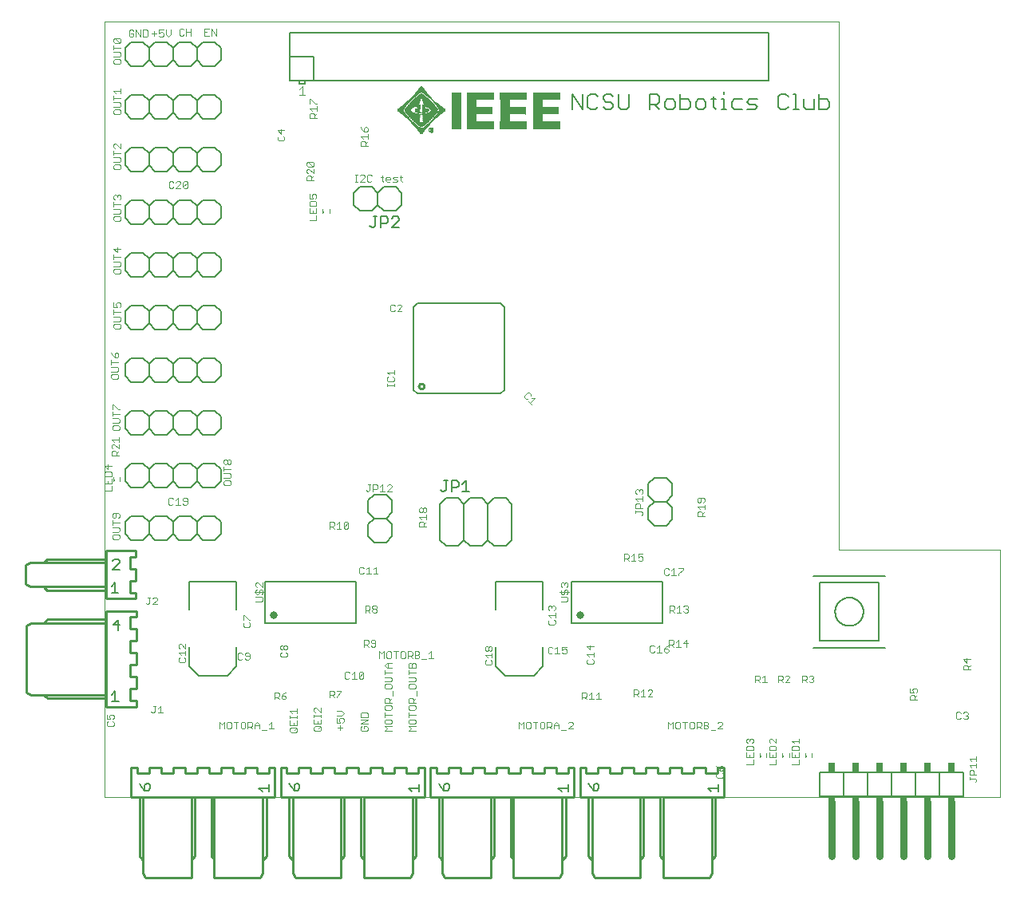
<source format=gto>
G75*
%MOIN*%
%OFA0B0*%
%FSLAX25Y25*%
%IPPOS*%
%LPD*%
%AMOC8*
5,1,8,0,0,1.08239X$1,22.5*
%
%ADD10C,0.00000*%
%ADD11C,0.00300*%
%ADD12C,0.00600*%
%ADD13C,0.00500*%
%ADD14C,0.00400*%
%ADD15C,0.03157*%
%ADD16C,0.00800*%
%ADD17C,0.01000*%
%ADD18C,0.00700*%
%ADD19R,0.00886X0.00984*%
%ADD20C,0.03000*%
%ADD21R,0.03000X0.02000*%
%ADD22R,0.03000X0.04000*%
%ADD23R,0.00270X0.00030*%
%ADD24R,0.00480X0.00030*%
%ADD25R,0.00600X0.00030*%
%ADD26R,0.00690X0.00030*%
%ADD27R,0.00750X0.00030*%
%ADD28R,0.00840X0.00030*%
%ADD29R,0.00930X0.00030*%
%ADD30R,0.00960X0.00030*%
%ADD31R,0.01020X0.00030*%
%ADD32R,0.01050X0.00030*%
%ADD33R,0.01080X0.00030*%
%ADD34R,0.01110X0.00030*%
%ADD35R,0.01140X0.00030*%
%ADD36R,0.01200X0.00030*%
%ADD37R,0.01260X0.00030*%
%ADD38R,0.01350X0.00030*%
%ADD39R,0.01380X0.00030*%
%ADD40R,0.01410X0.00030*%
%ADD41R,0.00300X0.00030*%
%ADD42R,0.01440X0.00030*%
%ADD43R,0.00570X0.00030*%
%ADD44R,0.01470X0.00030*%
%ADD45R,0.00720X0.00030*%
%ADD46R,0.01530X0.00030*%
%ADD47R,0.01590X0.00030*%
%ADD48R,0.01620X0.00030*%
%ADD49R,0.01680X0.00030*%
%ADD50R,0.00450X0.00030*%
%ADD51R,0.01710X0.00030*%
%ADD52R,0.00390X0.00030*%
%ADD53R,0.00360X0.00030*%
%ADD54R,0.01740X0.00030*%
%ADD55R,0.00330X0.00030*%
%ADD56R,0.01800X0.00030*%
%ADD57R,0.01860X0.00030*%
%ADD58R,0.01920X0.00030*%
%ADD59R,0.01980X0.00030*%
%ADD60R,0.02010X0.00030*%
%ADD61R,0.00240X0.00030*%
%ADD62R,0.02040X0.00030*%
%ADD63R,0.00270X0.00030*%
%ADD64R,0.02070X0.00030*%
%ADD65R,0.02130X0.00030*%
%ADD66R,0.00150X0.00030*%
%ADD67R,0.02160X0.00030*%
%ADD68R,0.00210X0.00030*%
%ADD69R,0.02190X0.00030*%
%ADD70R,0.00180X0.00030*%
%ADD71R,0.02250X0.00030*%
%ADD72R,0.00240X0.00030*%
%ADD73R,0.02280X0.00030*%
%ADD74R,0.02340X0.00030*%
%ADD75R,0.02400X0.00030*%
%ADD76R,0.02460X0.00030*%
%ADD77R,0.02490X0.00030*%
%ADD78R,0.02520X0.00030*%
%ADD79R,0.02580X0.00030*%
%ADD80R,0.02640X0.00030*%
%ADD81R,0.02670X0.00030*%
%ADD82R,0.02760X0.00030*%
%ADD83R,0.02790X0.00030*%
%ADD84R,0.02820X0.00030*%
%ADD85R,0.02880X0.00030*%
%ADD86R,0.02940X0.00030*%
%ADD87R,0.00630X0.00030*%
%ADD88R,0.00690X0.00030*%
%ADD89R,0.03000X0.00030*%
%ADD90R,0.03060X0.00030*%
%ADD91R,0.03090X0.00030*%
%ADD92R,0.03150X0.00030*%
%ADD93R,0.03180X0.00030*%
%ADD94R,0.03240X0.00030*%
%ADD95R,0.03300X0.00030*%
%ADD96R,0.03360X0.00030*%
%ADD97R,0.03420X0.00030*%
%ADD98R,0.03480X0.00030*%
%ADD99R,0.03540X0.00030*%
%ADD100R,0.03600X0.00030*%
%ADD101R,0.00660X0.00030*%
%ADD102R,0.03660X0.00030*%
%ADD103R,0.03720X0.00030*%
%ADD104R,0.00510X0.00030*%
%ADD105R,0.03780X0.00030*%
%ADD106R,0.00030X0.00030*%
%ADD107R,0.03840X0.00030*%
%ADD108R,0.00120X0.00030*%
%ADD109R,0.00090X0.00030*%
%ADD110R,0.00060X0.00030*%
%ADD111R,0.03900X0.00030*%
%ADD112R,0.04050X0.00030*%
%ADD113R,0.11280X0.00030*%
%ADD114R,0.11310X0.00030*%
%ADD115R,0.11340X0.00030*%
%ADD116R,0.03960X0.00030*%
%ADD117R,0.11370X0.00030*%
%ADD118R,0.11400X0.00030*%
%ADD119R,0.04020X0.00030*%
%ADD120R,0.04110X0.00030*%
%ADD121R,0.11370X0.00030*%
%ADD122R,0.04080X0.00030*%
%ADD123R,0.04140X0.00030*%
%ADD124R,0.11340X0.00030*%
%ADD125R,0.04200X0.00030*%
%ADD126R,0.00420X0.00030*%
%ADD127R,0.04230X0.00030*%
%ADD128R,0.01140X0.00030*%
%ADD129R,0.01950X0.00030*%
%ADD130R,0.01890X0.00030*%
%ADD131R,0.01770X0.00030*%
%ADD132R,0.00810X0.00030*%
%ADD133R,0.01830X0.00030*%
%ADD134R,0.01770X0.00030*%
%ADD135R,0.01650X0.00030*%
%ADD136R,0.01740X0.00030*%
%ADD137R,0.01590X0.00030*%
%ADD138R,0.01560X0.00030*%
%ADD139R,0.01500X0.00030*%
%ADD140R,0.01620X0.00030*%
%ADD141R,0.01470X0.00030*%
%ADD142R,0.01440X0.00030*%
%ADD143R,0.00990X0.00030*%
%ADD144R,0.01320X0.00030*%
%ADD145R,0.01320X0.00030*%
%ADD146R,0.01170X0.00030*%
%ADD147R,0.01290X0.00030*%
%ADD148R,0.01290X0.00030*%
%ADD149R,0.01230X0.00030*%
%ADD150R,0.01920X0.00030*%
%ADD151R,0.01170X0.00030*%
%ADD152R,0.02100X0.00030*%
%ADD153R,0.02190X0.00030*%
%ADD154R,0.02550X0.00030*%
%ADD155R,0.02700X0.00030*%
%ADD156R,0.02850X0.00030*%
%ADD157R,0.02970X0.00030*%
%ADD158R,0.03030X0.00030*%
%ADD159R,0.01020X0.00030*%
%ADD160R,0.03330X0.00030*%
%ADD161R,0.03390X0.00030*%
%ADD162R,0.03450X0.00030*%
%ADD163R,0.03630X0.00030*%
%ADD164R,0.03690X0.00030*%
%ADD165R,0.03810X0.00030*%
%ADD166R,0.00990X0.00030*%
%ADD167R,0.03990X0.00030*%
%ADD168R,0.04020X0.00030*%
%ADD169R,0.04170X0.00030*%
%ADD170R,0.04320X0.00030*%
%ADD171R,0.04380X0.00030*%
%ADD172R,0.04440X0.00030*%
%ADD173R,0.04500X0.00030*%
%ADD174R,0.04560X0.00030*%
%ADD175R,0.04650X0.00030*%
%ADD176R,0.00900X0.00030*%
%ADD177R,0.04710X0.00030*%
%ADD178R,0.04800X0.00030*%
%ADD179R,0.04860X0.00030*%
%ADD180R,0.04920X0.00030*%
%ADD181R,0.05010X0.00030*%
%ADD182R,0.05070X0.00030*%
%ADD183R,0.00870X0.00030*%
%ADD184R,0.05130X0.00030*%
%ADD185R,0.05220X0.00030*%
%ADD186R,0.05280X0.00030*%
%ADD187R,0.05340X0.00030*%
%ADD188R,0.05430X0.00030*%
%ADD189R,0.00870X0.00030*%
%ADD190R,0.05490X0.00030*%
%ADD191R,0.02640X0.00030*%
%ADD192R,0.02370X0.00030*%
%ADD193R,0.02310X0.00030*%
%ADD194R,0.04260X0.00030*%
%ADD195R,0.00120X0.00030*%
%ADD196R,0.04170X0.00030*%
%ADD197R,0.02220X0.00030*%
%ADD198R,0.02430X0.00030*%
%ADD199R,0.02610X0.00030*%
%ADD200R,0.02730X0.00030*%
%ADD201R,0.02970X0.00030*%
%ADD202R,0.02910X0.00030*%
%ADD203R,0.03120X0.00030*%
%ADD204R,0.03090X0.00030*%
%ADD205R,0.03210X0.00030*%
%ADD206R,0.03270X0.00030*%
%ADD207R,0.03240X0.00030*%
%ADD208R,0.03420X0.00030*%
%ADD209R,0.03390X0.00030*%
%ADD210R,0.03510X0.00030*%
%ADD211R,0.03570X0.00030*%
%ADD212R,0.03540X0.00030*%
%ADD213R,0.03690X0.00030*%
%ADD214R,0.03720X0.00030*%
%ADD215R,0.03870X0.00030*%
%ADD216R,0.03750X0.00030*%
%ADD217R,0.03930X0.00030*%
%ADD218R,0.03840X0.00030*%
%ADD219R,0.03870X0.00030*%
%ADD220R,0.04350X0.00030*%
%ADD221R,0.04290X0.00030*%
%ADD222R,0.04470X0.00030*%
%ADD223R,0.04320X0.00030*%
%ADD224R,0.04530X0.00030*%
%ADD225R,0.04590X0.00030*%
%ADD226R,0.04470X0.00030*%
%ADD227R,0.04620X0.00030*%
%ADD228R,0.04680X0.00030*%
%ADD229R,0.04590X0.00030*%
%ADD230R,0.04740X0.00030*%
%ADD231R,0.04620X0.00030*%
%ADD232R,0.04770X0.00030*%
%ADD233R,0.04830X0.00030*%
%ADD234R,0.04740X0.00030*%
%ADD235R,0.04770X0.00030*%
%ADD236R,0.04890X0.00030*%
%ADD237R,0.04980X0.00030*%
%ADD238R,0.04890X0.00030*%
%ADD239R,0.04920X0.00030*%
%ADD240R,0.05040X0.00030*%
%ADD241R,0.04950X0.00030*%
%ADD242R,0.05070X0.00030*%
%ADD243R,0.05100X0.00030*%
%ADD244R,0.05160X0.00030*%
%ADD245R,0.05250X0.00030*%
%ADD246R,0.05190X0.00030*%
%ADD247R,0.05220X0.00030*%
%ADD248R,0.11760X0.00030*%
%ADD249R,0.11820X0.00030*%
%ADD250R,0.11850X0.00030*%
%ADD251R,0.11910X0.00030*%
%ADD252R,0.05310X0.00030*%
%ADD253R,0.10710X0.00030*%
%ADD254R,0.06120X0.00030*%
%ADD255R,0.06420X0.00030*%
%ADD256R,0.10770X0.00030*%
%ADD257R,0.10800X0.00030*%
%ADD258R,0.10770X0.00030*%
%ADD259R,0.04410X0.00030*%
%ADD260R,0.03990X0.00030*%
%ADD261R,0.03570X0.00030*%
%ADD262R,0.03270X0.00030*%
%ADD263R,0.01890X0.00030*%
%ADD264R,0.02340X0.00030*%
%ADD265R,0.02670X0.00030*%
%ADD266R,0.02040X0.00030*%
%ADD267R,0.02070X0.00030*%
%ADD268R,0.02220X0.00030*%
%ADD269R,0.02370X0.00030*%
%ADD270R,0.02520X0.00030*%
%ADD271R,0.02490X0.00030*%
%ADD272R,0.00540X0.00030*%
%ADD273R,0.00420X0.00030*%
%ADD274R,0.10740X0.00030*%
%ADD275R,0.06450X0.00030*%
%ADD276R,0.04140X0.00030*%
%ADD277R,0.05580X0.00030*%
%ADD278R,0.05550X0.00030*%
%ADD279R,0.05460X0.00030*%
%ADD280R,0.05520X0.00030*%
%ADD281R,0.05400X0.00030*%
%ADD282R,0.05370X0.00030*%
%ADD283R,0.00570X0.00030*%
%ADD284R,0.04290X0.00030*%
%ADD285R,0.03120X0.00030*%
%ADD286R,0.02820X0.00030*%
%ADD287R,0.00540X0.00030*%
%ADD288R,0.11250X0.00030*%
%ADD289R,0.11100X0.00030*%
D10*
X0034500Y0035000D02*
X0034500Y0359000D01*
X0341000Y0359000D01*
X0341000Y0138500D01*
X0408516Y0138500D01*
X0408516Y0035000D01*
X0034500Y0035000D01*
D11*
X0035931Y0064650D02*
X0037866Y0064650D01*
X0038350Y0065134D01*
X0038350Y0066101D01*
X0037866Y0066585D01*
X0037866Y0067597D02*
X0038350Y0068080D01*
X0038350Y0069048D01*
X0037866Y0069531D01*
X0036899Y0069531D01*
X0036415Y0069048D01*
X0036415Y0068564D01*
X0036899Y0067597D01*
X0035448Y0067597D01*
X0035448Y0069531D01*
X0035931Y0066585D02*
X0035448Y0066101D01*
X0035448Y0065134D01*
X0035931Y0064650D01*
X0053923Y0070709D02*
X0054406Y0070225D01*
X0054890Y0070225D01*
X0055374Y0070709D01*
X0055374Y0073128D01*
X0054890Y0073128D02*
X0055858Y0073128D01*
X0056869Y0072160D02*
X0057837Y0073128D01*
X0057837Y0070225D01*
X0058804Y0070225D02*
X0056869Y0070225D01*
X0065875Y0091314D02*
X0065392Y0091798D01*
X0065392Y0092766D01*
X0065875Y0093249D01*
X0066359Y0094261D02*
X0065392Y0095228D01*
X0068294Y0095228D01*
X0068294Y0094261D02*
X0068294Y0096196D01*
X0068294Y0097207D02*
X0066359Y0099142D01*
X0065875Y0099142D01*
X0065392Y0098659D01*
X0065392Y0097691D01*
X0065875Y0097207D01*
X0068294Y0097207D02*
X0068294Y0099142D01*
X0067810Y0093249D02*
X0068294Y0092766D01*
X0068294Y0091798D01*
X0067810Y0091314D01*
X0065875Y0091314D01*
X0090096Y0092942D02*
X0090579Y0092458D01*
X0091547Y0092458D01*
X0092031Y0092942D01*
X0093042Y0092942D02*
X0093526Y0092458D01*
X0094493Y0092458D01*
X0094977Y0092942D01*
X0094977Y0094877D01*
X0094493Y0095360D01*
X0093526Y0095360D01*
X0093042Y0094877D01*
X0093042Y0094393D01*
X0093526Y0093909D01*
X0094977Y0093909D01*
X0092031Y0094877D02*
X0091547Y0095360D01*
X0090579Y0095360D01*
X0090096Y0094877D01*
X0090096Y0092942D01*
X0092797Y0106201D02*
X0094732Y0106201D01*
X0095216Y0106685D01*
X0095216Y0107652D01*
X0094732Y0108136D01*
X0094732Y0109148D02*
X0095216Y0109148D01*
X0094732Y0109148D02*
X0092797Y0111083D01*
X0092314Y0111083D01*
X0092314Y0109148D01*
X0092797Y0108136D02*
X0092314Y0107652D01*
X0092314Y0106685D01*
X0092797Y0106201D01*
X0097563Y0116875D02*
X0099982Y0116875D01*
X0100466Y0117359D01*
X0100466Y0118326D01*
X0099982Y0118810D01*
X0097563Y0118810D01*
X0098047Y0119822D02*
X0097563Y0120305D01*
X0097563Y0121273D01*
X0098047Y0121757D01*
X0098047Y0122768D02*
X0097563Y0123252D01*
X0097563Y0124219D01*
X0098047Y0124703D01*
X0098531Y0124703D01*
X0100466Y0122768D01*
X0100466Y0124703D01*
X0099982Y0121757D02*
X0099498Y0121757D01*
X0099015Y0121273D01*
X0099015Y0120305D01*
X0098531Y0119822D01*
X0098047Y0119822D01*
X0097080Y0120789D02*
X0100949Y0120789D01*
X0100466Y0120305D02*
X0100466Y0121273D01*
X0099982Y0121757D01*
X0100466Y0120305D02*
X0099982Y0119822D01*
X0108340Y0098493D02*
X0108824Y0098493D01*
X0109307Y0098009D01*
X0109307Y0097042D01*
X0108824Y0096558D01*
X0108340Y0096558D01*
X0107856Y0097042D01*
X0107856Y0098009D01*
X0108340Y0098493D01*
X0109307Y0098009D02*
X0109791Y0098493D01*
X0110275Y0098493D01*
X0110759Y0098009D01*
X0110759Y0097042D01*
X0110275Y0096558D01*
X0109791Y0096558D01*
X0109307Y0097042D01*
X0108340Y0095546D02*
X0107856Y0095063D01*
X0107856Y0094095D01*
X0108340Y0093611D01*
X0110275Y0093611D01*
X0110759Y0094095D01*
X0110759Y0095063D01*
X0110275Y0095546D01*
X0110268Y0078797D02*
X0109301Y0078314D01*
X0108333Y0077346D01*
X0109785Y0077346D01*
X0110268Y0076862D01*
X0110268Y0076379D01*
X0109785Y0075895D01*
X0108817Y0075895D01*
X0108333Y0076379D01*
X0108333Y0077346D01*
X0107322Y0077346D02*
X0106838Y0076862D01*
X0105387Y0076862D01*
X0105387Y0075895D02*
X0105387Y0078797D01*
X0106838Y0078797D01*
X0107322Y0078314D01*
X0107322Y0077346D01*
X0106354Y0076862D02*
X0107322Y0075895D01*
X0111948Y0070975D02*
X0114850Y0070975D01*
X0114850Y0071942D02*
X0114850Y0070007D01*
X0114850Y0069011D02*
X0114850Y0068043D01*
X0114850Y0068527D02*
X0111948Y0068527D01*
X0111948Y0068043D02*
X0111948Y0069011D01*
X0112915Y0070007D02*
X0111948Y0070975D01*
X0111948Y0067031D02*
X0111948Y0065097D01*
X0114850Y0065097D01*
X0114850Y0067031D01*
X0113399Y0066064D02*
X0113399Y0065097D01*
X0114366Y0064085D02*
X0114850Y0063601D01*
X0114850Y0062634D01*
X0114366Y0062150D01*
X0112431Y0062150D01*
X0111948Y0062634D01*
X0111948Y0063601D01*
X0112431Y0064085D01*
X0114366Y0064085D01*
X0114850Y0064085D02*
X0113883Y0063117D01*
X0121948Y0063134D02*
X0121948Y0064101D01*
X0122431Y0064585D01*
X0124366Y0064585D01*
X0124850Y0064101D01*
X0124850Y0063134D01*
X0124366Y0062650D01*
X0122431Y0062650D01*
X0121948Y0063134D01*
X0123883Y0063617D02*
X0124850Y0064585D01*
X0124850Y0065597D02*
X0124850Y0067531D01*
X0124850Y0068543D02*
X0124850Y0069511D01*
X0124850Y0069027D02*
X0121948Y0069027D01*
X0121948Y0068543D02*
X0121948Y0069511D01*
X0122431Y0070507D02*
X0121948Y0070991D01*
X0121948Y0071959D01*
X0122431Y0072442D01*
X0122915Y0072442D01*
X0124850Y0070507D01*
X0124850Y0072442D01*
X0128418Y0076595D02*
X0128418Y0079497D01*
X0129869Y0079497D01*
X0130353Y0079014D01*
X0130353Y0078046D01*
X0129869Y0077562D01*
X0128418Y0077562D01*
X0129385Y0077562D02*
X0130353Y0076595D01*
X0131364Y0076595D02*
X0131364Y0077079D01*
X0133299Y0079014D01*
X0133299Y0079497D01*
X0131364Y0079497D01*
X0131448Y0070978D02*
X0133383Y0070978D01*
X0134350Y0070011D01*
X0133383Y0069043D01*
X0131448Y0069043D01*
X0131448Y0068031D02*
X0131448Y0066097D01*
X0132899Y0066097D01*
X0132415Y0067064D01*
X0132415Y0067548D01*
X0132899Y0068031D01*
X0133866Y0068031D01*
X0134350Y0067548D01*
X0134350Y0066580D01*
X0133866Y0066097D01*
X0132899Y0065085D02*
X0132899Y0063150D01*
X0133866Y0064117D02*
X0131931Y0064117D01*
X0124850Y0065597D02*
X0121948Y0065597D01*
X0121948Y0067531D01*
X0123399Y0066564D02*
X0123399Y0065597D01*
X0141448Y0065597D02*
X0144350Y0067531D01*
X0141448Y0067531D01*
X0141448Y0068543D02*
X0141448Y0069994D01*
X0141931Y0070478D01*
X0143866Y0070478D01*
X0144350Y0069994D01*
X0144350Y0068543D01*
X0141448Y0068543D01*
X0141448Y0065597D02*
X0144350Y0065597D01*
X0143866Y0064585D02*
X0142899Y0064585D01*
X0142899Y0063617D01*
X0143866Y0062650D02*
X0144350Y0063134D01*
X0144350Y0064101D01*
X0143866Y0064585D01*
X0141931Y0064585D02*
X0141448Y0064101D01*
X0141448Y0063134D01*
X0141931Y0062650D01*
X0143866Y0062650D01*
X0151448Y0062650D02*
X0152415Y0063617D01*
X0151448Y0064585D01*
X0154350Y0064585D01*
X0153866Y0065597D02*
X0154350Y0066080D01*
X0154350Y0067048D01*
X0153866Y0067531D01*
X0151931Y0067531D01*
X0151448Y0067048D01*
X0151448Y0066080D01*
X0151931Y0065597D01*
X0153866Y0065597D01*
X0154350Y0062650D02*
X0151448Y0062650D01*
X0151448Y0068543D02*
X0151448Y0070478D01*
X0151448Y0069511D02*
X0154350Y0069511D01*
X0153866Y0071490D02*
X0154350Y0071973D01*
X0154350Y0072941D01*
X0153866Y0073425D01*
X0151931Y0073425D01*
X0151448Y0072941D01*
X0151448Y0071973D01*
X0151931Y0071490D01*
X0153866Y0071490D01*
X0153383Y0074436D02*
X0153383Y0075887D01*
X0152899Y0076371D01*
X0151931Y0076371D01*
X0151448Y0075887D01*
X0151448Y0074436D01*
X0154350Y0074436D01*
X0153383Y0075404D02*
X0154350Y0076371D01*
X0154834Y0077383D02*
X0154834Y0079318D01*
X0153866Y0080329D02*
X0154350Y0080813D01*
X0154350Y0081780D01*
X0153866Y0082264D01*
X0151931Y0082264D01*
X0151448Y0081780D01*
X0151448Y0080813D01*
X0151931Y0080329D01*
X0153866Y0080329D01*
X0153866Y0083276D02*
X0154350Y0083759D01*
X0154350Y0084727D01*
X0153866Y0085211D01*
X0151448Y0085211D01*
X0151448Y0086222D02*
X0151448Y0088157D01*
X0151448Y0087190D02*
X0154350Y0087190D01*
X0154350Y0089169D02*
X0152415Y0089169D01*
X0151448Y0090136D01*
X0152415Y0091104D01*
X0154350Y0091104D01*
X0152899Y0091104D02*
X0152899Y0089169D01*
X0152686Y0093044D02*
X0153654Y0093044D01*
X0154137Y0093528D01*
X0154137Y0095463D01*
X0153654Y0095947D01*
X0152686Y0095947D01*
X0152202Y0095463D01*
X0152202Y0093528D01*
X0152686Y0093044D01*
X0151191Y0093044D02*
X0151191Y0095947D01*
X0150223Y0094979D01*
X0149256Y0095947D01*
X0149256Y0093044D01*
X0142620Y0086903D02*
X0140685Y0084968D01*
X0141169Y0084485D01*
X0142136Y0084485D01*
X0142620Y0084968D01*
X0142620Y0086903D01*
X0142136Y0087387D01*
X0141169Y0087387D01*
X0140685Y0086903D01*
X0140685Y0084968D01*
X0139673Y0084485D02*
X0137738Y0084485D01*
X0138706Y0084485D02*
X0138706Y0087387D01*
X0137738Y0086420D01*
X0136727Y0086903D02*
X0136243Y0087387D01*
X0135275Y0087387D01*
X0134792Y0086903D01*
X0134792Y0084968D01*
X0135275Y0084485D01*
X0136243Y0084485D01*
X0136727Y0084968D01*
X0142744Y0097811D02*
X0142744Y0100714D01*
X0144196Y0100714D01*
X0144679Y0100230D01*
X0144679Y0099263D01*
X0144196Y0098779D01*
X0142744Y0098779D01*
X0143712Y0098779D02*
X0144679Y0097811D01*
X0145691Y0098295D02*
X0146175Y0097811D01*
X0147142Y0097811D01*
X0147626Y0098295D01*
X0147626Y0100230D01*
X0147142Y0100714D01*
X0146175Y0100714D01*
X0145691Y0100230D01*
X0145691Y0099746D01*
X0146175Y0099263D01*
X0147626Y0099263D01*
X0155149Y0095947D02*
X0157084Y0095947D01*
X0156116Y0095947D02*
X0156116Y0093044D01*
X0158095Y0093528D02*
X0158579Y0093044D01*
X0159547Y0093044D01*
X0160030Y0093528D01*
X0160030Y0095463D01*
X0159547Y0095947D01*
X0158579Y0095947D01*
X0158095Y0095463D01*
X0158095Y0093528D01*
X0161042Y0094012D02*
X0162493Y0094012D01*
X0162977Y0094495D01*
X0162977Y0095463D01*
X0162493Y0095947D01*
X0161042Y0095947D01*
X0161042Y0093044D01*
X0162009Y0094012D02*
X0162977Y0093044D01*
X0163988Y0093044D02*
X0163988Y0095947D01*
X0165440Y0095947D01*
X0165923Y0095463D01*
X0165923Y0094979D01*
X0165440Y0094495D01*
X0163988Y0094495D01*
X0163988Y0093044D02*
X0165440Y0093044D01*
X0165923Y0093528D01*
X0165923Y0094012D01*
X0165440Y0094495D01*
X0166935Y0092560D02*
X0168870Y0092560D01*
X0169882Y0093044D02*
X0171817Y0093044D01*
X0170849Y0093044D02*
X0170849Y0095947D01*
X0169882Y0094979D01*
X0164350Y0090620D02*
X0164350Y0089169D01*
X0161448Y0089169D01*
X0161448Y0090620D01*
X0161931Y0091104D01*
X0162415Y0091104D01*
X0162899Y0090620D01*
X0162899Y0089169D01*
X0162899Y0090620D02*
X0163383Y0091104D01*
X0163866Y0091104D01*
X0164350Y0090620D01*
X0164350Y0087190D02*
X0161448Y0087190D01*
X0161448Y0088157D02*
X0161448Y0086222D01*
X0161448Y0085211D02*
X0163866Y0085211D01*
X0164350Y0084727D01*
X0164350Y0083759D01*
X0163866Y0083276D01*
X0161448Y0083276D01*
X0161931Y0082264D02*
X0161448Y0081780D01*
X0161448Y0080813D01*
X0161931Y0080329D01*
X0163866Y0080329D01*
X0164350Y0080813D01*
X0164350Y0081780D01*
X0163866Y0082264D01*
X0161931Y0082264D01*
X0164834Y0079318D02*
X0164834Y0077383D01*
X0164350Y0076371D02*
X0163383Y0075404D01*
X0163383Y0075887D02*
X0163383Y0074436D01*
X0164350Y0074436D02*
X0161448Y0074436D01*
X0161448Y0075887D01*
X0161931Y0076371D01*
X0162899Y0076371D01*
X0163383Y0075887D01*
X0163866Y0073425D02*
X0161931Y0073425D01*
X0161448Y0072941D01*
X0161448Y0071973D01*
X0161931Y0071490D01*
X0163866Y0071490D01*
X0164350Y0071973D01*
X0164350Y0072941D01*
X0163866Y0073425D01*
X0161448Y0070478D02*
X0161448Y0068543D01*
X0161448Y0069511D02*
X0164350Y0069511D01*
X0163866Y0067531D02*
X0164350Y0067048D01*
X0164350Y0066080D01*
X0163866Y0065597D01*
X0161931Y0065597D01*
X0161448Y0066080D01*
X0161448Y0067048D01*
X0161931Y0067531D01*
X0163866Y0067531D01*
X0164350Y0064585D02*
X0161448Y0064585D01*
X0162415Y0063617D01*
X0161448Y0062650D01*
X0164350Y0062650D01*
X0153866Y0083276D02*
X0151448Y0083276D01*
X0147749Y0112190D02*
X0146782Y0112190D01*
X0146298Y0112674D01*
X0146298Y0113158D01*
X0146782Y0113641D01*
X0147749Y0113641D01*
X0148233Y0113158D01*
X0148233Y0112674D01*
X0147749Y0112190D01*
X0147749Y0113641D02*
X0148233Y0114125D01*
X0148233Y0114609D01*
X0147749Y0115093D01*
X0146782Y0115093D01*
X0146298Y0114609D01*
X0146298Y0114125D01*
X0146782Y0113641D01*
X0145286Y0113641D02*
X0144803Y0113158D01*
X0143351Y0113158D01*
X0143351Y0112190D02*
X0143351Y0115093D01*
X0144803Y0115093D01*
X0145286Y0114609D01*
X0145286Y0113641D01*
X0144319Y0113158D02*
X0145286Y0112190D01*
X0145673Y0128292D02*
X0143738Y0128292D01*
X0144706Y0128292D02*
X0144706Y0131194D01*
X0143738Y0130227D01*
X0142727Y0130710D02*
X0142243Y0131194D01*
X0141275Y0131194D01*
X0140792Y0130710D01*
X0140792Y0128775D01*
X0141275Y0128292D01*
X0142243Y0128292D01*
X0142727Y0128775D01*
X0146685Y0128292D02*
X0148620Y0128292D01*
X0147652Y0128292D02*
X0147652Y0131194D01*
X0146685Y0130227D01*
X0135762Y0147166D02*
X0134794Y0147166D01*
X0134311Y0147649D01*
X0136246Y0149584D01*
X0136246Y0147649D01*
X0135762Y0147166D01*
X0134311Y0147649D02*
X0134311Y0149584D01*
X0134794Y0150068D01*
X0135762Y0150068D01*
X0136246Y0149584D01*
X0133299Y0147166D02*
X0131364Y0147166D01*
X0132332Y0147166D02*
X0132332Y0150068D01*
X0131364Y0149101D01*
X0130353Y0149584D02*
X0130353Y0148617D01*
X0129869Y0148133D01*
X0128418Y0148133D01*
X0129385Y0148133D02*
X0130353Y0147166D01*
X0128418Y0147166D02*
X0128418Y0150068D01*
X0129869Y0150068D01*
X0130353Y0149584D01*
X0143664Y0163234D02*
X0144148Y0162750D01*
X0144631Y0162750D01*
X0145115Y0163234D01*
X0145115Y0165652D01*
X0144631Y0165652D02*
X0145599Y0165652D01*
X0146610Y0165652D02*
X0148062Y0165652D01*
X0148545Y0165169D01*
X0148545Y0164201D01*
X0148062Y0163717D01*
X0146610Y0163717D01*
X0146610Y0162750D02*
X0146610Y0165652D01*
X0149557Y0164685D02*
X0150524Y0165652D01*
X0150524Y0162750D01*
X0149557Y0162750D02*
X0151492Y0162750D01*
X0152503Y0162750D02*
X0154438Y0164685D01*
X0154438Y0165169D01*
X0153955Y0165652D01*
X0152987Y0165652D01*
X0152503Y0165169D01*
X0152503Y0162750D02*
X0154438Y0162750D01*
X0165948Y0155494D02*
X0165948Y0154527D01*
X0166431Y0154043D01*
X0166915Y0154043D01*
X0167399Y0154527D01*
X0167399Y0155494D01*
X0167883Y0155978D01*
X0168366Y0155978D01*
X0168850Y0155494D01*
X0168850Y0154527D01*
X0168366Y0154043D01*
X0167883Y0154043D01*
X0167399Y0154527D01*
X0167399Y0155494D02*
X0166915Y0155978D01*
X0166431Y0155978D01*
X0165948Y0155494D01*
X0165948Y0152064D02*
X0168850Y0152064D01*
X0168850Y0151097D02*
X0168850Y0153031D01*
X0166915Y0151097D02*
X0165948Y0152064D01*
X0166431Y0150085D02*
X0167399Y0150085D01*
X0167883Y0149601D01*
X0167883Y0148150D01*
X0168850Y0148150D02*
X0165948Y0148150D01*
X0165948Y0149601D01*
X0166431Y0150085D01*
X0167883Y0149117D02*
X0168850Y0150085D01*
X0219814Y0114545D02*
X0220297Y0115029D01*
X0220781Y0115029D01*
X0221265Y0114545D01*
X0221749Y0115029D01*
X0222232Y0115029D01*
X0222716Y0114545D01*
X0222716Y0113578D01*
X0222232Y0113094D01*
X0222716Y0112083D02*
X0222716Y0110148D01*
X0222716Y0111115D02*
X0219814Y0111115D01*
X0220781Y0110148D01*
X0220297Y0109136D02*
X0219814Y0108652D01*
X0219814Y0107685D01*
X0220297Y0107201D01*
X0222232Y0107201D01*
X0222716Y0107685D01*
X0222716Y0108652D01*
X0222232Y0109136D01*
X0220297Y0113094D02*
X0219814Y0113578D01*
X0219814Y0114545D01*
X0221265Y0114545D02*
X0221265Y0114062D01*
X0225063Y0116875D02*
X0227482Y0116875D01*
X0227966Y0117359D01*
X0227966Y0118326D01*
X0227482Y0118810D01*
X0225063Y0118810D01*
X0225547Y0119822D02*
X0225063Y0120305D01*
X0225063Y0121273D01*
X0225547Y0121757D01*
X0225547Y0122768D02*
X0225063Y0123252D01*
X0225063Y0124219D01*
X0225547Y0124703D01*
X0226031Y0124703D01*
X0226515Y0124219D01*
X0226998Y0124703D01*
X0227482Y0124703D01*
X0227966Y0124219D01*
X0227966Y0123252D01*
X0227482Y0122768D01*
X0227482Y0121757D02*
X0226998Y0121757D01*
X0226515Y0121273D01*
X0226515Y0120305D01*
X0226031Y0119822D01*
X0225547Y0119822D01*
X0224580Y0120789D02*
X0228449Y0120789D01*
X0227966Y0120305D02*
X0227966Y0121273D01*
X0227482Y0121757D01*
X0227966Y0120305D02*
X0227482Y0119822D01*
X0226515Y0123736D02*
X0226515Y0124219D01*
X0251418Y0133666D02*
X0251418Y0136568D01*
X0252869Y0136568D01*
X0253353Y0136084D01*
X0253353Y0135117D01*
X0252869Y0134633D01*
X0251418Y0134633D01*
X0252385Y0134633D02*
X0253353Y0133666D01*
X0254364Y0133666D02*
X0256299Y0133666D01*
X0255332Y0133666D02*
X0255332Y0136568D01*
X0254364Y0135601D01*
X0257311Y0135117D02*
X0258278Y0135601D01*
X0258762Y0135601D01*
X0259246Y0135117D01*
X0259246Y0134149D01*
X0258762Y0133666D01*
X0257794Y0133666D01*
X0257311Y0134149D01*
X0257311Y0135117D02*
X0257311Y0136568D01*
X0259246Y0136568D01*
X0268292Y0130210D02*
X0268292Y0128275D01*
X0268775Y0127792D01*
X0269743Y0127792D01*
X0270227Y0128275D01*
X0271238Y0127792D02*
X0273173Y0127792D01*
X0272206Y0127792D02*
X0272206Y0130694D01*
X0271238Y0129727D01*
X0270227Y0130210D02*
X0269743Y0130694D01*
X0268775Y0130694D01*
X0268292Y0130210D01*
X0274185Y0130694D02*
X0276120Y0130694D01*
X0276120Y0130210D01*
X0274185Y0128275D01*
X0274185Y0127792D01*
X0274319Y0115093D02*
X0274319Y0112190D01*
X0275286Y0112190D02*
X0273351Y0112190D01*
X0272340Y0112190D02*
X0271372Y0113158D01*
X0271856Y0113158D02*
X0270405Y0113158D01*
X0270405Y0112190D02*
X0270405Y0115093D01*
X0271856Y0115093D01*
X0272340Y0114609D01*
X0272340Y0113641D01*
X0271856Y0113158D01*
X0273351Y0114125D02*
X0274319Y0115093D01*
X0276298Y0114609D02*
X0276782Y0115093D01*
X0277749Y0115093D01*
X0278233Y0114609D01*
X0278233Y0114125D01*
X0277749Y0113641D01*
X0278233Y0113158D01*
X0278233Y0112674D01*
X0277749Y0112190D01*
X0276782Y0112190D01*
X0276298Y0112674D01*
X0277265Y0113641D02*
X0277749Y0113641D01*
X0277589Y0100714D02*
X0276138Y0099263D01*
X0278073Y0099263D01*
X0277589Y0100714D02*
X0277589Y0097811D01*
X0275126Y0097811D02*
X0273191Y0097811D01*
X0274158Y0097811D02*
X0274158Y0100714D01*
X0273191Y0099746D01*
X0272179Y0099263D02*
X0271696Y0098779D01*
X0270244Y0098779D01*
X0270120Y0098387D02*
X0269152Y0097903D01*
X0268185Y0096936D01*
X0269636Y0096936D01*
X0270120Y0096452D01*
X0270120Y0095968D01*
X0269636Y0095485D01*
X0268669Y0095485D01*
X0268185Y0095968D01*
X0268185Y0096936D01*
X0267173Y0095485D02*
X0265238Y0095485D01*
X0266206Y0095485D02*
X0266206Y0098387D01*
X0265238Y0097420D01*
X0264227Y0097903D02*
X0263743Y0098387D01*
X0262775Y0098387D01*
X0262292Y0097903D01*
X0262292Y0095968D01*
X0262775Y0095485D01*
X0263743Y0095485D01*
X0264227Y0095968D01*
X0270244Y0097811D02*
X0270244Y0100714D01*
X0271696Y0100714D01*
X0272179Y0100230D01*
X0272179Y0099263D01*
X0271212Y0098779D02*
X0272179Y0097811D01*
X0262762Y0079997D02*
X0261794Y0079997D01*
X0261311Y0079514D01*
X0262762Y0079997D02*
X0263246Y0079514D01*
X0263246Y0079030D01*
X0261311Y0077095D01*
X0263246Y0077095D01*
X0260299Y0077095D02*
X0258364Y0077095D01*
X0259332Y0077095D02*
X0259332Y0079997D01*
X0258364Y0079030D01*
X0257353Y0079514D02*
X0256869Y0079997D01*
X0255418Y0079997D01*
X0255418Y0077095D01*
X0255418Y0078062D02*
X0256869Y0078062D01*
X0257353Y0078546D01*
X0257353Y0079514D01*
X0256385Y0078062D02*
X0257353Y0077095D01*
X0241768Y0075895D02*
X0239833Y0075895D01*
X0240801Y0075895D02*
X0240801Y0078797D01*
X0239833Y0077830D01*
X0238822Y0075895D02*
X0236887Y0075895D01*
X0237854Y0075895D02*
X0237854Y0078797D01*
X0236887Y0077830D01*
X0235875Y0078314D02*
X0235875Y0077346D01*
X0235392Y0076862D01*
X0233940Y0076862D01*
X0233940Y0075895D02*
X0233940Y0078797D01*
X0235392Y0078797D01*
X0235875Y0078314D01*
X0234908Y0076862D02*
X0235875Y0075895D01*
X0229549Y0066458D02*
X0228581Y0066458D01*
X0228098Y0065975D01*
X0229549Y0066458D02*
X0230033Y0065975D01*
X0230033Y0065491D01*
X0228098Y0063556D01*
X0230033Y0063556D01*
X0227086Y0063072D02*
X0225151Y0063072D01*
X0224140Y0063556D02*
X0224140Y0065491D01*
X0223172Y0066458D01*
X0222205Y0065491D01*
X0222205Y0063556D01*
X0221193Y0063556D02*
X0220226Y0064523D01*
X0220709Y0064523D02*
X0219258Y0064523D01*
X0219258Y0063556D02*
X0219258Y0066458D01*
X0220709Y0066458D01*
X0221193Y0065975D01*
X0221193Y0065007D01*
X0220709Y0064523D01*
X0222205Y0065007D02*
X0224140Y0065007D01*
X0218246Y0064040D02*
X0218246Y0065975D01*
X0217763Y0066458D01*
X0216795Y0066458D01*
X0216312Y0065975D01*
X0216312Y0064040D01*
X0216795Y0063556D01*
X0217763Y0063556D01*
X0218246Y0064040D01*
X0215300Y0066458D02*
X0213365Y0066458D01*
X0214332Y0066458D02*
X0214332Y0063556D01*
X0212353Y0064040D02*
X0212353Y0065975D01*
X0211870Y0066458D01*
X0210902Y0066458D01*
X0210418Y0065975D01*
X0210418Y0064040D01*
X0210902Y0063556D01*
X0211870Y0063556D01*
X0212353Y0064040D01*
X0209407Y0063556D02*
X0209407Y0066458D01*
X0208439Y0065491D01*
X0207472Y0066458D01*
X0207472Y0063556D01*
X0195810Y0090314D02*
X0196294Y0090798D01*
X0196294Y0091766D01*
X0195810Y0092249D01*
X0196294Y0093261D02*
X0196294Y0095196D01*
X0196294Y0094228D02*
X0193392Y0094228D01*
X0194359Y0093261D01*
X0193875Y0092249D02*
X0193392Y0091766D01*
X0193392Y0090798D01*
X0193875Y0090314D01*
X0195810Y0090314D01*
X0195810Y0096207D02*
X0195327Y0096207D01*
X0194843Y0096691D01*
X0194843Y0097659D01*
X0195327Y0098142D01*
X0195810Y0098142D01*
X0196294Y0097659D01*
X0196294Y0096691D01*
X0195810Y0096207D01*
X0194843Y0096691D02*
X0194359Y0096207D01*
X0193875Y0096207D01*
X0193392Y0096691D01*
X0193392Y0097659D01*
X0193875Y0098142D01*
X0194359Y0098142D01*
X0194843Y0097659D01*
X0219649Y0097377D02*
X0219649Y0095442D01*
X0220133Y0094958D01*
X0221100Y0094958D01*
X0221584Y0095442D01*
X0222596Y0094958D02*
X0224531Y0094958D01*
X0223563Y0094958D02*
X0223563Y0097860D01*
X0222596Y0096893D01*
X0221584Y0097377D02*
X0221100Y0097860D01*
X0220133Y0097860D01*
X0219649Y0097377D01*
X0225542Y0097860D02*
X0225542Y0096409D01*
X0226510Y0096893D01*
X0226993Y0096893D01*
X0227477Y0096409D01*
X0227477Y0095442D01*
X0226993Y0094958D01*
X0226026Y0094958D01*
X0225542Y0095442D01*
X0225542Y0097860D02*
X0227477Y0097860D01*
X0235856Y0098009D02*
X0237307Y0096558D01*
X0237307Y0098493D01*
X0235856Y0098009D02*
X0238759Y0098009D01*
X0238759Y0095546D02*
X0238759Y0093611D01*
X0238759Y0094579D02*
X0235856Y0094579D01*
X0236824Y0093611D01*
X0236340Y0092600D02*
X0235856Y0092116D01*
X0235856Y0091149D01*
X0236340Y0090665D01*
X0238275Y0090665D01*
X0238759Y0091149D01*
X0238759Y0092116D01*
X0238275Y0092600D01*
X0269972Y0066458D02*
X0270939Y0065491D01*
X0271907Y0066458D01*
X0271907Y0063556D01*
X0272918Y0064040D02*
X0273402Y0063556D01*
X0274370Y0063556D01*
X0274853Y0064040D01*
X0274853Y0065975D01*
X0274370Y0066458D01*
X0273402Y0066458D01*
X0272918Y0065975D01*
X0272918Y0064040D01*
X0269972Y0063556D02*
X0269972Y0066458D01*
X0275865Y0066458D02*
X0277800Y0066458D01*
X0276832Y0066458D02*
X0276832Y0063556D01*
X0278812Y0064040D02*
X0279295Y0063556D01*
X0280263Y0063556D01*
X0280746Y0064040D01*
X0280746Y0065975D01*
X0280263Y0066458D01*
X0279295Y0066458D01*
X0278812Y0065975D01*
X0278812Y0064040D01*
X0281758Y0064523D02*
X0283209Y0064523D01*
X0283693Y0065007D01*
X0283693Y0065975D01*
X0283209Y0066458D01*
X0281758Y0066458D01*
X0281758Y0063556D01*
X0282726Y0064523D02*
X0283693Y0063556D01*
X0284705Y0063556D02*
X0286156Y0063556D01*
X0286640Y0064040D01*
X0286640Y0064523D01*
X0286156Y0065007D01*
X0284705Y0065007D01*
X0286156Y0065007D02*
X0286640Y0065491D01*
X0286640Y0065975D01*
X0286156Y0066458D01*
X0284705Y0066458D01*
X0284705Y0063556D01*
X0287651Y0063072D02*
X0289586Y0063072D01*
X0290598Y0063556D02*
X0292533Y0065491D01*
X0292533Y0065975D01*
X0292049Y0066458D01*
X0291081Y0066458D01*
X0290598Y0065975D01*
X0290598Y0063556D02*
X0292533Y0063556D01*
X0302511Y0059004D02*
X0302994Y0059488D01*
X0303478Y0059488D01*
X0303962Y0059004D01*
X0304446Y0059488D01*
X0304929Y0059488D01*
X0305413Y0059004D01*
X0305413Y0058036D01*
X0304929Y0057553D01*
X0304929Y0056541D02*
X0302994Y0056541D01*
X0302511Y0056057D01*
X0302511Y0054606D01*
X0305413Y0054606D01*
X0305413Y0056057D01*
X0304929Y0056541D01*
X0302994Y0057553D02*
X0302511Y0058036D01*
X0302511Y0059004D01*
X0303962Y0059004D02*
X0303962Y0058520D01*
X0305413Y0053594D02*
X0305413Y0051660D01*
X0302511Y0051660D01*
X0302511Y0053594D01*
X0303962Y0052627D02*
X0303962Y0051660D01*
X0305413Y0050648D02*
X0305413Y0048713D01*
X0302511Y0048713D01*
X0312011Y0048713D02*
X0314913Y0048713D01*
X0314913Y0050648D01*
X0314913Y0051660D02*
X0314913Y0053594D01*
X0314913Y0054606D02*
X0314913Y0056057D01*
X0314429Y0056541D01*
X0312494Y0056541D01*
X0312011Y0056057D01*
X0312011Y0054606D01*
X0314913Y0054606D01*
X0313462Y0052627D02*
X0313462Y0051660D01*
X0312011Y0051660D02*
X0314913Y0051660D01*
X0312011Y0051660D02*
X0312011Y0053594D01*
X0312494Y0057553D02*
X0312011Y0058036D01*
X0312011Y0059004D01*
X0312494Y0059488D01*
X0312978Y0059488D01*
X0314913Y0057553D01*
X0314913Y0059488D01*
X0321511Y0058520D02*
X0322478Y0057553D01*
X0321994Y0056541D02*
X0321511Y0056057D01*
X0321511Y0054606D01*
X0324413Y0054606D01*
X0324413Y0056057D01*
X0323929Y0056541D01*
X0321994Y0056541D01*
X0321511Y0058520D02*
X0324413Y0058520D01*
X0324413Y0057553D02*
X0324413Y0059488D01*
X0324413Y0053594D02*
X0324413Y0051660D01*
X0321511Y0051660D01*
X0321511Y0053594D01*
X0322962Y0052627D02*
X0322962Y0051660D01*
X0324413Y0050648D02*
X0324413Y0048713D01*
X0321511Y0048713D01*
X0292850Y0047548D02*
X0292366Y0048031D01*
X0291883Y0048031D01*
X0291399Y0047548D01*
X0291399Y0046097D01*
X0292366Y0046097D01*
X0292850Y0046580D01*
X0292850Y0047548D01*
X0291399Y0046097D02*
X0290431Y0047064D01*
X0289948Y0048031D01*
X0290431Y0045085D02*
X0289948Y0044601D01*
X0289948Y0043634D01*
X0290431Y0043150D01*
X0292366Y0043150D01*
X0292850Y0043634D01*
X0292850Y0044601D01*
X0292366Y0045085D01*
X0306257Y0082950D02*
X0306257Y0085852D01*
X0307708Y0085852D01*
X0308192Y0085369D01*
X0308192Y0084401D01*
X0307708Y0083917D01*
X0306257Y0083917D01*
X0307224Y0083917D02*
X0308192Y0082950D01*
X0309203Y0082950D02*
X0311138Y0082950D01*
X0310171Y0082950D02*
X0310171Y0085852D01*
X0309203Y0084885D01*
X0315757Y0085852D02*
X0315757Y0082950D01*
X0315757Y0083917D02*
X0317208Y0083917D01*
X0317692Y0084401D01*
X0317692Y0085369D01*
X0317208Y0085852D01*
X0315757Y0085852D01*
X0316724Y0083917D02*
X0317692Y0082950D01*
X0318703Y0082950D02*
X0320638Y0084885D01*
X0320638Y0085369D01*
X0320155Y0085852D01*
X0319187Y0085852D01*
X0318703Y0085369D01*
X0318703Y0082950D02*
X0320638Y0082950D01*
X0325757Y0082950D02*
X0325757Y0085852D01*
X0327208Y0085852D01*
X0327692Y0085369D01*
X0327692Y0084401D01*
X0327208Y0083917D01*
X0325757Y0083917D01*
X0326724Y0083917D02*
X0327692Y0082950D01*
X0328703Y0083434D02*
X0329187Y0082950D01*
X0330155Y0082950D01*
X0330638Y0083434D01*
X0330638Y0083917D01*
X0330155Y0084401D01*
X0329671Y0084401D01*
X0330155Y0084401D02*
X0330638Y0084885D01*
X0330638Y0085369D01*
X0330155Y0085852D01*
X0329187Y0085852D01*
X0328703Y0085369D01*
X0370948Y0080531D02*
X0370948Y0078597D01*
X0372399Y0078597D01*
X0371915Y0079564D01*
X0371915Y0080048D01*
X0372399Y0080531D01*
X0373366Y0080531D01*
X0373850Y0080048D01*
X0373850Y0079080D01*
X0373366Y0078597D01*
X0373850Y0077585D02*
X0372883Y0076617D01*
X0372883Y0077101D02*
X0372883Y0075650D01*
X0373850Y0075650D02*
X0370948Y0075650D01*
X0370948Y0077101D01*
X0371431Y0077585D01*
X0372399Y0077585D01*
X0372883Y0077101D01*
X0390150Y0070069D02*
X0390150Y0068134D01*
X0390634Y0067650D01*
X0391601Y0067650D01*
X0392085Y0068134D01*
X0393097Y0068134D02*
X0393580Y0067650D01*
X0394548Y0067650D01*
X0395031Y0068134D01*
X0395031Y0068617D01*
X0394548Y0069101D01*
X0394064Y0069101D01*
X0394548Y0069101D02*
X0395031Y0069585D01*
X0395031Y0070069D01*
X0394548Y0070552D01*
X0393580Y0070552D01*
X0393097Y0070069D01*
X0392085Y0070069D02*
X0391601Y0070552D01*
X0390634Y0070552D01*
X0390150Y0070069D01*
X0393148Y0088257D02*
X0393148Y0089708D01*
X0393631Y0090192D01*
X0394599Y0090192D01*
X0395083Y0089708D01*
X0395083Y0088257D01*
X0396050Y0088257D02*
X0393148Y0088257D01*
X0395083Y0089224D02*
X0396050Y0090192D01*
X0394599Y0091203D02*
X0394599Y0093138D01*
X0396050Y0092655D02*
X0393148Y0092655D01*
X0394599Y0091203D01*
X0398550Y0052138D02*
X0398550Y0050203D01*
X0398550Y0051171D02*
X0395648Y0051171D01*
X0396615Y0050203D01*
X0398550Y0049192D02*
X0398550Y0047257D01*
X0398550Y0048224D02*
X0395648Y0048224D01*
X0396615Y0047257D01*
X0396131Y0046245D02*
X0397099Y0046245D01*
X0397583Y0045762D01*
X0397583Y0044310D01*
X0398550Y0044310D02*
X0395648Y0044310D01*
X0395648Y0045762D01*
X0396131Y0046245D01*
X0395648Y0043299D02*
X0395648Y0042331D01*
X0395648Y0042815D02*
X0398066Y0042815D01*
X0398550Y0042331D01*
X0398550Y0041848D01*
X0398066Y0041364D01*
X0285050Y0152310D02*
X0282148Y0152310D01*
X0282148Y0153762D01*
X0282631Y0154245D01*
X0283599Y0154245D01*
X0284083Y0153762D01*
X0284083Y0152310D01*
X0284083Y0153278D02*
X0285050Y0154245D01*
X0285050Y0155257D02*
X0285050Y0157192D01*
X0285050Y0156224D02*
X0282148Y0156224D01*
X0283115Y0155257D01*
X0283115Y0158203D02*
X0283599Y0158687D01*
X0283599Y0160138D01*
X0284566Y0160138D02*
X0282631Y0160138D01*
X0282148Y0159655D01*
X0282148Y0158687D01*
X0282631Y0158203D01*
X0283115Y0158203D01*
X0284566Y0158203D02*
X0285050Y0158687D01*
X0285050Y0159655D01*
X0284566Y0160138D01*
X0259150Y0159711D02*
X0256248Y0159711D01*
X0257215Y0158743D01*
X0256731Y0157731D02*
X0257699Y0157731D01*
X0258183Y0157248D01*
X0258183Y0155797D01*
X0259150Y0155797D02*
X0256248Y0155797D01*
X0256248Y0157248D01*
X0256731Y0157731D01*
X0259150Y0158743D02*
X0259150Y0160678D01*
X0258666Y0161690D02*
X0259150Y0162173D01*
X0259150Y0163141D01*
X0258666Y0163625D01*
X0258183Y0163625D01*
X0257699Y0163141D01*
X0257699Y0162657D01*
X0257699Y0163141D02*
X0257215Y0163625D01*
X0256731Y0163625D01*
X0256248Y0163141D01*
X0256248Y0162173D01*
X0256731Y0161690D01*
X0256248Y0154785D02*
X0256248Y0153817D01*
X0256248Y0154301D02*
X0258666Y0154301D01*
X0259150Y0153817D01*
X0259150Y0153334D01*
X0258666Y0152850D01*
X0212835Y0198912D02*
X0211467Y0200280D01*
X0212151Y0199596D02*
X0214204Y0201649D01*
X0212835Y0201649D01*
X0212462Y0202706D02*
X0212462Y0203390D01*
X0211778Y0204074D01*
X0211094Y0204074D01*
X0209726Y0202706D01*
X0209726Y0202022D01*
X0210410Y0201338D01*
X0211094Y0201338D01*
X0155350Y0206650D02*
X0155350Y0207617D01*
X0155350Y0207134D02*
X0152448Y0207134D01*
X0152448Y0207617D02*
X0152448Y0206650D01*
X0152931Y0208614D02*
X0154866Y0208614D01*
X0155350Y0209098D01*
X0155350Y0210066D01*
X0154866Y0210549D01*
X0155350Y0211561D02*
X0155350Y0213496D01*
X0155350Y0212528D02*
X0152448Y0212528D01*
X0153415Y0211561D01*
X0152931Y0210549D02*
X0152448Y0210066D01*
X0152448Y0209098D01*
X0152931Y0208614D01*
X0154241Y0237950D02*
X0155208Y0237950D01*
X0155692Y0238434D01*
X0156703Y0237950D02*
X0158638Y0239885D01*
X0158638Y0240369D01*
X0158155Y0240852D01*
X0157187Y0240852D01*
X0156703Y0240369D01*
X0155692Y0240369D02*
X0155208Y0240852D01*
X0154241Y0240852D01*
X0153757Y0240369D01*
X0153757Y0238434D01*
X0154241Y0237950D01*
X0156703Y0237950D02*
X0158638Y0237950D01*
X0122913Y0276213D02*
X0120011Y0276213D01*
X0122913Y0276213D02*
X0122913Y0278148D01*
X0122913Y0279160D02*
X0122913Y0281094D01*
X0122913Y0282106D02*
X0122913Y0283557D01*
X0122429Y0284041D01*
X0120494Y0284041D01*
X0120011Y0283557D01*
X0120011Y0282106D01*
X0122913Y0282106D01*
X0121462Y0280127D02*
X0121462Y0279160D01*
X0120011Y0279160D02*
X0122913Y0279160D01*
X0120011Y0279160D02*
X0120011Y0281094D01*
X0120011Y0285053D02*
X0121462Y0285053D01*
X0120978Y0286020D01*
X0120978Y0286504D01*
X0121462Y0286988D01*
X0122429Y0286988D01*
X0122913Y0286504D01*
X0122913Y0285536D01*
X0122429Y0285053D01*
X0120011Y0285053D02*
X0120011Y0286988D01*
X0120883Y0292650D02*
X0120883Y0294101D01*
X0120399Y0294585D01*
X0119431Y0294585D01*
X0118948Y0294101D01*
X0118948Y0292650D01*
X0121850Y0292650D01*
X0120883Y0293617D02*
X0121850Y0294585D01*
X0121850Y0295597D02*
X0119915Y0297531D01*
X0119431Y0297531D01*
X0118948Y0297048D01*
X0118948Y0296080D01*
X0119431Y0295597D01*
X0121850Y0295597D02*
X0121850Y0297531D01*
X0121366Y0298543D02*
X0121850Y0299027D01*
X0121850Y0299994D01*
X0121366Y0300478D01*
X0119431Y0300478D01*
X0121366Y0298543D01*
X0119431Y0298543D01*
X0118948Y0299027D01*
X0118948Y0299994D01*
X0119431Y0300478D01*
X0109550Y0309741D02*
X0109550Y0310708D01*
X0109066Y0311192D01*
X0108099Y0312203D02*
X0108099Y0314138D01*
X0109550Y0313655D02*
X0106648Y0313655D01*
X0108099Y0312203D01*
X0107131Y0311192D02*
X0106648Y0310708D01*
X0106648Y0309741D01*
X0107131Y0309257D01*
X0109066Y0309257D01*
X0109550Y0309741D01*
X0120148Y0318810D02*
X0120148Y0320262D01*
X0120631Y0320745D01*
X0121599Y0320745D01*
X0122083Y0320262D01*
X0122083Y0318810D01*
X0123050Y0318810D02*
X0120148Y0318810D01*
X0122083Y0319778D02*
X0123050Y0320745D01*
X0123050Y0321757D02*
X0123050Y0323692D01*
X0123050Y0322724D02*
X0120148Y0322724D01*
X0121115Y0321757D01*
X0120148Y0324703D02*
X0120148Y0326638D01*
X0120631Y0326638D01*
X0122566Y0324703D01*
X0123050Y0324703D01*
X0141448Y0314978D02*
X0141931Y0314011D01*
X0142899Y0313043D01*
X0142899Y0314494D01*
X0143383Y0314978D01*
X0143866Y0314978D01*
X0144350Y0314494D01*
X0144350Y0313527D01*
X0143866Y0313043D01*
X0142899Y0313043D01*
X0144350Y0312031D02*
X0144350Y0310097D01*
X0144350Y0311064D02*
X0141448Y0311064D01*
X0142415Y0310097D01*
X0141931Y0309085D02*
X0142899Y0309085D01*
X0143383Y0308601D01*
X0143383Y0307150D01*
X0144350Y0307150D02*
X0141448Y0307150D01*
X0141448Y0308601D01*
X0141931Y0309085D01*
X0143383Y0308117D02*
X0144350Y0309085D01*
X0144545Y0295052D02*
X0144061Y0294569D01*
X0144061Y0292634D01*
X0144545Y0292150D01*
X0145512Y0292150D01*
X0145996Y0292634D01*
X0145996Y0294569D02*
X0145512Y0295052D01*
X0144545Y0295052D01*
X0143049Y0294569D02*
X0142566Y0295052D01*
X0141598Y0295052D01*
X0141114Y0294569D01*
X0140117Y0295052D02*
X0139150Y0295052D01*
X0139634Y0295052D02*
X0139634Y0292150D01*
X0140117Y0292150D02*
X0139150Y0292150D01*
X0141114Y0292150D02*
X0143049Y0294085D01*
X0143049Y0294569D01*
X0143049Y0292150D02*
X0141114Y0292150D01*
X0149954Y0294085D02*
X0150921Y0294085D01*
X0150438Y0294569D02*
X0150438Y0292634D01*
X0150921Y0292150D01*
X0151918Y0292634D02*
X0152402Y0292150D01*
X0153369Y0292150D01*
X0153853Y0293117D02*
X0151918Y0293117D01*
X0151918Y0292634D02*
X0151918Y0293601D01*
X0152402Y0294085D01*
X0153369Y0294085D01*
X0153853Y0293601D01*
X0153853Y0293117D01*
X0154865Y0293601D02*
X0155348Y0294085D01*
X0156800Y0294085D01*
X0157811Y0294085D02*
X0158779Y0294085D01*
X0158295Y0294569D02*
X0158295Y0292634D01*
X0158779Y0292150D01*
X0156800Y0292634D02*
X0156316Y0292150D01*
X0154865Y0292150D01*
X0155348Y0293117D02*
X0154865Y0293601D01*
X0155348Y0293117D02*
X0156316Y0293117D01*
X0156800Y0292634D01*
X0081031Y0353150D02*
X0081031Y0356052D01*
X0079097Y0356052D02*
X0079097Y0353150D01*
X0078085Y0353150D02*
X0076150Y0353150D01*
X0076150Y0356052D01*
X0078085Y0356052D01*
X0079097Y0356052D02*
X0081031Y0353150D01*
X0077117Y0354601D02*
X0076150Y0354601D01*
X0070531Y0354601D02*
X0068597Y0354601D01*
X0067585Y0353634D02*
X0067101Y0353150D01*
X0066134Y0353150D01*
X0065650Y0353634D01*
X0065650Y0355569D01*
X0066134Y0356052D01*
X0067101Y0356052D01*
X0067585Y0355569D01*
X0068597Y0356052D02*
X0068597Y0353150D01*
X0070531Y0353150D02*
X0070531Y0356052D01*
X0061978Y0355552D02*
X0061978Y0353617D01*
X0061011Y0352650D01*
X0060043Y0353617D01*
X0060043Y0355552D01*
X0059031Y0355552D02*
X0057097Y0355552D01*
X0057097Y0354101D01*
X0058064Y0354585D01*
X0058548Y0354585D01*
X0059031Y0354101D01*
X0059031Y0353134D01*
X0058548Y0352650D01*
X0057580Y0352650D01*
X0057097Y0353134D01*
X0056085Y0354101D02*
X0054150Y0354101D01*
X0055117Y0353134D02*
X0055117Y0355069D01*
X0052478Y0355069D02*
X0051994Y0355552D01*
X0050543Y0355552D01*
X0050543Y0352650D01*
X0051994Y0352650D01*
X0052478Y0353134D01*
X0052478Y0355069D01*
X0049531Y0355552D02*
X0049531Y0352650D01*
X0047597Y0355552D01*
X0047597Y0352650D01*
X0046585Y0353134D02*
X0046585Y0354101D01*
X0045617Y0354101D01*
X0044650Y0353134D02*
X0045134Y0352650D01*
X0046101Y0352650D01*
X0046585Y0353134D01*
X0046585Y0355069D02*
X0046101Y0355552D01*
X0045134Y0355552D01*
X0044650Y0355069D01*
X0044650Y0353134D01*
X0041150Y0351641D02*
X0041150Y0350673D01*
X0040666Y0350190D01*
X0038731Y0352125D01*
X0040666Y0352125D01*
X0041150Y0351641D01*
X0040666Y0350190D02*
X0038731Y0350190D01*
X0038248Y0350673D01*
X0038248Y0351641D01*
X0038731Y0352125D01*
X0038248Y0349178D02*
X0038248Y0347243D01*
X0038248Y0348211D02*
X0041150Y0348211D01*
X0040666Y0346231D02*
X0038248Y0346231D01*
X0038248Y0344297D02*
X0040666Y0344297D01*
X0041150Y0344780D01*
X0041150Y0345748D01*
X0040666Y0346231D01*
X0040666Y0343285D02*
X0038731Y0343285D01*
X0038248Y0342801D01*
X0038248Y0341834D01*
X0038731Y0341350D01*
X0040666Y0341350D01*
X0041150Y0341834D01*
X0041150Y0342801D01*
X0040666Y0343285D01*
X0041150Y0331125D02*
X0041150Y0329190D01*
X0041150Y0330157D02*
X0038248Y0330157D01*
X0039215Y0329190D01*
X0038248Y0328178D02*
X0038248Y0326243D01*
X0038248Y0327211D02*
X0041150Y0327211D01*
X0040666Y0325231D02*
X0038248Y0325231D01*
X0038248Y0323297D02*
X0040666Y0323297D01*
X0041150Y0323780D01*
X0041150Y0324748D01*
X0040666Y0325231D01*
X0040666Y0322285D02*
X0038731Y0322285D01*
X0038248Y0321801D01*
X0038248Y0320834D01*
X0038731Y0320350D01*
X0040666Y0320350D01*
X0041150Y0320834D01*
X0041150Y0321801D01*
X0040666Y0322285D01*
X0041150Y0308125D02*
X0041150Y0306190D01*
X0039215Y0308125D01*
X0038731Y0308125D01*
X0038248Y0307641D01*
X0038248Y0306673D01*
X0038731Y0306190D01*
X0038248Y0305178D02*
X0038248Y0303243D01*
X0038248Y0304211D02*
X0041150Y0304211D01*
X0040666Y0302231D02*
X0038248Y0302231D01*
X0038248Y0300297D02*
X0040666Y0300297D01*
X0041150Y0300780D01*
X0041150Y0301748D01*
X0040666Y0302231D01*
X0040666Y0299285D02*
X0038731Y0299285D01*
X0038248Y0298801D01*
X0038248Y0297834D01*
X0038731Y0297350D01*
X0040666Y0297350D01*
X0041150Y0297834D01*
X0041150Y0298801D01*
X0040666Y0299285D01*
X0040666Y0286625D02*
X0041150Y0286141D01*
X0041150Y0285173D01*
X0040666Y0284690D01*
X0039699Y0285657D02*
X0039699Y0286141D01*
X0040183Y0286625D01*
X0040666Y0286625D01*
X0039699Y0286141D02*
X0039215Y0286625D01*
X0038731Y0286625D01*
X0038248Y0286141D01*
X0038248Y0285173D01*
X0038731Y0284690D01*
X0038248Y0283678D02*
X0038248Y0281743D01*
X0038248Y0282711D02*
X0041150Y0282711D01*
X0040666Y0280731D02*
X0038248Y0280731D01*
X0038248Y0278797D02*
X0040666Y0278797D01*
X0041150Y0279280D01*
X0041150Y0280248D01*
X0040666Y0280731D01*
X0040666Y0277785D02*
X0038731Y0277785D01*
X0038248Y0277301D01*
X0038248Y0276334D01*
X0038731Y0275850D01*
X0040666Y0275850D01*
X0041150Y0276334D01*
X0041150Y0277301D01*
X0040666Y0277785D01*
X0039699Y0264625D02*
X0039699Y0262690D01*
X0038248Y0264141D01*
X0041150Y0264141D01*
X0041150Y0260711D02*
X0038248Y0260711D01*
X0038248Y0261678D02*
X0038248Y0259743D01*
X0038248Y0258731D02*
X0040666Y0258731D01*
X0041150Y0258248D01*
X0041150Y0257280D01*
X0040666Y0256797D01*
X0038248Y0256797D01*
X0038731Y0255785D02*
X0038248Y0255301D01*
X0038248Y0254334D01*
X0038731Y0253850D01*
X0040666Y0253850D01*
X0041150Y0254334D01*
X0041150Y0255301D01*
X0040666Y0255785D01*
X0038731Y0255785D01*
X0038248Y0241625D02*
X0038248Y0239690D01*
X0039699Y0239690D01*
X0039215Y0240657D01*
X0039215Y0241141D01*
X0039699Y0241625D01*
X0040666Y0241625D01*
X0041150Y0241141D01*
X0041150Y0240173D01*
X0040666Y0239690D01*
X0041150Y0237711D02*
X0038248Y0237711D01*
X0038248Y0238678D02*
X0038248Y0236743D01*
X0038248Y0235731D02*
X0040666Y0235731D01*
X0041150Y0235248D01*
X0041150Y0234280D01*
X0040666Y0233797D01*
X0038248Y0233797D01*
X0038731Y0232785D02*
X0038248Y0232301D01*
X0038248Y0231334D01*
X0038731Y0230850D01*
X0040666Y0230850D01*
X0041150Y0231334D01*
X0041150Y0232301D01*
X0040666Y0232785D01*
X0038731Y0232785D01*
X0039183Y0220625D02*
X0038699Y0220141D01*
X0038699Y0218690D01*
X0039666Y0218690D01*
X0040150Y0219173D01*
X0040150Y0220141D01*
X0039666Y0220625D01*
X0039183Y0220625D01*
X0037731Y0219657D02*
X0038699Y0218690D01*
X0037731Y0219657D02*
X0037248Y0220625D01*
X0037248Y0217678D02*
X0037248Y0215743D01*
X0037248Y0216711D02*
X0040150Y0216711D01*
X0039666Y0214731D02*
X0037248Y0214731D01*
X0037248Y0212797D02*
X0039666Y0212797D01*
X0040150Y0213280D01*
X0040150Y0214248D01*
X0039666Y0214731D01*
X0039666Y0211785D02*
X0037731Y0211785D01*
X0037248Y0211301D01*
X0037248Y0210334D01*
X0037731Y0209850D01*
X0039666Y0209850D01*
X0040150Y0210334D01*
X0040150Y0211301D01*
X0039666Y0211785D01*
X0038231Y0199125D02*
X0040166Y0197190D01*
X0040650Y0197190D01*
X0040650Y0195211D02*
X0037748Y0195211D01*
X0037748Y0196178D02*
X0037748Y0194243D01*
X0037748Y0193231D02*
X0040166Y0193231D01*
X0040650Y0192748D01*
X0040650Y0191780D01*
X0040166Y0191297D01*
X0037748Y0191297D01*
X0038231Y0190285D02*
X0037748Y0189801D01*
X0037748Y0188834D01*
X0038231Y0188350D01*
X0040166Y0188350D01*
X0040650Y0188834D01*
X0040650Y0189801D01*
X0040166Y0190285D01*
X0038231Y0190285D01*
X0040350Y0185478D02*
X0040350Y0183543D01*
X0040350Y0184511D02*
X0037448Y0184511D01*
X0038415Y0183543D01*
X0038415Y0182531D02*
X0037931Y0182531D01*
X0037448Y0182048D01*
X0037448Y0181080D01*
X0037931Y0180597D01*
X0037931Y0179585D02*
X0038899Y0179585D01*
X0039383Y0179101D01*
X0039383Y0177650D01*
X0040350Y0177650D02*
X0037448Y0177650D01*
X0037448Y0179101D01*
X0037931Y0179585D01*
X0039383Y0178617D02*
X0040350Y0179585D01*
X0040350Y0180597D02*
X0038415Y0182531D01*
X0040350Y0182531D02*
X0040350Y0180597D01*
X0037413Y0173504D02*
X0034511Y0173504D01*
X0035962Y0172053D01*
X0035962Y0173988D01*
X0036929Y0171041D02*
X0034994Y0171041D01*
X0034511Y0170557D01*
X0034511Y0169106D01*
X0037413Y0169106D01*
X0037413Y0170557D01*
X0036929Y0171041D01*
X0037413Y0168094D02*
X0037413Y0166160D01*
X0034511Y0166160D01*
X0034511Y0168094D01*
X0035962Y0167127D02*
X0035962Y0166160D01*
X0037413Y0165148D02*
X0037413Y0163213D01*
X0034511Y0163213D01*
X0038231Y0153625D02*
X0037748Y0153141D01*
X0037748Y0152173D01*
X0038231Y0151690D01*
X0038715Y0151690D01*
X0039199Y0152173D01*
X0039199Y0153625D01*
X0040166Y0153625D02*
X0038231Y0153625D01*
X0040166Y0153625D02*
X0040650Y0153141D01*
X0040650Y0152173D01*
X0040166Y0151690D01*
X0040650Y0149711D02*
X0037748Y0149711D01*
X0037748Y0150678D02*
X0037748Y0148743D01*
X0037748Y0147731D02*
X0040166Y0147731D01*
X0040650Y0147248D01*
X0040650Y0146280D01*
X0040166Y0145797D01*
X0037748Y0145797D01*
X0038231Y0144785D02*
X0037748Y0144301D01*
X0037748Y0143334D01*
X0038231Y0142850D01*
X0040166Y0142850D01*
X0040650Y0143334D01*
X0040650Y0144301D01*
X0040166Y0144785D01*
X0038231Y0144785D01*
X0061150Y0157634D02*
X0061634Y0157150D01*
X0062601Y0157150D01*
X0063085Y0157634D01*
X0064097Y0157150D02*
X0066031Y0157150D01*
X0065064Y0157150D02*
X0065064Y0160052D01*
X0064097Y0159085D01*
X0063085Y0159569D02*
X0062601Y0160052D01*
X0061634Y0160052D01*
X0061150Y0159569D01*
X0061150Y0157634D01*
X0067043Y0157634D02*
X0067527Y0157150D01*
X0068494Y0157150D01*
X0068978Y0157634D01*
X0068978Y0159569D01*
X0068494Y0160052D01*
X0067527Y0160052D01*
X0067043Y0159569D01*
X0067043Y0159085D01*
X0067527Y0158601D01*
X0068978Y0158601D01*
X0084248Y0165834D02*
X0084731Y0165350D01*
X0086666Y0165350D01*
X0087150Y0165834D01*
X0087150Y0166801D01*
X0086666Y0167285D01*
X0084731Y0167285D01*
X0084248Y0166801D01*
X0084248Y0165834D01*
X0084248Y0168297D02*
X0086666Y0168297D01*
X0087150Y0168780D01*
X0087150Y0169748D01*
X0086666Y0170231D01*
X0084248Y0170231D01*
X0084248Y0171243D02*
X0084248Y0173178D01*
X0084248Y0172211D02*
X0087150Y0172211D01*
X0086666Y0174190D02*
X0086183Y0174190D01*
X0085699Y0174673D01*
X0085699Y0175641D01*
X0086183Y0176125D01*
X0086666Y0176125D01*
X0087150Y0175641D01*
X0087150Y0174673D01*
X0086666Y0174190D01*
X0085699Y0174673D02*
X0085215Y0174190D01*
X0084731Y0174190D01*
X0084248Y0174673D01*
X0084248Y0175641D01*
X0084731Y0176125D01*
X0085215Y0176125D01*
X0085699Y0175641D01*
X0037748Y0197190D02*
X0037748Y0199125D01*
X0038231Y0199125D01*
X0052619Y0118458D02*
X0053586Y0118458D01*
X0053102Y0118458D02*
X0053102Y0116040D01*
X0052619Y0115556D01*
X0052135Y0115556D01*
X0051651Y0116040D01*
X0054598Y0115556D02*
X0056533Y0117491D01*
X0056533Y0117975D01*
X0056049Y0118458D01*
X0055081Y0118458D01*
X0054598Y0117975D01*
X0054598Y0115556D02*
X0056533Y0115556D01*
X0082472Y0066458D02*
X0083439Y0065491D01*
X0084407Y0066458D01*
X0084407Y0063556D01*
X0085418Y0064040D02*
X0085902Y0063556D01*
X0086870Y0063556D01*
X0087353Y0064040D01*
X0087353Y0065975D01*
X0086870Y0066458D01*
X0085902Y0066458D01*
X0085418Y0065975D01*
X0085418Y0064040D01*
X0082472Y0063556D02*
X0082472Y0066458D01*
X0088365Y0066458D02*
X0090300Y0066458D01*
X0089332Y0066458D02*
X0089332Y0063556D01*
X0091312Y0064040D02*
X0091795Y0063556D01*
X0092763Y0063556D01*
X0093246Y0064040D01*
X0093246Y0065975D01*
X0092763Y0066458D01*
X0091795Y0066458D01*
X0091312Y0065975D01*
X0091312Y0064040D01*
X0094258Y0064523D02*
X0095709Y0064523D01*
X0096193Y0065007D01*
X0096193Y0065975D01*
X0095709Y0066458D01*
X0094258Y0066458D01*
X0094258Y0063556D01*
X0095226Y0064523D02*
X0096193Y0063556D01*
X0097205Y0063556D02*
X0097205Y0065491D01*
X0098172Y0066458D01*
X0099140Y0065491D01*
X0099140Y0063556D01*
X0100151Y0063072D02*
X0102086Y0063072D01*
X0103098Y0063556D02*
X0105033Y0063556D01*
X0104065Y0063556D02*
X0104065Y0066458D01*
X0103098Y0065491D01*
X0099140Y0065007D02*
X0097205Y0065007D01*
X0068655Y0289450D02*
X0067687Y0289450D01*
X0067203Y0289934D01*
X0069138Y0291869D01*
X0069138Y0289934D01*
X0068655Y0289450D01*
X0067203Y0289934D02*
X0067203Y0291869D01*
X0067687Y0292352D01*
X0068655Y0292352D01*
X0069138Y0291869D01*
X0066192Y0291869D02*
X0065708Y0292352D01*
X0064741Y0292352D01*
X0064257Y0291869D01*
X0063245Y0291869D02*
X0062762Y0292352D01*
X0061794Y0292352D01*
X0061310Y0291869D01*
X0061310Y0289934D01*
X0061794Y0289450D01*
X0062762Y0289450D01*
X0063245Y0289934D01*
X0064257Y0289450D02*
X0066192Y0291385D01*
X0066192Y0291869D01*
X0066192Y0289450D02*
X0064257Y0289450D01*
D12*
X0065500Y0284500D02*
X0070500Y0284500D01*
X0073000Y0282000D01*
X0075500Y0284500D01*
X0080500Y0284500D01*
X0083000Y0282000D01*
X0083000Y0277000D01*
X0080500Y0274500D01*
X0075500Y0274500D01*
X0073000Y0277000D01*
X0070500Y0274500D01*
X0065500Y0274500D01*
X0063000Y0277000D01*
X0060500Y0274500D01*
X0055500Y0274500D01*
X0053000Y0277000D01*
X0050500Y0274500D01*
X0045500Y0274500D01*
X0043000Y0277000D01*
X0043000Y0282000D01*
X0045500Y0284500D01*
X0050500Y0284500D01*
X0053000Y0282000D01*
X0055500Y0284500D01*
X0060500Y0284500D01*
X0063000Y0282000D01*
X0063000Y0277000D01*
X0063000Y0282000D02*
X0065500Y0284500D01*
X0073000Y0282000D02*
X0073000Y0277000D01*
X0070500Y0262500D02*
X0065500Y0262500D01*
X0063000Y0260000D01*
X0063000Y0255000D01*
X0060500Y0252500D01*
X0055500Y0252500D01*
X0053000Y0255000D01*
X0050500Y0252500D01*
X0045500Y0252500D01*
X0043000Y0255000D01*
X0043000Y0260000D01*
X0045500Y0262500D01*
X0050500Y0262500D01*
X0053000Y0260000D01*
X0055500Y0262500D01*
X0060500Y0262500D01*
X0063000Y0260000D01*
X0063000Y0255000D02*
X0065500Y0252500D01*
X0070500Y0252500D01*
X0073000Y0255000D01*
X0075500Y0252500D01*
X0080500Y0252500D01*
X0083000Y0255000D01*
X0083000Y0260000D01*
X0080500Y0262500D01*
X0075500Y0262500D01*
X0073000Y0260000D01*
X0073000Y0255000D01*
X0073000Y0260000D02*
X0070500Y0262500D01*
X0053000Y0260000D02*
X0053000Y0255000D01*
X0050500Y0240500D02*
X0045500Y0240500D01*
X0043000Y0238000D01*
X0043000Y0233000D01*
X0045500Y0230500D01*
X0050500Y0230500D01*
X0053000Y0233000D01*
X0055500Y0230500D01*
X0060500Y0230500D01*
X0063000Y0233000D01*
X0063000Y0238000D01*
X0060500Y0240500D01*
X0055500Y0240500D01*
X0053000Y0238000D01*
X0053000Y0233000D01*
X0053000Y0238000D02*
X0050500Y0240500D01*
X0063000Y0238000D02*
X0065500Y0240500D01*
X0070500Y0240500D01*
X0073000Y0238000D01*
X0075500Y0240500D01*
X0080500Y0240500D01*
X0083000Y0238000D01*
X0083000Y0233000D01*
X0080500Y0230500D01*
X0075500Y0230500D01*
X0073000Y0233000D01*
X0070500Y0230500D01*
X0065500Y0230500D01*
X0063000Y0233000D01*
X0073000Y0233000D02*
X0073000Y0238000D01*
X0070500Y0218500D02*
X0065500Y0218500D01*
X0063000Y0216000D01*
X0063000Y0211000D01*
X0060500Y0208500D01*
X0055500Y0208500D01*
X0053000Y0211000D01*
X0050500Y0208500D01*
X0045500Y0208500D01*
X0043000Y0211000D01*
X0043000Y0216000D01*
X0045500Y0218500D01*
X0050500Y0218500D01*
X0053000Y0216000D01*
X0055500Y0218500D01*
X0060500Y0218500D01*
X0063000Y0216000D01*
X0063000Y0211000D02*
X0065500Y0208500D01*
X0070500Y0208500D01*
X0073000Y0211000D01*
X0075500Y0208500D01*
X0080500Y0208500D01*
X0083000Y0211000D01*
X0083000Y0216000D01*
X0080500Y0218500D01*
X0075500Y0218500D01*
X0073000Y0216000D01*
X0073000Y0211000D01*
X0073000Y0216000D02*
X0070500Y0218500D01*
X0053000Y0216000D02*
X0053000Y0211000D01*
X0050500Y0196500D02*
X0045500Y0196500D01*
X0043000Y0194000D01*
X0043000Y0189000D01*
X0045500Y0186500D01*
X0050500Y0186500D01*
X0053000Y0189000D01*
X0055500Y0186500D01*
X0060500Y0186500D01*
X0063000Y0189000D01*
X0063000Y0194000D01*
X0060500Y0196500D01*
X0055500Y0196500D01*
X0053000Y0194000D01*
X0053000Y0189000D01*
X0053000Y0194000D02*
X0050500Y0196500D01*
X0063000Y0194000D02*
X0065500Y0196500D01*
X0070500Y0196500D01*
X0073000Y0194000D01*
X0075500Y0196500D01*
X0080500Y0196500D01*
X0083000Y0194000D01*
X0083000Y0189000D01*
X0080500Y0186500D01*
X0075500Y0186500D01*
X0073000Y0189000D01*
X0070500Y0186500D01*
X0065500Y0186500D01*
X0063000Y0189000D01*
X0073000Y0189000D02*
X0073000Y0194000D01*
X0070500Y0174500D02*
X0065500Y0174500D01*
X0063000Y0172000D01*
X0063000Y0167000D01*
X0060500Y0164500D01*
X0055500Y0164500D01*
X0053000Y0167000D01*
X0050500Y0164500D01*
X0045500Y0164500D01*
X0043000Y0167000D01*
X0043000Y0172000D01*
X0045500Y0174500D01*
X0050500Y0174500D01*
X0053000Y0172000D01*
X0055500Y0174500D01*
X0060500Y0174500D01*
X0063000Y0172000D01*
X0063000Y0167000D02*
X0065500Y0164500D01*
X0070500Y0164500D01*
X0073000Y0167000D01*
X0075500Y0164500D01*
X0080500Y0164500D01*
X0083000Y0167000D01*
X0083000Y0172000D01*
X0080500Y0174500D01*
X0075500Y0174500D01*
X0073000Y0172000D01*
X0073000Y0167000D01*
X0073000Y0172000D02*
X0070500Y0174500D01*
X0053000Y0172000D02*
X0053000Y0167000D01*
X0050500Y0152500D02*
X0045500Y0152500D01*
X0043000Y0150000D01*
X0043000Y0145000D01*
X0045500Y0142500D01*
X0050500Y0142500D01*
X0053000Y0145000D01*
X0055500Y0142500D01*
X0060500Y0142500D01*
X0063000Y0145000D01*
X0063000Y0150000D01*
X0060500Y0152500D01*
X0055500Y0152500D01*
X0053000Y0150000D01*
X0053000Y0145000D01*
X0053000Y0150000D02*
X0050500Y0152500D01*
X0063000Y0150000D02*
X0065500Y0152500D01*
X0070500Y0152500D01*
X0073000Y0150000D01*
X0075500Y0152500D01*
X0080500Y0152500D01*
X0083000Y0150000D01*
X0083000Y0145000D01*
X0080500Y0142500D01*
X0075500Y0142500D01*
X0073000Y0145000D01*
X0070500Y0142500D01*
X0065500Y0142500D01*
X0063000Y0145000D01*
X0073000Y0145000D02*
X0073000Y0150000D01*
X0101616Y0125019D02*
X0101616Y0107831D01*
X0139329Y0107831D01*
X0139329Y0125019D01*
X0101616Y0125019D01*
X0144500Y0144000D02*
X0147000Y0141500D01*
X0152000Y0141500D01*
X0154500Y0144000D01*
X0154500Y0149000D01*
X0152000Y0151500D01*
X0154500Y0154000D01*
X0154500Y0159000D01*
X0152000Y0161500D01*
X0147000Y0161500D01*
X0144500Y0159000D01*
X0144500Y0154000D01*
X0147000Y0151500D01*
X0152000Y0151500D01*
X0147000Y0151500D02*
X0144500Y0149000D01*
X0144500Y0144000D01*
X0174500Y0142500D02*
X0177000Y0140000D01*
X0182000Y0140000D01*
X0184500Y0142500D01*
X0184500Y0157500D01*
X0187000Y0160000D01*
X0192000Y0160000D01*
X0194500Y0157500D01*
X0197000Y0160000D01*
X0202000Y0160000D01*
X0204500Y0157500D01*
X0204500Y0142500D01*
X0202000Y0140000D01*
X0197000Y0140000D01*
X0194500Y0142500D01*
X0194500Y0157500D01*
X0184500Y0157500D02*
X0182000Y0160000D01*
X0177000Y0160000D01*
X0174500Y0157500D01*
X0174500Y0142500D01*
X0184500Y0142500D02*
X0187000Y0140000D01*
X0192000Y0140000D01*
X0194500Y0142500D01*
X0229616Y0125019D02*
X0229616Y0107831D01*
X0267329Y0107831D01*
X0267329Y0125019D01*
X0229616Y0125019D01*
X0261500Y0151000D02*
X0264000Y0148500D01*
X0269000Y0148500D01*
X0271500Y0151000D01*
X0271500Y0156000D01*
X0269000Y0158500D01*
X0271500Y0161000D01*
X0271500Y0166000D01*
X0269000Y0168500D01*
X0264000Y0168500D01*
X0261500Y0166000D01*
X0261500Y0161000D01*
X0264000Y0158500D01*
X0269000Y0158500D01*
X0264000Y0158500D02*
X0261500Y0156000D01*
X0261500Y0151000D01*
X0333000Y0045500D02*
X0333000Y0035500D01*
X0343000Y0035500D01*
X0353000Y0035500D01*
X0363000Y0035500D01*
X0373000Y0035500D01*
X0383000Y0035500D01*
X0393000Y0035500D01*
X0393000Y0045500D01*
X0383000Y0045500D01*
X0373000Y0045500D01*
X0363000Y0045500D01*
X0353000Y0045500D01*
X0343000Y0045500D01*
X0333000Y0045500D01*
X0343000Y0045500D02*
X0343000Y0035500D01*
X0353000Y0035500D02*
X0353000Y0045500D01*
X0363000Y0045500D02*
X0363000Y0035500D01*
X0373000Y0035500D02*
X0373000Y0045500D01*
X0383000Y0045500D02*
X0383000Y0035500D01*
X0156000Y0280000D02*
X0151000Y0280000D01*
X0148500Y0282500D01*
X0146000Y0280000D01*
X0141000Y0280000D01*
X0138500Y0282500D01*
X0138500Y0287500D01*
X0141000Y0290000D01*
X0146000Y0290000D01*
X0148500Y0287500D01*
X0151000Y0290000D01*
X0156000Y0290000D01*
X0158500Y0287500D01*
X0158500Y0282500D01*
X0156000Y0280000D01*
X0148500Y0282500D02*
X0148500Y0287500D01*
X0083000Y0299000D02*
X0080500Y0296500D01*
X0075500Y0296500D01*
X0073000Y0299000D01*
X0070500Y0296500D01*
X0065500Y0296500D01*
X0063000Y0299000D01*
X0060500Y0296500D01*
X0055500Y0296500D01*
X0053000Y0299000D01*
X0050500Y0296500D01*
X0045500Y0296500D01*
X0043000Y0299000D01*
X0043000Y0304000D01*
X0045500Y0306500D01*
X0050500Y0306500D01*
X0053000Y0304000D01*
X0055500Y0306500D01*
X0060500Y0306500D01*
X0063000Y0304000D01*
X0063000Y0299000D01*
X0063000Y0304000D02*
X0065500Y0306500D01*
X0070500Y0306500D01*
X0073000Y0304000D01*
X0075500Y0306500D01*
X0080500Y0306500D01*
X0083000Y0304000D01*
X0083000Y0299000D01*
X0073000Y0299000D02*
X0073000Y0304000D01*
X0070500Y0318500D02*
X0065500Y0318500D01*
X0063000Y0321000D01*
X0060500Y0318500D01*
X0055500Y0318500D01*
X0053000Y0321000D01*
X0050500Y0318500D01*
X0045500Y0318500D01*
X0043000Y0321000D01*
X0043000Y0326000D01*
X0045500Y0328500D01*
X0050500Y0328500D01*
X0053000Y0326000D01*
X0055500Y0328500D01*
X0060500Y0328500D01*
X0063000Y0326000D01*
X0063000Y0321000D01*
X0063000Y0326000D02*
X0065500Y0328500D01*
X0070500Y0328500D01*
X0073000Y0326000D01*
X0075500Y0328500D01*
X0080500Y0328500D01*
X0083000Y0326000D01*
X0083000Y0321000D01*
X0080500Y0318500D01*
X0075500Y0318500D01*
X0073000Y0321000D01*
X0070500Y0318500D01*
X0073000Y0321000D02*
X0073000Y0326000D01*
X0070500Y0340500D02*
X0065500Y0340500D01*
X0063000Y0343000D01*
X0060500Y0340500D01*
X0055500Y0340500D01*
X0053000Y0343000D01*
X0050500Y0340500D01*
X0045500Y0340500D01*
X0043000Y0343000D01*
X0043000Y0348000D01*
X0045500Y0350500D01*
X0050500Y0350500D01*
X0053000Y0348000D01*
X0055500Y0350500D01*
X0060500Y0350500D01*
X0063000Y0348000D01*
X0063000Y0343000D01*
X0063000Y0348000D02*
X0065500Y0350500D01*
X0070500Y0350500D01*
X0073000Y0348000D01*
X0075500Y0350500D01*
X0080500Y0350500D01*
X0083000Y0348000D01*
X0083000Y0343000D01*
X0080500Y0340500D01*
X0075500Y0340500D01*
X0073000Y0343000D01*
X0070500Y0340500D01*
X0073000Y0343000D02*
X0073000Y0348000D01*
X0053000Y0348000D02*
X0053000Y0343000D01*
X0053000Y0326000D02*
X0053000Y0321000D01*
X0053000Y0304000D02*
X0053000Y0299000D01*
X0053000Y0282000D02*
X0053000Y0277000D01*
X0229800Y0322300D02*
X0229800Y0328705D01*
X0234070Y0322300D01*
X0234070Y0328705D01*
X0236245Y0327638D02*
X0236245Y0323368D01*
X0237313Y0322300D01*
X0239448Y0322300D01*
X0240516Y0323368D01*
X0242691Y0323368D02*
X0243759Y0322300D01*
X0245894Y0322300D01*
X0246961Y0323368D01*
X0246961Y0324435D01*
X0245894Y0325503D01*
X0243759Y0325503D01*
X0242691Y0326570D01*
X0242691Y0327638D01*
X0243759Y0328705D01*
X0245894Y0328705D01*
X0246961Y0327638D01*
X0249136Y0328705D02*
X0249136Y0323368D01*
X0250204Y0322300D01*
X0252339Y0322300D01*
X0253407Y0323368D01*
X0253407Y0328705D01*
X0262027Y0328705D02*
X0265230Y0328705D01*
X0266298Y0327638D01*
X0266298Y0325503D01*
X0265230Y0324435D01*
X0262027Y0324435D01*
X0262027Y0322300D02*
X0262027Y0328705D01*
X0264163Y0324435D02*
X0266298Y0322300D01*
X0268473Y0323368D02*
X0268473Y0325503D01*
X0269541Y0326570D01*
X0271676Y0326570D01*
X0272743Y0325503D01*
X0272743Y0323368D01*
X0271676Y0322300D01*
X0269541Y0322300D01*
X0268473Y0323368D01*
X0274918Y0322300D02*
X0278121Y0322300D01*
X0279189Y0323368D01*
X0279189Y0325503D01*
X0278121Y0326570D01*
X0274918Y0326570D01*
X0274918Y0328705D02*
X0274918Y0322300D01*
X0281364Y0323368D02*
X0282432Y0322300D01*
X0284567Y0322300D01*
X0285634Y0323368D01*
X0285634Y0325503D01*
X0284567Y0326570D01*
X0282432Y0326570D01*
X0281364Y0325503D01*
X0281364Y0323368D01*
X0287809Y0326570D02*
X0289945Y0326570D01*
X0288877Y0327638D02*
X0288877Y0323368D01*
X0289945Y0322300D01*
X0292106Y0322300D02*
X0294242Y0322300D01*
X0293174Y0322300D02*
X0293174Y0326570D01*
X0292106Y0326570D01*
X0293174Y0328705D02*
X0293174Y0329773D01*
X0296403Y0325503D02*
X0296403Y0323368D01*
X0297471Y0322300D01*
X0300674Y0322300D01*
X0302849Y0322300D02*
X0306052Y0322300D01*
X0307119Y0323368D01*
X0306052Y0324435D01*
X0303917Y0324435D01*
X0302849Y0325503D01*
X0303917Y0326570D01*
X0307119Y0326570D01*
X0300674Y0326570D02*
X0297471Y0326570D01*
X0296403Y0325503D01*
X0315740Y0327638D02*
X0315740Y0323368D01*
X0316808Y0322300D01*
X0318943Y0322300D01*
X0320010Y0323368D01*
X0322185Y0322300D02*
X0324321Y0322300D01*
X0323253Y0322300D02*
X0323253Y0328705D01*
X0322185Y0328705D01*
X0320010Y0327638D02*
X0318943Y0328705D01*
X0316808Y0328705D01*
X0315740Y0327638D01*
X0326482Y0326570D02*
X0326482Y0323368D01*
X0327550Y0322300D01*
X0330753Y0322300D01*
X0330753Y0326570D01*
X0332928Y0326570D02*
X0336131Y0326570D01*
X0337198Y0325503D01*
X0337198Y0323368D01*
X0336131Y0322300D01*
X0332928Y0322300D01*
X0332928Y0328705D01*
X0240516Y0327638D02*
X0239448Y0328705D01*
X0237313Y0328705D01*
X0236245Y0327638D01*
D13*
X0311906Y0334437D02*
X0311906Y0354437D01*
X0111906Y0354437D01*
X0111906Y0344437D01*
X0121906Y0344437D01*
X0121906Y0334437D01*
X0311906Y0334437D01*
X0157449Y0276803D02*
X0156698Y0277554D01*
X0155197Y0277554D01*
X0154446Y0276803D01*
X0152845Y0276803D02*
X0152845Y0275302D01*
X0152094Y0274551D01*
X0149842Y0274551D01*
X0149842Y0273050D02*
X0149842Y0277554D01*
X0152094Y0277554D01*
X0152845Y0276803D01*
X0154446Y0273050D02*
X0157449Y0276053D01*
X0157449Y0276803D01*
X0157449Y0273050D02*
X0154446Y0273050D01*
X0147490Y0273801D02*
X0147490Y0277554D01*
X0146739Y0277554D02*
X0148241Y0277554D01*
X0147490Y0273801D02*
X0146739Y0273050D01*
X0145989Y0273050D01*
X0145238Y0273801D01*
X0121906Y0334437D02*
X0118156Y0334437D01*
X0118156Y0333187D01*
X0115656Y0333187D01*
X0115656Y0334437D01*
X0118156Y0334437D01*
X0115656Y0334437D02*
X0111906Y0334437D01*
X0111906Y0344437D01*
X0176251Y0167254D02*
X0177753Y0167254D01*
X0177002Y0167254D02*
X0177002Y0163501D01*
X0176251Y0162750D01*
X0175501Y0162750D01*
X0174750Y0163501D01*
X0179354Y0164251D02*
X0181606Y0164251D01*
X0182356Y0165002D01*
X0182356Y0166503D01*
X0181606Y0167254D01*
X0179354Y0167254D01*
X0179354Y0162750D01*
X0183958Y0162750D02*
X0186960Y0162750D01*
X0185459Y0162750D02*
X0185459Y0167254D01*
X0183958Y0165753D01*
X0204000Y0035000D02*
X0205300Y0035000D01*
X0266500Y0035000D02*
X0267800Y0035000D01*
X0330500Y0097500D02*
X0360500Y0097500D01*
X0357705Y0100295D02*
X0357705Y0124705D01*
X0333295Y0124705D01*
X0333295Y0100295D01*
X0357705Y0100295D01*
X0339594Y0112500D02*
X0339596Y0112653D01*
X0339602Y0112807D01*
X0339612Y0112960D01*
X0339626Y0113112D01*
X0339644Y0113265D01*
X0339666Y0113416D01*
X0339691Y0113567D01*
X0339721Y0113718D01*
X0339755Y0113868D01*
X0339792Y0114016D01*
X0339833Y0114164D01*
X0339878Y0114310D01*
X0339927Y0114456D01*
X0339980Y0114600D01*
X0340036Y0114742D01*
X0340096Y0114883D01*
X0340160Y0115023D01*
X0340227Y0115161D01*
X0340298Y0115297D01*
X0340373Y0115431D01*
X0340450Y0115563D01*
X0340532Y0115693D01*
X0340616Y0115821D01*
X0340704Y0115947D01*
X0340795Y0116070D01*
X0340889Y0116191D01*
X0340987Y0116309D01*
X0341087Y0116425D01*
X0341191Y0116538D01*
X0341297Y0116649D01*
X0341406Y0116757D01*
X0341518Y0116862D01*
X0341632Y0116963D01*
X0341750Y0117062D01*
X0341869Y0117158D01*
X0341991Y0117251D01*
X0342116Y0117340D01*
X0342243Y0117427D01*
X0342372Y0117509D01*
X0342503Y0117589D01*
X0342636Y0117665D01*
X0342771Y0117738D01*
X0342908Y0117807D01*
X0343047Y0117872D01*
X0343187Y0117934D01*
X0343329Y0117992D01*
X0343472Y0118047D01*
X0343617Y0118098D01*
X0343763Y0118145D01*
X0343910Y0118188D01*
X0344058Y0118227D01*
X0344207Y0118263D01*
X0344357Y0118294D01*
X0344508Y0118322D01*
X0344659Y0118346D01*
X0344812Y0118366D01*
X0344964Y0118382D01*
X0345117Y0118394D01*
X0345270Y0118402D01*
X0345423Y0118406D01*
X0345577Y0118406D01*
X0345730Y0118402D01*
X0345883Y0118394D01*
X0346036Y0118382D01*
X0346188Y0118366D01*
X0346341Y0118346D01*
X0346492Y0118322D01*
X0346643Y0118294D01*
X0346793Y0118263D01*
X0346942Y0118227D01*
X0347090Y0118188D01*
X0347237Y0118145D01*
X0347383Y0118098D01*
X0347528Y0118047D01*
X0347671Y0117992D01*
X0347813Y0117934D01*
X0347953Y0117872D01*
X0348092Y0117807D01*
X0348229Y0117738D01*
X0348364Y0117665D01*
X0348497Y0117589D01*
X0348628Y0117509D01*
X0348757Y0117427D01*
X0348884Y0117340D01*
X0349009Y0117251D01*
X0349131Y0117158D01*
X0349250Y0117062D01*
X0349368Y0116963D01*
X0349482Y0116862D01*
X0349594Y0116757D01*
X0349703Y0116649D01*
X0349809Y0116538D01*
X0349913Y0116425D01*
X0350013Y0116309D01*
X0350111Y0116191D01*
X0350205Y0116070D01*
X0350296Y0115947D01*
X0350384Y0115821D01*
X0350468Y0115693D01*
X0350550Y0115563D01*
X0350627Y0115431D01*
X0350702Y0115297D01*
X0350773Y0115161D01*
X0350840Y0115023D01*
X0350904Y0114883D01*
X0350964Y0114742D01*
X0351020Y0114600D01*
X0351073Y0114456D01*
X0351122Y0114310D01*
X0351167Y0114164D01*
X0351208Y0114016D01*
X0351245Y0113868D01*
X0351279Y0113718D01*
X0351309Y0113567D01*
X0351334Y0113416D01*
X0351356Y0113265D01*
X0351374Y0113112D01*
X0351388Y0112960D01*
X0351398Y0112807D01*
X0351404Y0112653D01*
X0351406Y0112500D01*
X0351404Y0112347D01*
X0351398Y0112193D01*
X0351388Y0112040D01*
X0351374Y0111888D01*
X0351356Y0111735D01*
X0351334Y0111584D01*
X0351309Y0111433D01*
X0351279Y0111282D01*
X0351245Y0111132D01*
X0351208Y0110984D01*
X0351167Y0110836D01*
X0351122Y0110690D01*
X0351073Y0110544D01*
X0351020Y0110400D01*
X0350964Y0110258D01*
X0350904Y0110117D01*
X0350840Y0109977D01*
X0350773Y0109839D01*
X0350702Y0109703D01*
X0350627Y0109569D01*
X0350550Y0109437D01*
X0350468Y0109307D01*
X0350384Y0109179D01*
X0350296Y0109053D01*
X0350205Y0108930D01*
X0350111Y0108809D01*
X0350013Y0108691D01*
X0349913Y0108575D01*
X0349809Y0108462D01*
X0349703Y0108351D01*
X0349594Y0108243D01*
X0349482Y0108138D01*
X0349368Y0108037D01*
X0349250Y0107938D01*
X0349131Y0107842D01*
X0349009Y0107749D01*
X0348884Y0107660D01*
X0348757Y0107573D01*
X0348628Y0107491D01*
X0348497Y0107411D01*
X0348364Y0107335D01*
X0348229Y0107262D01*
X0348092Y0107193D01*
X0347953Y0107128D01*
X0347813Y0107066D01*
X0347671Y0107008D01*
X0347528Y0106953D01*
X0347383Y0106902D01*
X0347237Y0106855D01*
X0347090Y0106812D01*
X0346942Y0106773D01*
X0346793Y0106737D01*
X0346643Y0106706D01*
X0346492Y0106678D01*
X0346341Y0106654D01*
X0346188Y0106634D01*
X0346036Y0106618D01*
X0345883Y0106606D01*
X0345730Y0106598D01*
X0345577Y0106594D01*
X0345423Y0106594D01*
X0345270Y0106598D01*
X0345117Y0106606D01*
X0344964Y0106618D01*
X0344812Y0106634D01*
X0344659Y0106654D01*
X0344508Y0106678D01*
X0344357Y0106706D01*
X0344207Y0106737D01*
X0344058Y0106773D01*
X0343910Y0106812D01*
X0343763Y0106855D01*
X0343617Y0106902D01*
X0343472Y0106953D01*
X0343329Y0107008D01*
X0343187Y0107066D01*
X0343047Y0107128D01*
X0342908Y0107193D01*
X0342771Y0107262D01*
X0342636Y0107335D01*
X0342503Y0107411D01*
X0342372Y0107491D01*
X0342243Y0107573D01*
X0342116Y0107660D01*
X0341991Y0107749D01*
X0341869Y0107842D01*
X0341750Y0107938D01*
X0341632Y0108037D01*
X0341518Y0108138D01*
X0341406Y0108243D01*
X0341297Y0108351D01*
X0341191Y0108462D01*
X0341087Y0108575D01*
X0340987Y0108691D01*
X0340889Y0108809D01*
X0340795Y0108930D01*
X0340704Y0109053D01*
X0340616Y0109179D01*
X0340532Y0109307D01*
X0340450Y0109437D01*
X0340373Y0109569D01*
X0340298Y0109703D01*
X0340227Y0109839D01*
X0340160Y0109977D01*
X0340096Y0110117D01*
X0340036Y0110258D01*
X0339980Y0110400D01*
X0339927Y0110544D01*
X0339878Y0110690D01*
X0339833Y0110836D01*
X0339792Y0110984D01*
X0339755Y0111132D01*
X0339721Y0111282D01*
X0339691Y0111433D01*
X0339666Y0111584D01*
X0339644Y0111735D01*
X0339626Y0111888D01*
X0339612Y0112040D01*
X0339602Y0112193D01*
X0339596Y0112347D01*
X0339594Y0112500D01*
X0330500Y0127500D02*
X0360500Y0127500D01*
X0142800Y0035000D02*
X0141500Y0035000D01*
X0080300Y0035000D02*
X0079000Y0035000D01*
D14*
X0040878Y0167213D02*
X0040878Y0168787D01*
X0038122Y0168787D02*
X0038122Y0167213D01*
X0125622Y0279213D02*
X0125622Y0280787D01*
X0128378Y0280787D02*
X0128378Y0279213D01*
X0118258Y0328387D02*
X0115856Y0328387D01*
X0117057Y0328387D02*
X0117057Y0331990D01*
X0115856Y0330789D01*
X0308122Y0053287D02*
X0308122Y0051713D01*
X0310878Y0051713D02*
X0310878Y0053287D01*
X0317622Y0053287D02*
X0317622Y0051713D01*
X0320378Y0051713D02*
X0320378Y0053287D01*
X0327122Y0053287D02*
X0327122Y0051713D01*
X0329878Y0051713D02*
X0329878Y0053287D01*
D15*
X0233017Y0111133D03*
X0105017Y0111133D03*
D16*
X0089587Y0113378D02*
X0089587Y0125189D01*
X0069902Y0125189D01*
X0069902Y0113378D01*
X0069902Y0097630D02*
X0069902Y0089756D01*
X0073839Y0085819D01*
X0085650Y0085819D01*
X0089587Y0089756D01*
X0089587Y0097630D01*
X0197902Y0097630D02*
X0197902Y0089756D01*
X0201839Y0085819D01*
X0213650Y0085819D01*
X0217587Y0089756D01*
X0217587Y0097630D01*
X0217587Y0113378D02*
X0217587Y0125189D01*
X0197902Y0125189D01*
X0197902Y0113378D01*
X0199823Y0203602D02*
X0165177Y0203602D01*
X0163602Y0205177D01*
X0163602Y0239823D01*
X0165177Y0241398D01*
X0199823Y0241398D01*
X0201398Y0239823D01*
X0201398Y0205177D01*
X0199823Y0203602D01*
D17*
X0165639Y0206752D02*
X0165641Y0206819D01*
X0165647Y0206885D01*
X0165657Y0206951D01*
X0165671Y0207016D01*
X0165688Y0207080D01*
X0165710Y0207143D01*
X0165735Y0207205D01*
X0165764Y0207265D01*
X0165797Y0207323D01*
X0165832Y0207379D01*
X0165872Y0207433D01*
X0165914Y0207484D01*
X0165959Y0207533D01*
X0166007Y0207579D01*
X0166058Y0207622D01*
X0166111Y0207662D01*
X0166167Y0207699D01*
X0166225Y0207732D01*
X0166284Y0207762D01*
X0166345Y0207788D01*
X0166408Y0207811D01*
X0166472Y0207829D01*
X0166537Y0207844D01*
X0166603Y0207855D01*
X0166669Y0207862D01*
X0166735Y0207865D01*
X0166802Y0207864D01*
X0166868Y0207859D01*
X0166934Y0207850D01*
X0167000Y0207837D01*
X0167064Y0207820D01*
X0167127Y0207800D01*
X0167189Y0207775D01*
X0167250Y0207747D01*
X0167309Y0207716D01*
X0167365Y0207681D01*
X0167420Y0207643D01*
X0167472Y0207601D01*
X0167521Y0207556D01*
X0167568Y0207509D01*
X0167612Y0207459D01*
X0167652Y0207406D01*
X0167690Y0207351D01*
X0167724Y0207294D01*
X0167755Y0207235D01*
X0167782Y0207174D01*
X0167805Y0207112D01*
X0167825Y0207048D01*
X0167841Y0206983D01*
X0167853Y0206918D01*
X0167861Y0206852D01*
X0167865Y0206785D01*
X0167865Y0206719D01*
X0167861Y0206652D01*
X0167853Y0206586D01*
X0167841Y0206521D01*
X0167825Y0206456D01*
X0167805Y0206392D01*
X0167782Y0206330D01*
X0167755Y0206269D01*
X0167724Y0206210D01*
X0167690Y0206153D01*
X0167652Y0206098D01*
X0167612Y0206045D01*
X0167568Y0205995D01*
X0167521Y0205948D01*
X0167472Y0205903D01*
X0167420Y0205861D01*
X0167365Y0205823D01*
X0167308Y0205788D01*
X0167250Y0205757D01*
X0167189Y0205729D01*
X0167127Y0205704D01*
X0167064Y0205684D01*
X0167000Y0205667D01*
X0166934Y0205654D01*
X0166868Y0205645D01*
X0166802Y0205640D01*
X0166735Y0205639D01*
X0166669Y0205642D01*
X0166603Y0205649D01*
X0166537Y0205660D01*
X0166472Y0205675D01*
X0166408Y0205693D01*
X0166345Y0205716D01*
X0166284Y0205742D01*
X0166225Y0205772D01*
X0166167Y0205805D01*
X0166111Y0205842D01*
X0166058Y0205882D01*
X0166007Y0205925D01*
X0165959Y0205971D01*
X0165914Y0206020D01*
X0165872Y0206071D01*
X0165832Y0206125D01*
X0165797Y0206181D01*
X0165764Y0206239D01*
X0165735Y0206299D01*
X0165710Y0206361D01*
X0165688Y0206424D01*
X0165671Y0206488D01*
X0165657Y0206553D01*
X0165647Y0206619D01*
X0165641Y0206685D01*
X0165639Y0206752D01*
X0047500Y0138000D02*
X0047500Y0135500D01*
X0045000Y0135500D01*
X0045000Y0130500D01*
X0047500Y0130500D01*
X0047500Y0125500D01*
X0045000Y0125500D01*
X0045000Y0120500D01*
X0047500Y0120500D01*
X0047500Y0118000D01*
X0035000Y0118000D01*
X0035000Y0123000D01*
X0003500Y0123000D01*
X0001500Y0124000D01*
X0001500Y0128200D01*
X0001500Y0127800D01*
X0001500Y0128200D02*
X0001500Y0132000D01*
X0003500Y0133000D01*
X0035000Y0133000D01*
X0035000Y0134500D02*
X0010500Y0134500D01*
X0009100Y0133200D01*
X0009100Y0122800D02*
X0010500Y0121500D01*
X0035000Y0121500D01*
X0035000Y0123000D02*
X0035000Y0134500D01*
X0035000Y0138000D01*
X0047500Y0138000D01*
X0047669Y0112728D02*
X0035169Y0112728D01*
X0035169Y0109228D01*
X0010669Y0109228D01*
X0009269Y0107928D01*
X0003669Y0107728D02*
X0001669Y0106728D01*
X0001669Y0092528D01*
X0001669Y0092928D02*
X0001669Y0078728D01*
X0003669Y0077728D01*
X0035169Y0077728D01*
X0035169Y0072728D01*
X0047669Y0072728D01*
X0047669Y0075228D01*
X0045169Y0075228D01*
X0045169Y0080228D01*
X0047669Y0080228D01*
X0047669Y0085228D01*
X0045169Y0085228D01*
X0045169Y0090228D01*
X0047669Y0090228D01*
X0047669Y0095228D01*
X0045169Y0095228D01*
X0045169Y0100228D01*
X0047669Y0100228D01*
X0047669Y0105228D01*
X0045169Y0105228D01*
X0045169Y0110228D01*
X0047669Y0110228D01*
X0047669Y0112728D01*
X0035169Y0109228D02*
X0035169Y0077728D01*
X0035169Y0076228D02*
X0010669Y0076228D01*
X0009269Y0077528D01*
X0003669Y0107728D02*
X0035169Y0107728D01*
X0045500Y0047500D02*
X0045500Y0035000D01*
X0049000Y0035000D01*
X0049000Y0010500D01*
X0050300Y0009100D01*
X0050500Y0003500D02*
X0051500Y0001500D01*
X0070700Y0001500D01*
X0070700Y0035000D01*
X0072000Y0035000D02*
X0072000Y0010500D01*
X0070700Y0009100D01*
X0079000Y0010500D02*
X0080300Y0009100D01*
X0080300Y0035000D01*
X0100500Y0035000D01*
X0100500Y0003500D01*
X0099500Y0001500D01*
X0080300Y0001500D01*
X0080300Y0009100D01*
X0079000Y0010500D02*
X0079000Y0035000D01*
X0049000Y0035000D01*
X0050500Y0035000D02*
X0050500Y0003500D01*
X0048000Y0045000D02*
X0048000Y0047500D01*
X0045500Y0047500D01*
X0048000Y0045000D02*
X0053000Y0045000D01*
X0053000Y0047500D01*
X0058000Y0047500D01*
X0058000Y0045000D01*
X0063000Y0045000D01*
X0063000Y0047500D01*
X0068000Y0047500D01*
X0068000Y0045000D01*
X0073000Y0045000D01*
X0073000Y0047500D01*
X0078000Y0047500D01*
X0078000Y0045000D01*
X0083000Y0045000D01*
X0083000Y0047500D01*
X0088000Y0047500D01*
X0088000Y0045000D01*
X0093000Y0045000D01*
X0093000Y0047500D01*
X0098000Y0047500D01*
X0098000Y0045000D01*
X0103000Y0045000D01*
X0103000Y0047500D01*
X0105500Y0047500D01*
X0105500Y0035000D01*
X0100500Y0035000D01*
X0102000Y0035000D02*
X0102000Y0010500D01*
X0100700Y0009100D01*
X0111500Y0010500D02*
X0112800Y0009100D01*
X0111500Y0010500D02*
X0111500Y0035000D01*
X0141500Y0035000D01*
X0141500Y0010500D01*
X0142800Y0009100D01*
X0142800Y0035000D01*
X0163000Y0035000D01*
X0163000Y0003500D01*
X0162000Y0001500D01*
X0142800Y0001500D01*
X0142800Y0009100D01*
X0134500Y0010500D02*
X0133200Y0009100D01*
X0134500Y0010500D02*
X0134500Y0035000D01*
X0133200Y0035000D02*
X0133200Y0001500D01*
X0114000Y0001500D01*
X0113000Y0003500D01*
X0113000Y0035000D01*
X0111500Y0035000D02*
X0108000Y0035000D01*
X0108000Y0047500D01*
X0110500Y0047500D01*
X0110500Y0045000D01*
X0115500Y0045000D01*
X0115500Y0047500D01*
X0120500Y0047500D01*
X0120500Y0045000D01*
X0125500Y0045000D01*
X0125500Y0047500D01*
X0130500Y0047500D01*
X0130500Y0045000D01*
X0135500Y0045000D01*
X0135500Y0047500D01*
X0140500Y0047500D01*
X0140500Y0045000D01*
X0145500Y0045000D01*
X0145500Y0047500D01*
X0150500Y0047500D01*
X0150500Y0045000D01*
X0155500Y0045000D01*
X0155500Y0047500D01*
X0160500Y0047500D01*
X0160500Y0045000D01*
X0165500Y0045000D01*
X0165500Y0047500D01*
X0168000Y0047500D01*
X0168000Y0035000D01*
X0163000Y0035000D01*
X0164500Y0035000D02*
X0164500Y0010500D01*
X0163200Y0009100D01*
X0174000Y0010500D02*
X0175300Y0009100D01*
X0174000Y0010500D02*
X0174000Y0035000D01*
X0204000Y0035000D01*
X0204000Y0010500D01*
X0205300Y0009100D01*
X0205300Y0035000D01*
X0225500Y0035000D01*
X0225500Y0003500D01*
X0224500Y0001500D01*
X0205300Y0001500D01*
X0205300Y0009100D01*
X0197000Y0010500D02*
X0195700Y0009100D01*
X0197000Y0010500D02*
X0197000Y0035000D01*
X0195700Y0035000D02*
X0195700Y0001500D01*
X0176500Y0001500D01*
X0175500Y0003500D01*
X0175500Y0035000D01*
X0174000Y0035000D02*
X0170500Y0035000D01*
X0170500Y0047500D01*
X0173000Y0047500D01*
X0173000Y0045000D01*
X0178000Y0045000D01*
X0178000Y0047500D01*
X0183000Y0047500D01*
X0183000Y0045000D01*
X0188000Y0045000D01*
X0188000Y0047500D01*
X0193000Y0047500D01*
X0193000Y0045000D01*
X0198000Y0045000D01*
X0198000Y0047500D01*
X0203000Y0047500D01*
X0203000Y0045000D01*
X0208000Y0045000D01*
X0208000Y0047500D01*
X0213000Y0047500D01*
X0213000Y0045000D01*
X0218000Y0045000D01*
X0218000Y0047500D01*
X0223000Y0047500D01*
X0223000Y0045000D01*
X0228000Y0045000D01*
X0228000Y0047500D01*
X0230500Y0047500D01*
X0230500Y0035000D01*
X0225500Y0035000D01*
X0227000Y0035000D02*
X0227000Y0010500D01*
X0225700Y0009100D01*
X0236500Y0010500D02*
X0237800Y0009100D01*
X0236500Y0010500D02*
X0236500Y0035000D01*
X0266500Y0035000D01*
X0266500Y0010500D01*
X0267800Y0009100D01*
X0267800Y0035000D01*
X0288000Y0035000D01*
X0288000Y0003500D01*
X0287000Y0001500D01*
X0267800Y0001500D01*
X0267800Y0009100D01*
X0259500Y0010500D02*
X0258200Y0009100D01*
X0259500Y0010500D02*
X0259500Y0035000D01*
X0258200Y0035000D02*
X0258200Y0001500D01*
X0239000Y0001500D01*
X0238000Y0003500D01*
X0238000Y0035000D01*
X0236500Y0035000D02*
X0233000Y0035000D01*
X0233000Y0047500D01*
X0235500Y0047500D01*
X0235500Y0045000D01*
X0240500Y0045000D01*
X0240500Y0047500D01*
X0245500Y0047500D01*
X0245500Y0045000D01*
X0250500Y0045000D01*
X0250500Y0047500D01*
X0255500Y0047500D01*
X0255500Y0045000D01*
X0260500Y0045000D01*
X0260500Y0047500D01*
X0265500Y0047500D01*
X0265500Y0045000D01*
X0270500Y0045000D01*
X0270500Y0047500D01*
X0275500Y0047500D01*
X0275500Y0045000D01*
X0280500Y0045000D01*
X0280500Y0047500D01*
X0285500Y0047500D01*
X0285500Y0045000D01*
X0290500Y0045000D01*
X0290500Y0047500D01*
X0293000Y0047500D01*
X0293000Y0035000D01*
X0288000Y0035000D01*
X0289500Y0035000D02*
X0289500Y0010500D01*
X0288200Y0009100D01*
D18*
X0287875Y0037352D02*
X0286440Y0038787D01*
X0290744Y0038787D01*
X0290744Y0040221D02*
X0290744Y0037352D01*
X0240944Y0038569D02*
X0240944Y0040004D01*
X0240227Y0040721D01*
X0239510Y0040721D01*
X0238792Y0040004D01*
X0238792Y0037852D01*
X0240227Y0037852D01*
X0240944Y0038569D01*
X0238792Y0037852D02*
X0237358Y0039287D01*
X0236640Y0040721D01*
X0228244Y0040221D02*
X0228244Y0037352D01*
X0228244Y0038787D02*
X0223940Y0038787D01*
X0225375Y0037352D01*
X0178444Y0038569D02*
X0178444Y0040004D01*
X0177727Y0040721D01*
X0177010Y0040721D01*
X0176292Y0040004D01*
X0176292Y0037852D01*
X0177727Y0037852D01*
X0178444Y0038569D01*
X0176292Y0037852D02*
X0174858Y0039287D01*
X0174140Y0040721D01*
X0165744Y0040221D02*
X0165744Y0037352D01*
X0165744Y0038787D02*
X0161440Y0038787D01*
X0162875Y0037352D01*
X0115944Y0038569D02*
X0115944Y0040004D01*
X0115227Y0040721D01*
X0114510Y0040721D01*
X0113792Y0040004D01*
X0113792Y0037852D01*
X0115227Y0037852D01*
X0115944Y0038569D01*
X0113792Y0037852D02*
X0112358Y0039287D01*
X0111640Y0040721D01*
X0103244Y0040221D02*
X0103244Y0037352D01*
X0103244Y0038787D02*
X0098940Y0038787D01*
X0100375Y0037352D01*
X0053444Y0038569D02*
X0053444Y0040004D01*
X0052727Y0040721D01*
X0052010Y0040721D01*
X0051292Y0040004D01*
X0051292Y0037852D01*
X0052727Y0037852D01*
X0053444Y0038569D01*
X0051292Y0037852D02*
X0049858Y0039287D01*
X0049140Y0040721D01*
X0040390Y0074984D02*
X0037521Y0074984D01*
X0038956Y0074984D02*
X0038956Y0079288D01*
X0037521Y0077853D01*
X0040173Y0104784D02*
X0040173Y0109088D01*
X0038021Y0106936D01*
X0040890Y0106936D01*
X0040221Y0120256D02*
X0037352Y0120256D01*
X0038787Y0120256D02*
X0038787Y0124560D01*
X0037352Y0123125D01*
X0037852Y0130056D02*
X0040721Y0132925D01*
X0040721Y0133642D01*
X0040004Y0134360D01*
X0038569Y0134360D01*
X0037852Y0133642D01*
X0037852Y0130056D02*
X0040721Y0130056D01*
D19*
X0038368Y0167508D03*
X0125868Y0279508D03*
X0308368Y0052008D03*
X0317868Y0052008D03*
X0327368Y0052008D03*
D20*
X0338000Y0033000D02*
X0338000Y0010500D01*
X0348000Y0010500D02*
X0348000Y0033000D01*
X0358000Y0033000D02*
X0358000Y0010500D01*
X0368000Y0010500D02*
X0368000Y0033000D01*
X0378000Y0033000D02*
X0378000Y0010500D01*
X0388000Y0010500D02*
X0388000Y0033000D01*
D21*
X0388000Y0034500D03*
X0378000Y0034500D03*
X0368000Y0034500D03*
X0358000Y0034500D03*
X0348000Y0034500D03*
X0338000Y0034500D03*
D22*
X0338000Y0047500D03*
X0348000Y0047500D03*
X0358000Y0047500D03*
X0368000Y0047500D03*
X0378000Y0047500D03*
X0388000Y0047500D03*
D23*
X0171690Y0312850D03*
X0171330Y0313570D03*
X0170790Y0313870D03*
X0170340Y0314080D03*
X0170280Y0313990D03*
X0170280Y0312940D03*
X0170340Y0312850D03*
X0171840Y0313930D03*
X0171780Y0314020D03*
X0171720Y0314080D03*
X0166830Y0311920D03*
X0166830Y0328660D03*
D24*
X0166785Y0311950D03*
D25*
X0166755Y0311980D03*
X0166815Y0314950D03*
X0170985Y0313450D03*
X0170985Y0313420D03*
D26*
X0166740Y0312010D03*
D27*
X0166740Y0312040D03*
X0166830Y0314980D03*
X0166800Y0331570D03*
D28*
X0166845Y0328570D03*
X0165885Y0322840D03*
X0165885Y0322690D03*
X0165885Y0322660D03*
X0171195Y0317290D03*
X0171165Y0317260D03*
X0171135Y0317230D03*
X0171045Y0312550D03*
X0166725Y0312070D03*
D29*
X0166740Y0312100D03*
X0166830Y0315010D03*
X0170190Y0316300D03*
X0170220Y0316330D03*
X0170250Y0316360D03*
X0170280Y0316390D03*
X0170310Y0316420D03*
X0170340Y0316450D03*
X0171030Y0314380D03*
X0171960Y0318010D03*
X0171990Y0318040D03*
X0172020Y0318070D03*
X0172110Y0318160D03*
X0172140Y0318190D03*
X0172170Y0318220D03*
X0172200Y0318250D03*
X0172320Y0318370D03*
X0165840Y0322630D03*
X0165840Y0322900D03*
X0170520Y0327010D03*
X0170550Y0326980D03*
X0170580Y0326950D03*
X0170610Y0326920D03*
X0170640Y0326890D03*
X0170670Y0326860D03*
X0171330Y0326200D03*
X0171360Y0326170D03*
X0171720Y0325810D03*
X0171750Y0325780D03*
X0171780Y0325750D03*
X0171810Y0325720D03*
X0171840Y0325690D03*
X0171870Y0325660D03*
X0171900Y0325630D03*
X0171930Y0325600D03*
X0171960Y0325570D03*
X0171990Y0325540D03*
X0172020Y0325510D03*
X0162750Y0316990D03*
X0162720Y0317020D03*
X0162690Y0317050D03*
X0162660Y0317080D03*
X0162570Y0317140D03*
X0162510Y0317230D03*
X0162390Y0317350D03*
X0162360Y0317380D03*
X0162300Y0317410D03*
X0162120Y0317590D03*
X0162090Y0317620D03*
X0162060Y0317650D03*
X0162030Y0317680D03*
X0162000Y0317710D03*
X0161970Y0317740D03*
X0161850Y0317860D03*
X0161760Y0317920D03*
X0161730Y0317950D03*
X0161550Y0318130D03*
X0161520Y0318160D03*
X0161490Y0318190D03*
X0161460Y0318220D03*
D30*
X0161595Y0318100D03*
X0161655Y0318040D03*
X0161685Y0318010D03*
X0161715Y0317980D03*
X0161865Y0317830D03*
X0161895Y0317800D03*
X0161925Y0317770D03*
X0161325Y0318340D03*
X0161295Y0318370D03*
X0161265Y0318400D03*
X0162555Y0317170D03*
X0162615Y0317110D03*
X0162765Y0316960D03*
X0162795Y0316930D03*
X0162825Y0316900D03*
X0162855Y0316870D03*
X0163035Y0316720D03*
X0163065Y0316690D03*
X0163095Y0316660D03*
X0166755Y0312130D03*
X0169875Y0316000D03*
X0169905Y0316030D03*
X0169935Y0316060D03*
X0169965Y0316090D03*
X0170175Y0316270D03*
X0172215Y0318280D03*
X0172245Y0318310D03*
X0172275Y0318340D03*
X0172365Y0318400D03*
X0172335Y0325210D03*
X0172305Y0325240D03*
X0172275Y0325270D03*
X0172245Y0325300D03*
X0172215Y0325330D03*
X0172185Y0325360D03*
X0172155Y0325390D03*
X0172125Y0325420D03*
X0172095Y0325450D03*
X0172065Y0325480D03*
X0170505Y0327040D03*
X0170475Y0327070D03*
X0170385Y0327130D03*
X0170355Y0327160D03*
X0166815Y0331480D03*
D31*
X0166815Y0331450D03*
X0169965Y0327550D03*
X0169995Y0327520D03*
X0170055Y0327460D03*
X0170115Y0327400D03*
X0170145Y0327370D03*
X0170265Y0327250D03*
X0170295Y0327220D03*
X0172455Y0325090D03*
X0172515Y0325030D03*
X0172545Y0325000D03*
X0172605Y0324940D03*
X0172665Y0324880D03*
X0172695Y0324850D03*
X0165795Y0322960D03*
X0162495Y0326410D03*
X0162315Y0326230D03*
X0162165Y0326080D03*
X0162105Y0326020D03*
X0161865Y0325780D03*
X0161715Y0325660D03*
X0161655Y0325600D03*
X0161595Y0325540D03*
X0161565Y0325510D03*
X0161505Y0325450D03*
X0161445Y0325390D03*
X0161415Y0325360D03*
X0162855Y0326740D03*
X0162915Y0326800D03*
X0162915Y0326830D03*
X0160995Y0318670D03*
X0161055Y0318610D03*
X0161115Y0318550D03*
X0163215Y0316540D03*
X0163245Y0316510D03*
X0163305Y0316450D03*
X0163455Y0316300D03*
X0163515Y0316210D03*
X0166755Y0312160D03*
X0171045Y0312580D03*
X0169755Y0315880D03*
X0169815Y0315940D03*
X0169845Y0315970D03*
X0172605Y0318640D03*
X0172665Y0318700D03*
X0172755Y0318790D03*
D32*
X0172800Y0318850D03*
X0172830Y0318880D03*
X0172920Y0318940D03*
X0172680Y0318730D03*
X0169650Y0315760D03*
X0169620Y0315730D03*
X0169590Y0315700D03*
X0171030Y0314350D03*
X0166770Y0312190D03*
X0163800Y0315970D03*
X0163740Y0316030D03*
X0163710Y0316060D03*
X0163680Y0316090D03*
X0163650Y0316120D03*
X0163620Y0316150D03*
X0163560Y0316180D03*
X0160950Y0318700D03*
X0160920Y0318730D03*
X0160890Y0318760D03*
X0160860Y0318790D03*
X0165780Y0320890D03*
X0161490Y0325420D03*
X0161340Y0325300D03*
X0161250Y0325210D03*
X0161220Y0325180D03*
X0161190Y0325150D03*
X0161160Y0325120D03*
X0162540Y0326440D03*
X0162960Y0326860D03*
X0162990Y0326890D03*
X0163020Y0326920D03*
X0163050Y0326950D03*
X0163080Y0326980D03*
X0163110Y0327010D03*
X0163140Y0327040D03*
X0163170Y0327070D03*
X0163200Y0327100D03*
X0163230Y0327130D03*
X0166860Y0328510D03*
X0166800Y0331420D03*
X0169740Y0327760D03*
X0169770Y0327730D03*
X0169800Y0327700D03*
X0169830Y0327670D03*
X0169860Y0327640D03*
X0169890Y0327610D03*
X0172740Y0324790D03*
D33*
X0172785Y0324760D03*
X0169725Y0327790D03*
X0169695Y0327820D03*
X0169665Y0327850D03*
X0166815Y0331390D03*
X0163305Y0327190D03*
X0163275Y0327160D03*
X0161325Y0325270D03*
X0161295Y0325240D03*
X0161145Y0325090D03*
X0161115Y0325060D03*
X0165765Y0322990D03*
X0165765Y0322600D03*
X0165705Y0320920D03*
X0163755Y0316000D03*
X0166815Y0315070D03*
X0169515Y0315640D03*
X0169545Y0315670D03*
X0169665Y0315790D03*
X0169695Y0315820D03*
X0172875Y0318910D03*
X0172935Y0318970D03*
X0172965Y0319000D03*
X0172995Y0319030D03*
X0166755Y0312220D03*
X0160845Y0318820D03*
X0160815Y0318850D03*
X0160785Y0318880D03*
X0160755Y0318910D03*
X0160725Y0318940D03*
X0160695Y0318970D03*
X0160665Y0319000D03*
D34*
X0160620Y0319030D03*
X0160590Y0319060D03*
X0160560Y0319090D03*
X0160530Y0319120D03*
X0160500Y0319150D03*
X0163830Y0315940D03*
X0163860Y0315910D03*
X0163890Y0315880D03*
X0163920Y0315850D03*
X0166770Y0312250D03*
X0169410Y0315520D03*
X0169440Y0315550D03*
X0169470Y0315580D03*
X0169500Y0315610D03*
X0171030Y0312610D03*
X0173040Y0319060D03*
X0173070Y0319090D03*
X0173100Y0319120D03*
X0173130Y0319150D03*
X0167760Y0323200D03*
X0167760Y0323230D03*
X0169620Y0327880D03*
X0169590Y0327910D03*
X0169560Y0327940D03*
X0169530Y0327970D03*
X0169500Y0328000D03*
X0166800Y0331360D03*
X0163650Y0327520D03*
X0163530Y0327400D03*
X0163500Y0327370D03*
X0163470Y0327340D03*
X0163440Y0327310D03*
X0163410Y0327280D03*
X0163380Y0327250D03*
X0163320Y0327220D03*
X0161070Y0325030D03*
X0161040Y0325000D03*
X0161010Y0324970D03*
X0160980Y0324940D03*
X0160950Y0324910D03*
X0160920Y0324880D03*
X0160890Y0324850D03*
X0172830Y0324730D03*
X0172920Y0324640D03*
X0172950Y0324610D03*
X0172980Y0324580D03*
D35*
X0173055Y0324520D03*
X0172905Y0324670D03*
X0169455Y0328030D03*
X0167805Y0323080D03*
X0167805Y0323050D03*
X0164055Y0315700D03*
X0166755Y0312280D03*
X0160455Y0319180D03*
D36*
X0160335Y0319300D03*
X0160335Y0319330D03*
X0160455Y0324430D03*
X0160485Y0324460D03*
X0160515Y0324490D03*
X0160545Y0324520D03*
X0160575Y0324550D03*
X0160605Y0324580D03*
X0163785Y0327670D03*
X0163815Y0327700D03*
X0163875Y0327730D03*
X0163905Y0327760D03*
X0166785Y0331300D03*
X0168975Y0328480D03*
X0169155Y0328300D03*
X0169215Y0328270D03*
X0169245Y0328240D03*
X0169275Y0328210D03*
X0169305Y0328180D03*
X0173205Y0324340D03*
X0173325Y0319360D03*
X0173295Y0319300D03*
X0169215Y0315340D03*
X0169155Y0315310D03*
X0166755Y0312340D03*
X0166755Y0312310D03*
X0164265Y0315520D03*
X0164235Y0315550D03*
X0165705Y0323050D03*
X0167835Y0322870D03*
X0167835Y0322840D03*
D37*
X0167865Y0322750D03*
X0167865Y0322720D03*
X0167865Y0322690D03*
X0165705Y0323080D03*
X0163995Y0327880D03*
X0164025Y0327910D03*
X0168915Y0328540D03*
X0169005Y0328450D03*
X0169035Y0328420D03*
X0169065Y0328390D03*
X0173325Y0324220D03*
X0173535Y0319540D03*
X0173505Y0319510D03*
X0173475Y0319480D03*
X0173445Y0319450D03*
X0169035Y0315190D03*
X0169005Y0315160D03*
X0166755Y0312370D03*
X0164445Y0315340D03*
X0164415Y0315370D03*
X0164355Y0315430D03*
X0160215Y0319420D03*
X0160185Y0319450D03*
X0160155Y0319480D03*
X0160125Y0319510D03*
X0160125Y0319540D03*
X0160335Y0324310D03*
X0160365Y0324340D03*
D38*
X0160170Y0324160D03*
X0160140Y0324130D03*
X0160110Y0324100D03*
X0160080Y0324070D03*
X0160050Y0324040D03*
X0159930Y0319690D03*
X0159960Y0319660D03*
X0164550Y0315220D03*
X0164610Y0315190D03*
X0164640Y0315160D03*
X0164670Y0315130D03*
X0166770Y0312400D03*
X0168810Y0314980D03*
X0168840Y0315010D03*
X0173670Y0319690D03*
X0173730Y0319750D03*
X0173580Y0323980D03*
X0173550Y0324010D03*
X0173520Y0324040D03*
X0168750Y0328690D03*
X0168720Y0328720D03*
X0166860Y0328420D03*
X0164370Y0328240D03*
X0164340Y0328210D03*
X0166800Y0331210D03*
X0165660Y0323140D03*
X0167910Y0322450D03*
D39*
X0165615Y0322510D03*
X0160005Y0324010D03*
X0159795Y0319840D03*
X0159825Y0319810D03*
X0159855Y0319780D03*
X0159885Y0319750D03*
X0159915Y0319720D03*
X0164685Y0315100D03*
X0164715Y0315070D03*
X0166845Y0315160D03*
X0168645Y0314830D03*
X0168675Y0314860D03*
X0168705Y0314890D03*
X0168735Y0314920D03*
X0168765Y0314950D03*
X0166785Y0312430D03*
X0173775Y0319780D03*
X0173805Y0319810D03*
X0173835Y0319840D03*
X0173655Y0323920D03*
X0173625Y0323950D03*
X0168705Y0328750D03*
X0164475Y0328330D03*
D40*
X0164520Y0328360D03*
X0164550Y0328390D03*
X0164580Y0328420D03*
X0166860Y0328390D03*
X0168600Y0328840D03*
X0168630Y0328810D03*
X0168660Y0328780D03*
X0166800Y0331180D03*
X0159990Y0323980D03*
X0159960Y0323950D03*
X0159930Y0323920D03*
X0159900Y0323890D03*
X0159780Y0319870D03*
X0165630Y0323170D03*
X0167940Y0322420D03*
X0167970Y0320920D03*
X0168600Y0314800D03*
X0166770Y0312460D03*
X0164790Y0315010D03*
X0164760Y0315040D03*
X0173850Y0319870D03*
X0173880Y0319900D03*
X0173910Y0319930D03*
X0173730Y0323830D03*
X0173700Y0323860D03*
X0173670Y0323890D03*
D41*
X0169185Y0322480D03*
X0171015Y0314470D03*
X0170475Y0314200D03*
X0170385Y0314110D03*
X0171105Y0313390D03*
X0171675Y0312820D03*
X0171645Y0312790D03*
X0171615Y0312760D03*
X0171585Y0312730D03*
X0171735Y0312880D03*
X0171765Y0312910D03*
X0171045Y0312460D03*
X0170505Y0312730D03*
X0170415Y0312790D03*
X0170385Y0312820D03*
X0171675Y0314140D03*
X0171705Y0314110D03*
X0171645Y0314170D03*
X0171615Y0314200D03*
X0166815Y0331690D03*
D42*
X0166785Y0331150D03*
X0164715Y0328540D03*
X0164685Y0328510D03*
X0164625Y0328450D03*
X0159885Y0323860D03*
X0159645Y0319990D03*
X0159675Y0319960D03*
X0159735Y0319900D03*
X0165495Y0321010D03*
X0166845Y0315190D03*
X0164835Y0314980D03*
X0166785Y0312490D03*
X0173985Y0319990D03*
X0174015Y0320020D03*
X0174045Y0320050D03*
X0173775Y0323770D03*
X0173775Y0323800D03*
D43*
X0166800Y0331630D03*
X0171000Y0313960D03*
X0171060Y0312490D03*
D44*
X0168540Y0314740D03*
X0168480Y0314680D03*
X0166770Y0312520D03*
X0164970Y0314860D03*
X0164940Y0314890D03*
X0164880Y0314950D03*
X0159780Y0323770D03*
X0159840Y0323830D03*
X0164730Y0328570D03*
X0168480Y0328930D03*
X0173880Y0323680D03*
X0174090Y0320080D03*
D45*
X0171045Y0312520D03*
X0166845Y0328600D03*
D46*
X0168420Y0328990D03*
X0168450Y0328960D03*
X0166800Y0331090D03*
X0164880Y0328690D03*
X0164850Y0328660D03*
X0159720Y0323710D03*
X0159690Y0323680D03*
X0159660Y0323650D03*
X0159630Y0323620D03*
X0159600Y0323590D03*
X0159540Y0320110D03*
X0159570Y0320080D03*
X0165570Y0323260D03*
X0166830Y0315220D03*
X0168420Y0314620D03*
X0166770Y0312550D03*
X0165090Y0314770D03*
X0165060Y0314800D03*
X0173910Y0323650D03*
X0173940Y0323620D03*
X0173970Y0323590D03*
D47*
X0174060Y0323500D03*
X0174090Y0323470D03*
X0174300Y0320290D03*
X0174270Y0320260D03*
X0174240Y0320230D03*
X0168090Y0320980D03*
X0159390Y0320230D03*
X0159510Y0323500D03*
X0159540Y0323530D03*
X0164970Y0328780D03*
X0166860Y0328330D03*
X0166800Y0331060D03*
X0165150Y0314710D03*
X0166770Y0312580D03*
X0168270Y0314500D03*
X0168300Y0314530D03*
D48*
X0166785Y0312610D03*
X0165225Y0314650D03*
X0165525Y0323320D03*
X0159435Y0323440D03*
D49*
X0159375Y0323380D03*
X0159345Y0323350D03*
X0159315Y0323320D03*
X0165495Y0323350D03*
X0165435Y0322390D03*
X0165375Y0321100D03*
X0165165Y0328960D03*
X0168225Y0329110D03*
X0174225Y0323350D03*
X0174255Y0323320D03*
X0174495Y0320470D03*
X0174465Y0320440D03*
X0174435Y0320410D03*
X0166785Y0312640D03*
D50*
X0166800Y0314920D03*
X0170670Y0312640D03*
X0171420Y0312640D03*
X0171420Y0314290D03*
X0166800Y0331660D03*
D51*
X0166800Y0330970D03*
X0165240Y0329020D03*
X0165210Y0328990D03*
X0159270Y0323290D03*
X0159240Y0323260D03*
X0159180Y0320440D03*
X0159210Y0320410D03*
X0165330Y0314560D03*
X0165360Y0314530D03*
X0166770Y0312670D03*
X0168150Y0314440D03*
X0174510Y0320500D03*
X0174540Y0320530D03*
X0174270Y0323290D03*
D52*
X0166110Y0323920D03*
X0171510Y0314260D03*
X0171210Y0313870D03*
X0170610Y0312670D03*
D53*
X0171495Y0312670D03*
X0170565Y0314260D03*
D54*
X0166845Y0315280D03*
X0166785Y0312700D03*
X0168165Y0321010D03*
X0165465Y0323380D03*
X0166875Y0328270D03*
X0168195Y0329140D03*
X0166785Y0330940D03*
X0165285Y0329050D03*
X0159195Y0323200D03*
X0159135Y0320470D03*
X0174315Y0323260D03*
X0174345Y0323230D03*
D55*
X0166650Y0320710D03*
X0170520Y0314230D03*
X0170430Y0314170D03*
X0170400Y0314140D03*
X0171270Y0313540D03*
X0171570Y0314230D03*
X0171540Y0312700D03*
X0170550Y0312700D03*
X0170460Y0312760D03*
D56*
X0166785Y0312730D03*
X0166845Y0315310D03*
X0165345Y0321130D03*
X0165375Y0322330D03*
X0159105Y0323140D03*
X0159045Y0320590D03*
X0165375Y0329140D03*
X0166785Y0330910D03*
X0168135Y0329170D03*
X0174435Y0323140D03*
D57*
X0174525Y0323050D03*
X0174555Y0323020D03*
X0174615Y0322960D03*
X0174765Y0320740D03*
X0174735Y0320710D03*
X0174705Y0320680D03*
X0168045Y0314380D03*
X0166845Y0315340D03*
X0165525Y0314410D03*
X0166785Y0312790D03*
X0166785Y0312760D03*
X0165315Y0321160D03*
X0158925Y0320680D03*
X0158985Y0323020D03*
X0166785Y0330880D03*
D58*
X0166785Y0330850D03*
X0168075Y0329200D03*
X0166875Y0328210D03*
X0166935Y0320770D03*
X0167985Y0314350D03*
X0166785Y0312820D03*
X0158835Y0320770D03*
X0174675Y0322930D03*
D59*
X0168285Y0321100D03*
X0165255Y0321250D03*
X0165285Y0322210D03*
X0166845Y0315400D03*
X0166785Y0312850D03*
X0158745Y0320860D03*
X0158715Y0320890D03*
X0158685Y0320920D03*
X0158835Y0322870D03*
X0166785Y0330790D03*
X0166785Y0330820D03*
D60*
X0168000Y0329230D03*
X0166860Y0328180D03*
X0165570Y0329230D03*
X0165270Y0322180D03*
X0158790Y0322840D03*
X0158760Y0322810D03*
X0158730Y0322780D03*
X0166770Y0312880D03*
X0174930Y0320920D03*
X0174960Y0320950D03*
X0174840Y0322750D03*
X0174810Y0322780D03*
X0174780Y0322810D03*
X0174750Y0322840D03*
D61*
X0171795Y0313990D03*
X0171825Y0313960D03*
X0171885Y0313810D03*
X0171885Y0313780D03*
X0171915Y0313690D03*
X0171375Y0313660D03*
X0171345Y0313600D03*
X0171135Y0313360D03*
X0171285Y0313060D03*
X0171315Y0313030D03*
X0171795Y0312940D03*
X0171825Y0313000D03*
X0170775Y0313390D03*
X0170775Y0313840D03*
X0170295Y0314020D03*
X0170265Y0313960D03*
X0170235Y0313900D03*
X0170175Y0313750D03*
X0170175Y0313720D03*
X0170145Y0313660D03*
X0170145Y0313630D03*
X0170145Y0313600D03*
X0170145Y0313570D03*
X0170145Y0313540D03*
X0170145Y0313510D03*
X0170145Y0313480D03*
X0170145Y0313450D03*
X0170145Y0313420D03*
X0170145Y0313390D03*
X0170145Y0313360D03*
X0170145Y0313330D03*
X0170145Y0313300D03*
X0170175Y0313240D03*
X0170175Y0313210D03*
X0170175Y0313180D03*
X0170235Y0313060D03*
X0170235Y0313030D03*
X0170265Y0312970D03*
X0170325Y0312880D03*
D62*
X0166785Y0312910D03*
X0165225Y0321280D03*
X0158685Y0322750D03*
X0166785Y0330730D03*
X0166785Y0330760D03*
D63*
X0170310Y0314050D03*
X0170250Y0313930D03*
X0170250Y0313000D03*
X0170310Y0312910D03*
X0171300Y0313840D03*
X0171750Y0314050D03*
X0171810Y0312970D03*
D64*
X0166770Y0312940D03*
X0168330Y0321130D03*
X0165240Y0322120D03*
X0158670Y0322720D03*
X0158640Y0322690D03*
X0174870Y0322720D03*
X0174990Y0320980D03*
D65*
X0168360Y0321160D03*
X0165180Y0321370D03*
X0165210Y0322090D03*
X0165600Y0327100D03*
X0165630Y0327130D03*
X0165660Y0327160D03*
X0166860Y0328120D03*
X0158610Y0322660D03*
X0158580Y0322630D03*
X0158550Y0322600D03*
X0158490Y0321100D03*
X0158520Y0321070D03*
X0165030Y0316960D03*
X0166770Y0312970D03*
D66*
X0170730Y0313150D03*
X0170730Y0313180D03*
X0170730Y0313210D03*
X0170730Y0313240D03*
X0170730Y0313270D03*
X0170760Y0313000D03*
X0170760Y0312970D03*
X0171210Y0313210D03*
X0171180Y0313270D03*
X0171330Y0312970D03*
X0170730Y0313690D03*
X0166800Y0331720D03*
X0197010Y0316930D03*
X0200010Y0314080D03*
X0224640Y0316930D03*
D67*
X0175095Y0321070D03*
X0174975Y0322630D03*
X0165195Y0322060D03*
X0165195Y0322030D03*
X0164985Y0317020D03*
X0165015Y0316990D03*
X0165075Y0316930D03*
X0165135Y0316900D03*
X0166755Y0313000D03*
X0166785Y0330670D03*
D68*
X0170220Y0313870D03*
X0170190Y0313810D03*
X0170190Y0313780D03*
X0170160Y0313690D03*
X0170160Y0313270D03*
X0170190Y0313150D03*
X0170220Y0313090D03*
X0170760Y0313360D03*
X0170790Y0313570D03*
X0170760Y0313600D03*
X0170760Y0313810D03*
X0171330Y0313810D03*
X0171360Y0313780D03*
X0171390Y0313690D03*
X0171360Y0313630D03*
X0171150Y0313330D03*
X0171240Y0313150D03*
X0171270Y0313090D03*
X0171330Y0313000D03*
X0171840Y0313030D03*
X0171870Y0313120D03*
X0171900Y0313150D03*
X0171900Y0313180D03*
X0171930Y0313210D03*
X0171930Y0313240D03*
X0171930Y0313270D03*
X0171930Y0313300D03*
X0171930Y0313330D03*
X0171960Y0313390D03*
X0171960Y0313420D03*
X0171960Y0313450D03*
X0171960Y0313480D03*
X0171960Y0313510D03*
X0171930Y0313540D03*
X0171930Y0313570D03*
X0171930Y0313600D03*
X0171930Y0313630D03*
X0171930Y0313660D03*
X0171900Y0313720D03*
X0171900Y0313750D03*
X0171870Y0313840D03*
D69*
X0166770Y0313030D03*
X0164970Y0317050D03*
X0165150Y0321400D03*
X0168390Y0321190D03*
X0165540Y0327040D03*
X0165570Y0327070D03*
X0158520Y0322570D03*
X0158400Y0321160D03*
X0175020Y0322600D03*
X0175050Y0322570D03*
X0175140Y0321100D03*
D70*
X0169815Y0322960D03*
X0166965Y0316870D03*
X0170745Y0313780D03*
X0170745Y0313750D03*
X0170745Y0313720D03*
X0170745Y0313660D03*
X0170745Y0313630D03*
X0170745Y0313330D03*
X0170745Y0313300D03*
X0170745Y0313120D03*
X0170745Y0313090D03*
X0170745Y0313060D03*
X0170745Y0313030D03*
X0171195Y0313240D03*
X0171225Y0313180D03*
X0171165Y0313300D03*
X0171375Y0313720D03*
X0171375Y0313750D03*
X0171945Y0313360D03*
X0197025Y0314080D03*
X0210285Y0320230D03*
D71*
X0175200Y0321160D03*
X0175140Y0322480D03*
X0175110Y0322510D03*
X0168420Y0321220D03*
X0165120Y0321490D03*
X0165150Y0321940D03*
X0164940Y0317140D03*
X0164940Y0317110D03*
X0166830Y0315490D03*
X0168570Y0316930D03*
X0168600Y0316960D03*
X0166770Y0313060D03*
X0158340Y0321250D03*
X0158430Y0322480D03*
X0158460Y0322510D03*
X0165510Y0326980D03*
X0166860Y0328090D03*
X0168000Y0327130D03*
X0168030Y0327100D03*
X0166770Y0330610D03*
D72*
X0170205Y0313840D03*
X0170805Y0313540D03*
X0171255Y0313120D03*
X0171855Y0313090D03*
X0171855Y0313060D03*
X0171855Y0313870D03*
X0171855Y0313900D03*
X0170205Y0313120D03*
D73*
X0166785Y0313090D03*
X0168615Y0316990D03*
X0168375Y0322390D03*
X0165135Y0321910D03*
X0165135Y0321880D03*
X0165105Y0321790D03*
X0165105Y0321580D03*
X0165105Y0321550D03*
X0165105Y0321520D03*
X0165495Y0326950D03*
X0168045Y0327070D03*
X0166785Y0330580D03*
X0175185Y0322450D03*
X0158295Y0321280D03*
D74*
X0158325Y0322390D03*
X0164895Y0317200D03*
X0166845Y0315520D03*
X0168645Y0317020D03*
X0166785Y0313120D03*
X0168435Y0322360D03*
X0168075Y0327010D03*
X0165465Y0326890D03*
X0166785Y0330550D03*
X0175245Y0322390D03*
D75*
X0175335Y0322300D03*
X0175395Y0321370D03*
X0175365Y0321340D03*
X0175335Y0321310D03*
X0168675Y0317110D03*
X0166845Y0315550D03*
X0166785Y0313150D03*
X0164865Y0317230D03*
X0168465Y0322330D03*
X0168135Y0326950D03*
X0166875Y0328030D03*
X0165405Y0326830D03*
X0158235Y0322270D03*
X0158175Y0321430D03*
D76*
X0158115Y0321550D03*
X0158115Y0321580D03*
X0158085Y0321670D03*
X0158115Y0322090D03*
X0158145Y0322150D03*
X0161175Y0322030D03*
X0161205Y0322120D03*
X0161265Y0322240D03*
X0161295Y0322300D03*
X0161325Y0322360D03*
X0161175Y0321610D03*
X0164835Y0317320D03*
X0166845Y0315580D03*
X0166785Y0313180D03*
X0168705Y0317170D03*
X0168525Y0321370D03*
X0168495Y0322270D03*
X0168195Y0326860D03*
X0168165Y0326890D03*
X0166875Y0328000D03*
X0165375Y0326770D03*
X0165345Y0326740D03*
X0175395Y0322210D03*
X0175425Y0322180D03*
X0175425Y0321400D03*
D77*
X0175440Y0321430D03*
X0175470Y0321460D03*
X0175500Y0321970D03*
X0175500Y0322000D03*
X0175470Y0322060D03*
X0175470Y0322090D03*
X0175440Y0322150D03*
X0168540Y0321400D03*
X0168210Y0326830D03*
X0165300Y0326680D03*
X0166770Y0330460D03*
X0161400Y0322450D03*
X0161370Y0322420D03*
X0161340Y0322390D03*
X0161310Y0322330D03*
X0161250Y0322210D03*
X0161250Y0322180D03*
X0161220Y0322150D03*
X0161190Y0322090D03*
X0161190Y0322060D03*
X0161160Y0322000D03*
X0161160Y0321970D03*
X0161160Y0321940D03*
X0161160Y0321670D03*
X0161160Y0321640D03*
X0161190Y0321580D03*
X0161190Y0321550D03*
X0161220Y0321520D03*
X0158100Y0321610D03*
X0158100Y0321640D03*
X0158070Y0321700D03*
X0158070Y0321730D03*
X0158100Y0322030D03*
X0158100Y0322060D03*
X0166770Y0313210D03*
D78*
X0166785Y0313240D03*
X0168735Y0317200D03*
X0164835Y0317350D03*
X0161235Y0321460D03*
X0161235Y0321490D03*
X0161475Y0322540D03*
X0158085Y0322000D03*
X0158085Y0321970D03*
X0168525Y0322240D03*
X0175485Y0322030D03*
X0175485Y0321550D03*
X0175485Y0321520D03*
X0175485Y0321490D03*
X0166785Y0330430D03*
D79*
X0166785Y0330370D03*
X0168285Y0326740D03*
X0168315Y0326710D03*
X0168555Y0322180D03*
X0168765Y0317260D03*
X0164805Y0317380D03*
X0166785Y0313270D03*
X0161355Y0321280D03*
X0161625Y0322690D03*
D80*
X0161685Y0322750D03*
X0161715Y0322780D03*
X0161415Y0321220D03*
X0161445Y0321190D03*
X0164775Y0317440D03*
X0166845Y0315640D03*
X0166785Y0313300D03*
X0168795Y0317320D03*
X0168585Y0322120D03*
X0168375Y0326620D03*
X0168345Y0326680D03*
X0165195Y0326560D03*
X0165165Y0326530D03*
X0166785Y0330340D03*
D81*
X0168360Y0326650D03*
X0165150Y0326500D03*
X0165150Y0326470D03*
X0168600Y0322090D03*
X0168600Y0322060D03*
X0168600Y0321520D03*
X0168600Y0321490D03*
X0168810Y0317350D03*
X0164760Y0317470D03*
X0166800Y0313330D03*
X0161460Y0321160D03*
D82*
X0161595Y0321040D03*
X0161835Y0322870D03*
X0161865Y0322900D03*
X0165075Y0326380D03*
X0166845Y0327880D03*
X0168465Y0326500D03*
X0168495Y0326440D03*
X0166785Y0330280D03*
X0168645Y0321910D03*
X0168645Y0321880D03*
X0168645Y0321730D03*
X0168645Y0321700D03*
X0168645Y0321670D03*
X0168855Y0317440D03*
X0166845Y0315700D03*
X0166785Y0313360D03*
X0164715Y0317560D03*
D83*
X0164700Y0317590D03*
X0168870Y0317470D03*
X0168660Y0321760D03*
X0168660Y0321790D03*
X0168660Y0321820D03*
X0168660Y0321850D03*
X0165060Y0326350D03*
X0161940Y0322960D03*
X0161910Y0322930D03*
X0161640Y0321010D03*
X0161670Y0320980D03*
X0166800Y0313390D03*
D84*
X0166785Y0313420D03*
X0168885Y0317500D03*
X0164685Y0317620D03*
X0164985Y0326260D03*
X0168525Y0326410D03*
X0166785Y0330250D03*
D85*
X0166785Y0330190D03*
X0166845Y0327850D03*
X0168585Y0326320D03*
X0168615Y0326290D03*
X0162015Y0323020D03*
X0161775Y0320890D03*
X0164655Y0317680D03*
X0168915Y0317560D03*
X0166785Y0313450D03*
D86*
X0166785Y0313480D03*
X0166785Y0313510D03*
X0164625Y0317740D03*
X0172215Y0321850D03*
X0172215Y0321880D03*
X0168645Y0326230D03*
X0166845Y0327820D03*
X0164895Y0326140D03*
X0164895Y0326110D03*
D87*
X0171000Y0313480D03*
D88*
X0171030Y0313510D03*
X0171030Y0313900D03*
X0171030Y0314440D03*
D89*
X0168945Y0317650D03*
X0166785Y0313540D03*
X0161865Y0320830D03*
X0162105Y0323080D03*
X0162135Y0323110D03*
X0164835Y0326020D03*
X0164835Y0326050D03*
X0166845Y0327790D03*
X0168675Y0326200D03*
X0168705Y0326170D03*
X0171645Y0322870D03*
X0172155Y0322090D03*
X0172155Y0322060D03*
X0172155Y0322030D03*
X0172185Y0322000D03*
X0172185Y0321970D03*
X0172185Y0321490D03*
X0172155Y0321430D03*
X0172155Y0321400D03*
X0172125Y0321370D03*
X0172125Y0321340D03*
X0172095Y0321310D03*
X0172065Y0321280D03*
D90*
X0172005Y0321190D03*
X0171975Y0321130D03*
X0171945Y0321100D03*
X0171915Y0321070D03*
X0172065Y0322240D03*
X0172035Y0322270D03*
X0172005Y0322300D03*
X0168765Y0326080D03*
X0168735Y0326110D03*
X0166845Y0327760D03*
X0166785Y0330100D03*
X0164775Y0325960D03*
X0161925Y0320800D03*
X0168975Y0317710D03*
X0166785Y0313570D03*
D91*
X0166800Y0313600D03*
X0166860Y0315820D03*
X0168990Y0317740D03*
X0171840Y0321010D03*
X0171870Y0321040D03*
X0171990Y0322330D03*
X0171960Y0322360D03*
X0171540Y0322960D03*
X0168810Y0326020D03*
X0164760Y0325930D03*
X0162240Y0323170D03*
X0161970Y0320770D03*
D92*
X0164670Y0325810D03*
X0164700Y0325840D03*
X0166860Y0327730D03*
X0168870Y0325930D03*
X0171870Y0322450D03*
X0171900Y0322420D03*
X0171930Y0322390D03*
X0171810Y0320980D03*
X0169020Y0317800D03*
X0166800Y0313630D03*
D93*
X0166785Y0313660D03*
X0166845Y0315850D03*
X0169035Y0317830D03*
X0171765Y0320950D03*
X0171825Y0322480D03*
X0168885Y0325900D03*
X0164655Y0325780D03*
X0162285Y0323200D03*
X0162075Y0320710D03*
X0164535Y0317920D03*
X0166785Y0330010D03*
D94*
X0166785Y0329980D03*
X0166785Y0329950D03*
X0168945Y0325810D03*
X0171615Y0322720D03*
X0169065Y0317890D03*
X0166845Y0315880D03*
X0166785Y0313690D03*
X0162375Y0323260D03*
X0164595Y0325720D03*
D95*
X0164535Y0325600D03*
X0164505Y0325570D03*
X0162435Y0323290D03*
X0162195Y0320650D03*
X0164475Y0318040D03*
X0166785Y0313750D03*
X0166785Y0313720D03*
X0171615Y0320830D03*
X0171705Y0322600D03*
X0171645Y0322660D03*
X0169005Y0325720D03*
X0166785Y0329920D03*
D96*
X0166785Y0329890D03*
X0169065Y0325630D03*
X0169095Y0325600D03*
X0164475Y0325540D03*
X0164475Y0325510D03*
X0164445Y0325480D03*
X0162495Y0323320D03*
X0164445Y0318100D03*
X0169125Y0317980D03*
X0171585Y0320800D03*
X0166785Y0313780D03*
D97*
X0166785Y0313810D03*
X0162285Y0320590D03*
X0164385Y0325390D03*
X0169125Y0325540D03*
X0166785Y0329860D03*
D98*
X0166785Y0329830D03*
X0166845Y0327580D03*
X0169215Y0325450D03*
X0164355Y0325330D03*
X0171465Y0320710D03*
X0169185Y0318130D03*
X0164385Y0318250D03*
X0166785Y0313840D03*
D99*
X0166785Y0313870D03*
X0166785Y0313900D03*
X0166875Y0316000D03*
X0169215Y0318190D03*
X0169275Y0325330D03*
X0166845Y0327550D03*
X0166785Y0329770D03*
X0164295Y0325240D03*
D100*
X0164235Y0325150D03*
X0164205Y0325120D03*
X0162465Y0320500D03*
X0164325Y0318370D03*
X0166875Y0316030D03*
X0166785Y0313930D03*
X0171315Y0320620D03*
X0169335Y0325240D03*
X0166785Y0329740D03*
D101*
X0166785Y0331600D03*
X0171015Y0313930D03*
D102*
X0166785Y0313960D03*
X0169245Y0318280D03*
X0164295Y0318430D03*
X0164145Y0325030D03*
X0164175Y0325060D03*
X0166845Y0327520D03*
X0166785Y0329680D03*
X0166785Y0329710D03*
X0169365Y0325210D03*
X0169395Y0325180D03*
X0169395Y0325150D03*
D103*
X0169425Y0325090D03*
X0171225Y0320590D03*
X0169275Y0318370D03*
X0169275Y0318340D03*
X0166785Y0313990D03*
X0164085Y0324910D03*
X0166785Y0329650D03*
D104*
X0171000Y0313990D03*
D105*
X0166785Y0314020D03*
X0166785Y0314050D03*
X0169305Y0318400D03*
X0164235Y0318550D03*
X0163995Y0324790D03*
X0164025Y0324820D03*
X0166845Y0327460D03*
X0166785Y0329620D03*
X0169515Y0324970D03*
X0169545Y0324940D03*
D106*
X0169200Y0322510D03*
X0166980Y0320710D03*
X0170850Y0314020D03*
X0196350Y0316930D03*
D107*
X0169335Y0318460D03*
X0166785Y0314080D03*
X0162615Y0320440D03*
X0163935Y0324670D03*
X0166845Y0327430D03*
X0166785Y0329590D03*
X0169575Y0324880D03*
D108*
X0167415Y0320230D03*
X0183105Y0314080D03*
X0224655Y0314080D03*
D109*
X0210300Y0323050D03*
X0183420Y0314080D03*
X0166920Y0320860D03*
D110*
X0166905Y0320710D03*
X0186045Y0314080D03*
X0199725Y0314080D03*
X0210315Y0320200D03*
X0224235Y0314080D03*
X0224325Y0314080D03*
D111*
X0170985Y0323140D03*
X0169695Y0324700D03*
X0169665Y0324730D03*
X0163905Y0324640D03*
X0164175Y0318670D03*
X0166875Y0316150D03*
X0166785Y0314110D03*
X0169365Y0318520D03*
D112*
X0169440Y0318670D03*
X0166800Y0314200D03*
X0164130Y0318790D03*
X0163710Y0324340D03*
X0169830Y0324490D03*
X0169860Y0324460D03*
X0169860Y0324430D03*
X0169890Y0324400D03*
X0169920Y0324340D03*
X0181530Y0328510D03*
X0181530Y0328720D03*
X0181530Y0329050D03*
X0181530Y0314950D03*
X0181530Y0314920D03*
X0181530Y0314890D03*
X0181530Y0314650D03*
X0181530Y0314620D03*
X0181530Y0314140D03*
X0181530Y0314110D03*
X0215430Y0319360D03*
X0215430Y0319390D03*
X0215430Y0319510D03*
X0215430Y0323200D03*
X0215430Y0323230D03*
X0215430Y0325270D03*
D113*
X0205305Y0329080D03*
X0191535Y0314110D03*
D114*
X0191490Y0316900D03*
X0191490Y0326260D03*
X0191520Y0329050D03*
X0205290Y0314110D03*
D115*
X0205275Y0316900D03*
X0205275Y0326260D03*
X0219045Y0326260D03*
X0219075Y0327040D03*
X0219075Y0327070D03*
X0219075Y0327190D03*
X0219075Y0327940D03*
X0219075Y0328060D03*
X0219075Y0328090D03*
X0219075Y0328120D03*
X0219075Y0328210D03*
X0219075Y0328240D03*
X0219075Y0328270D03*
X0219075Y0328300D03*
X0219075Y0328330D03*
X0219075Y0328360D03*
X0219075Y0328390D03*
X0219075Y0328420D03*
X0219075Y0328450D03*
X0219075Y0328480D03*
X0219075Y0328510D03*
X0219075Y0328540D03*
X0219075Y0328570D03*
X0219075Y0328600D03*
X0219075Y0328630D03*
X0219075Y0328660D03*
X0219075Y0328690D03*
X0219075Y0328720D03*
X0219075Y0328750D03*
X0219075Y0328780D03*
X0219075Y0328810D03*
X0219075Y0328840D03*
X0219075Y0328870D03*
X0219075Y0329050D03*
X0219075Y0315130D03*
X0219075Y0315040D03*
X0219075Y0315010D03*
X0219075Y0314980D03*
X0219075Y0314950D03*
X0219075Y0314920D03*
X0219075Y0314890D03*
X0219075Y0314860D03*
X0219075Y0314710D03*
X0219075Y0314680D03*
X0219075Y0314650D03*
X0219075Y0314620D03*
X0219075Y0314590D03*
X0219075Y0314560D03*
X0219075Y0314470D03*
X0219075Y0314440D03*
X0219075Y0314410D03*
X0219075Y0314380D03*
X0219075Y0314350D03*
X0219075Y0314320D03*
X0219075Y0314290D03*
X0219075Y0314110D03*
X0191535Y0314140D03*
X0191535Y0314380D03*
X0191535Y0314410D03*
X0191535Y0314440D03*
X0191535Y0314470D03*
X0191535Y0314500D03*
X0191535Y0314770D03*
X0191535Y0314800D03*
X0191535Y0314830D03*
D116*
X0169395Y0318580D03*
X0166785Y0314140D03*
X0164175Y0318700D03*
X0163815Y0324490D03*
X0163845Y0324520D03*
X0166785Y0329500D03*
X0169755Y0324610D03*
X0169755Y0324580D03*
X0169785Y0324550D03*
D117*
X0191520Y0326320D03*
X0191520Y0326350D03*
X0191520Y0326380D03*
X0191520Y0326410D03*
X0191520Y0326440D03*
X0191520Y0326470D03*
X0191520Y0326500D03*
X0191520Y0326530D03*
X0191520Y0326560D03*
X0191520Y0326590D03*
X0191520Y0326620D03*
X0191520Y0326650D03*
X0191520Y0326680D03*
X0191520Y0326710D03*
X0191520Y0326740D03*
X0191520Y0326770D03*
X0191520Y0326800D03*
X0191520Y0326830D03*
X0191520Y0326860D03*
X0191520Y0326890D03*
X0191520Y0326920D03*
X0191520Y0326950D03*
X0191520Y0326980D03*
X0191520Y0327010D03*
X0191520Y0327040D03*
X0191520Y0327070D03*
X0191520Y0327100D03*
X0191520Y0327130D03*
X0191520Y0327160D03*
X0191520Y0327190D03*
X0191520Y0327220D03*
X0191520Y0327250D03*
X0191520Y0327280D03*
X0191520Y0327310D03*
X0191520Y0327340D03*
X0191520Y0327370D03*
X0191520Y0327400D03*
X0191520Y0327430D03*
X0191520Y0327460D03*
X0191520Y0327490D03*
X0191520Y0327520D03*
X0191520Y0327550D03*
X0191520Y0327580D03*
X0191520Y0327610D03*
X0191520Y0327640D03*
X0191520Y0327670D03*
X0191520Y0327700D03*
X0191520Y0327730D03*
X0191520Y0327760D03*
X0191520Y0327790D03*
X0191520Y0327820D03*
X0191520Y0327850D03*
X0191520Y0327880D03*
X0191520Y0327910D03*
X0191520Y0327940D03*
X0191520Y0327970D03*
X0191520Y0328000D03*
X0191520Y0328030D03*
X0191520Y0328060D03*
X0191520Y0328090D03*
X0191520Y0328120D03*
X0191520Y0328150D03*
X0191520Y0328180D03*
X0191520Y0328210D03*
X0191520Y0328240D03*
X0191520Y0328270D03*
X0191520Y0328300D03*
X0191520Y0328330D03*
X0191520Y0328360D03*
X0191520Y0328390D03*
X0191520Y0328600D03*
X0191520Y0328630D03*
X0191520Y0328660D03*
X0191520Y0328690D03*
X0191520Y0328720D03*
X0191520Y0328750D03*
X0191520Y0328780D03*
X0191520Y0328810D03*
X0191520Y0328840D03*
X0191520Y0328870D03*
X0191520Y0328900D03*
X0191520Y0328930D03*
X0191520Y0328960D03*
X0191520Y0328990D03*
X0191520Y0316840D03*
X0191520Y0316810D03*
X0191520Y0316780D03*
X0191520Y0316750D03*
X0191520Y0316720D03*
X0191520Y0316600D03*
X0191520Y0316570D03*
X0191520Y0316540D03*
X0191520Y0316510D03*
X0191520Y0316480D03*
X0191520Y0316450D03*
X0191520Y0316420D03*
X0191520Y0316390D03*
X0191520Y0316360D03*
X0191520Y0316330D03*
X0191520Y0316300D03*
X0191520Y0316270D03*
X0191520Y0316240D03*
X0191520Y0316210D03*
X0191520Y0316180D03*
X0191520Y0316090D03*
X0191520Y0316000D03*
X0191520Y0315910D03*
X0191520Y0315880D03*
X0191520Y0315850D03*
X0191520Y0315820D03*
X0191520Y0315790D03*
X0191520Y0315760D03*
X0191520Y0315730D03*
X0191520Y0315700D03*
X0191520Y0315670D03*
X0191520Y0315640D03*
X0191520Y0315610D03*
X0191520Y0315580D03*
X0191520Y0315550D03*
X0191520Y0315520D03*
X0191520Y0315490D03*
X0191520Y0315460D03*
X0191520Y0315430D03*
X0191520Y0315400D03*
X0191520Y0315370D03*
X0191520Y0315340D03*
X0191520Y0315310D03*
X0191520Y0315280D03*
X0191520Y0315250D03*
X0191520Y0315220D03*
X0191520Y0315190D03*
X0191520Y0315160D03*
X0191520Y0315130D03*
X0191520Y0315100D03*
X0191520Y0315070D03*
X0191520Y0315040D03*
X0191520Y0315010D03*
X0191520Y0314980D03*
X0191520Y0314950D03*
X0191520Y0314920D03*
X0191520Y0314890D03*
X0191520Y0314860D03*
X0191520Y0314710D03*
X0191520Y0314560D03*
X0191520Y0314530D03*
X0191520Y0314350D03*
X0191520Y0314230D03*
X0191520Y0314200D03*
X0191520Y0314170D03*
X0205290Y0314170D03*
X0205290Y0314140D03*
X0205290Y0314260D03*
X0205290Y0314290D03*
X0205290Y0314320D03*
X0205290Y0314350D03*
X0205290Y0314380D03*
X0205290Y0314410D03*
X0205290Y0314440D03*
X0205290Y0314470D03*
X0205290Y0314500D03*
X0205290Y0314530D03*
X0205290Y0314560D03*
X0205290Y0314590D03*
X0205290Y0314620D03*
X0205290Y0314650D03*
X0205290Y0314680D03*
X0205290Y0314710D03*
X0205290Y0314740D03*
X0205290Y0314770D03*
X0205290Y0314800D03*
X0205290Y0314830D03*
X0205290Y0314860D03*
X0205290Y0314890D03*
X0205290Y0314920D03*
X0205290Y0314950D03*
X0205290Y0314980D03*
X0205290Y0315010D03*
X0205290Y0315040D03*
X0205290Y0315070D03*
X0205290Y0315100D03*
X0205290Y0315130D03*
X0205290Y0315160D03*
X0205290Y0315190D03*
X0205290Y0315220D03*
X0205290Y0315250D03*
X0205290Y0315280D03*
X0205290Y0315310D03*
X0205290Y0315340D03*
X0205290Y0315370D03*
X0205290Y0315400D03*
X0205290Y0315430D03*
X0205290Y0315460D03*
X0205290Y0315490D03*
X0205290Y0315520D03*
X0205290Y0315550D03*
X0205290Y0315580D03*
X0205290Y0315610D03*
X0205290Y0315640D03*
X0205290Y0315670D03*
X0205290Y0315700D03*
X0205290Y0315730D03*
X0205290Y0315760D03*
X0205290Y0315790D03*
X0205290Y0315820D03*
X0205290Y0315850D03*
X0205290Y0315880D03*
X0205290Y0315910D03*
X0205290Y0315940D03*
X0205290Y0315970D03*
X0205290Y0316000D03*
X0205290Y0316030D03*
X0205290Y0316060D03*
X0205290Y0316090D03*
X0205290Y0316120D03*
X0205290Y0316150D03*
X0205290Y0316180D03*
X0205290Y0316210D03*
X0205290Y0316240D03*
X0205290Y0316270D03*
X0205290Y0316300D03*
X0205290Y0316330D03*
X0205290Y0316360D03*
X0205290Y0316390D03*
X0205290Y0316420D03*
X0205290Y0316450D03*
X0205290Y0316480D03*
X0205290Y0316510D03*
X0205290Y0316540D03*
X0205290Y0316570D03*
X0205290Y0316600D03*
X0205290Y0316630D03*
X0205290Y0316660D03*
X0205290Y0316690D03*
X0205290Y0316720D03*
X0205290Y0316750D03*
X0205290Y0316780D03*
X0205290Y0316810D03*
X0205290Y0316840D03*
X0205290Y0316870D03*
X0205290Y0326290D03*
X0205290Y0326320D03*
X0205290Y0326350D03*
X0205290Y0326380D03*
X0205290Y0326410D03*
X0205290Y0326440D03*
X0205290Y0326470D03*
X0205290Y0326500D03*
X0205290Y0326530D03*
X0205290Y0326560D03*
X0205290Y0326590D03*
X0205290Y0326620D03*
X0205290Y0326650D03*
X0205290Y0326680D03*
X0205290Y0326710D03*
X0205290Y0326740D03*
X0205290Y0326770D03*
X0205290Y0326800D03*
X0205290Y0326830D03*
X0205290Y0326860D03*
X0205290Y0326890D03*
X0205290Y0326920D03*
X0205290Y0326950D03*
X0205290Y0326980D03*
X0205290Y0327010D03*
X0205290Y0327040D03*
X0205290Y0327070D03*
X0205290Y0327100D03*
X0205290Y0327130D03*
X0205290Y0327160D03*
X0205290Y0327190D03*
X0205290Y0327220D03*
X0205290Y0327250D03*
X0205290Y0327280D03*
X0205290Y0327310D03*
X0205290Y0327340D03*
X0205290Y0327370D03*
X0205290Y0327400D03*
X0205290Y0327430D03*
X0205290Y0327460D03*
X0205290Y0327490D03*
X0205290Y0327520D03*
X0205290Y0327550D03*
X0205290Y0327580D03*
X0205290Y0327610D03*
X0205290Y0327640D03*
X0205290Y0327670D03*
X0205290Y0327700D03*
X0205290Y0327730D03*
X0205290Y0327760D03*
X0205290Y0327790D03*
X0205290Y0327820D03*
X0205290Y0327850D03*
X0205290Y0327880D03*
X0205290Y0327910D03*
X0205290Y0327940D03*
X0205290Y0327970D03*
X0205290Y0328000D03*
X0205290Y0328030D03*
X0205290Y0328060D03*
X0205290Y0328090D03*
X0205290Y0328120D03*
X0205290Y0328150D03*
X0205290Y0328180D03*
X0205290Y0328210D03*
X0205290Y0328240D03*
X0205290Y0328270D03*
X0205290Y0328300D03*
X0205290Y0328330D03*
X0205290Y0328360D03*
X0205290Y0328390D03*
X0205290Y0328420D03*
X0205290Y0328450D03*
X0205290Y0328480D03*
X0205290Y0328600D03*
X0205290Y0328630D03*
X0205290Y0328660D03*
X0205290Y0328690D03*
X0205290Y0328720D03*
X0205290Y0328750D03*
X0205290Y0328780D03*
X0205290Y0328810D03*
X0205290Y0328840D03*
X0205290Y0328870D03*
X0205290Y0328900D03*
X0205290Y0328930D03*
X0205290Y0328960D03*
X0205290Y0328990D03*
X0205290Y0329020D03*
D118*
X0205305Y0328570D03*
X0205305Y0328540D03*
X0205305Y0328510D03*
X0219075Y0316840D03*
X0219075Y0316810D03*
X0219075Y0316780D03*
X0219075Y0314170D03*
X0219075Y0314140D03*
X0205305Y0314200D03*
X0205305Y0314230D03*
D119*
X0169425Y0318640D03*
X0166785Y0314170D03*
X0163725Y0324370D03*
X0166785Y0329470D03*
D120*
X0163650Y0324250D03*
X0163650Y0324220D03*
X0163620Y0324190D03*
X0164100Y0318850D03*
X0169470Y0318760D03*
X0170970Y0320470D03*
X0170850Y0323200D03*
X0169980Y0324250D03*
X0181530Y0328840D03*
X0181530Y0328870D03*
X0181530Y0328900D03*
X0181530Y0328930D03*
X0181530Y0328960D03*
X0181530Y0328990D03*
X0187890Y0326200D03*
X0187890Y0326170D03*
X0187890Y0320170D03*
X0187890Y0320140D03*
X0187890Y0316990D03*
X0181530Y0314440D03*
X0181530Y0314410D03*
X0181530Y0314380D03*
X0181530Y0314350D03*
X0181530Y0314320D03*
X0181530Y0314260D03*
X0181530Y0314230D03*
X0181530Y0314200D03*
X0181530Y0314170D03*
X0201660Y0317020D03*
X0201660Y0317050D03*
X0201660Y0317080D03*
X0201660Y0317110D03*
X0201660Y0317140D03*
X0201660Y0317170D03*
X0201660Y0317200D03*
X0201660Y0317230D03*
X0201660Y0317260D03*
X0201660Y0317290D03*
X0201660Y0317320D03*
X0201660Y0317350D03*
X0201660Y0317380D03*
X0201660Y0317410D03*
X0201660Y0317440D03*
X0201660Y0317470D03*
X0201660Y0317500D03*
X0201660Y0317530D03*
X0201660Y0317560D03*
X0201660Y0317590D03*
X0201660Y0317620D03*
X0201660Y0317650D03*
X0201660Y0317680D03*
X0201660Y0317710D03*
X0201660Y0317740D03*
X0201660Y0317770D03*
X0201660Y0317800D03*
X0201660Y0317830D03*
X0201660Y0317860D03*
X0201660Y0317890D03*
X0201660Y0317920D03*
X0201660Y0317950D03*
X0201660Y0317980D03*
X0201660Y0318010D03*
X0201660Y0318040D03*
X0201660Y0318070D03*
X0201660Y0318100D03*
X0201660Y0318130D03*
X0201660Y0318160D03*
X0201660Y0318190D03*
X0201660Y0318220D03*
X0201660Y0318250D03*
X0201660Y0318280D03*
X0201660Y0318310D03*
X0201660Y0318340D03*
X0201660Y0318370D03*
X0201660Y0318400D03*
X0201660Y0318430D03*
X0201660Y0318460D03*
X0201660Y0318490D03*
X0201660Y0318520D03*
X0201660Y0318550D03*
X0201660Y0318580D03*
X0201660Y0318610D03*
X0201660Y0318640D03*
X0201660Y0318670D03*
X0201660Y0318700D03*
X0201660Y0318730D03*
X0201660Y0318760D03*
X0201660Y0318790D03*
X0201660Y0318820D03*
X0201660Y0318850D03*
X0201660Y0318880D03*
X0201660Y0318910D03*
X0201660Y0318940D03*
X0201660Y0318970D03*
X0201660Y0319000D03*
X0201660Y0319030D03*
X0201660Y0319060D03*
X0201660Y0319090D03*
X0201660Y0319120D03*
X0201660Y0319150D03*
X0201660Y0319180D03*
X0201660Y0319210D03*
X0201660Y0319240D03*
X0201660Y0319270D03*
X0201660Y0319300D03*
X0201660Y0319330D03*
X0201660Y0319360D03*
X0201660Y0319390D03*
X0201660Y0319420D03*
X0201660Y0319450D03*
X0201660Y0319480D03*
X0201660Y0319510D03*
X0201660Y0319540D03*
X0201660Y0319570D03*
X0201660Y0319600D03*
X0201660Y0319630D03*
X0201660Y0319660D03*
X0201660Y0319690D03*
X0201660Y0319720D03*
X0201660Y0319750D03*
X0201660Y0319780D03*
X0201660Y0319810D03*
X0201660Y0319840D03*
X0201660Y0319870D03*
X0201660Y0319900D03*
X0201660Y0319930D03*
X0201660Y0319960D03*
X0201660Y0319990D03*
X0201660Y0320020D03*
X0201660Y0320050D03*
X0201660Y0320080D03*
X0201660Y0320110D03*
X0201660Y0320140D03*
X0201660Y0323110D03*
X0201660Y0323140D03*
X0201660Y0323170D03*
X0201660Y0323200D03*
X0201660Y0323230D03*
X0201660Y0323260D03*
X0201660Y0323290D03*
X0201660Y0323320D03*
X0201660Y0323350D03*
X0201660Y0323380D03*
X0201660Y0323410D03*
X0201660Y0323440D03*
X0201660Y0323470D03*
X0201660Y0323500D03*
X0201660Y0323530D03*
X0201660Y0323560D03*
X0201660Y0323590D03*
X0201660Y0323620D03*
X0201660Y0323650D03*
X0201660Y0323680D03*
X0201660Y0323710D03*
X0201660Y0323740D03*
X0201660Y0323770D03*
X0201660Y0323800D03*
X0201660Y0323830D03*
X0201660Y0323860D03*
X0201660Y0323890D03*
X0201660Y0323920D03*
X0201660Y0323950D03*
X0201660Y0323980D03*
X0201660Y0324010D03*
X0201660Y0324040D03*
X0201660Y0324070D03*
X0201660Y0324100D03*
X0201660Y0324130D03*
X0201660Y0324160D03*
X0201660Y0324190D03*
X0201660Y0324220D03*
X0201660Y0324250D03*
X0201660Y0324280D03*
X0201660Y0324310D03*
X0201660Y0324340D03*
X0201660Y0324370D03*
X0201660Y0324400D03*
X0201660Y0324430D03*
X0201660Y0324460D03*
X0201660Y0324490D03*
X0201660Y0324520D03*
X0201660Y0324550D03*
X0201660Y0324580D03*
X0201660Y0324610D03*
X0201660Y0324640D03*
X0201660Y0324670D03*
X0201660Y0324700D03*
X0201660Y0324730D03*
X0201660Y0324760D03*
X0201660Y0324790D03*
X0201660Y0324820D03*
X0201660Y0324850D03*
X0201660Y0324880D03*
X0201660Y0324910D03*
X0201660Y0324940D03*
X0201660Y0324970D03*
X0201660Y0325000D03*
X0201660Y0325030D03*
X0201660Y0325060D03*
X0201660Y0325090D03*
X0201660Y0325120D03*
X0201660Y0325150D03*
X0201660Y0325180D03*
X0201660Y0325210D03*
X0201660Y0325240D03*
X0201660Y0325270D03*
X0201660Y0325300D03*
X0201660Y0325330D03*
X0201660Y0325360D03*
X0201660Y0325390D03*
X0201660Y0325420D03*
X0201660Y0325450D03*
X0201660Y0325480D03*
X0201660Y0325510D03*
X0201660Y0325540D03*
X0201660Y0325570D03*
X0201660Y0325600D03*
X0201660Y0325630D03*
X0201660Y0325660D03*
X0201660Y0325690D03*
X0201660Y0325720D03*
X0201660Y0325750D03*
X0201660Y0325780D03*
X0201660Y0325810D03*
X0201660Y0325840D03*
X0201660Y0325870D03*
X0201660Y0325900D03*
X0201660Y0325930D03*
X0201660Y0325960D03*
X0201660Y0326020D03*
X0201660Y0326050D03*
X0201660Y0326080D03*
X0201660Y0326110D03*
X0201660Y0326140D03*
X0215430Y0326140D03*
X0215430Y0326110D03*
X0215430Y0326080D03*
X0215430Y0325750D03*
X0215430Y0325720D03*
X0215430Y0325690D03*
X0215430Y0325660D03*
X0215430Y0325630D03*
X0215430Y0325600D03*
X0215430Y0323140D03*
X0215430Y0323110D03*
X0215430Y0320140D03*
X0215430Y0320110D03*
X0215430Y0320080D03*
X0215430Y0318070D03*
X0215430Y0317860D03*
X0215430Y0317290D03*
X0215430Y0317260D03*
X0215430Y0317140D03*
X0215430Y0317020D03*
X0215430Y0316990D03*
D121*
X0219060Y0316900D03*
X0219060Y0316870D03*
X0219060Y0316750D03*
X0219060Y0316720D03*
X0219060Y0316690D03*
X0219060Y0316660D03*
X0219060Y0316630D03*
X0219060Y0316600D03*
X0219060Y0316570D03*
X0219060Y0316540D03*
X0219060Y0316510D03*
X0219060Y0316480D03*
X0219060Y0316450D03*
X0219060Y0316420D03*
X0219060Y0316390D03*
X0219060Y0316360D03*
X0219060Y0316330D03*
X0219060Y0316300D03*
X0219060Y0316270D03*
X0219060Y0316240D03*
X0219060Y0316210D03*
X0219060Y0316180D03*
X0219060Y0316150D03*
X0219060Y0316120D03*
X0219060Y0316090D03*
X0219060Y0316060D03*
X0219060Y0316030D03*
X0219060Y0316000D03*
X0219060Y0315970D03*
X0219060Y0315940D03*
X0219060Y0315910D03*
X0219060Y0315880D03*
X0219060Y0315850D03*
X0219060Y0315820D03*
X0219060Y0315790D03*
X0219060Y0315760D03*
X0219060Y0315730D03*
X0219060Y0315700D03*
X0219060Y0315670D03*
X0219060Y0315640D03*
X0219060Y0315610D03*
X0219060Y0315580D03*
X0219060Y0315550D03*
X0219060Y0315520D03*
X0219060Y0315490D03*
X0219060Y0315460D03*
X0219060Y0315430D03*
X0219060Y0315400D03*
X0219060Y0315370D03*
X0219060Y0315340D03*
X0219060Y0315310D03*
X0219060Y0315280D03*
X0219060Y0315250D03*
X0219060Y0315220D03*
X0219060Y0315190D03*
X0219060Y0315160D03*
X0219060Y0315100D03*
X0219060Y0315070D03*
X0219060Y0314830D03*
X0219060Y0314800D03*
X0219060Y0314770D03*
X0219060Y0314740D03*
X0219060Y0314530D03*
X0219060Y0314500D03*
X0219060Y0314260D03*
X0219060Y0314230D03*
X0219060Y0314200D03*
X0219060Y0326290D03*
X0219060Y0326320D03*
X0219060Y0326350D03*
X0219060Y0326380D03*
X0219060Y0326410D03*
X0219060Y0326440D03*
X0219060Y0326470D03*
X0219060Y0326500D03*
X0219060Y0326530D03*
X0219060Y0326560D03*
X0219060Y0326590D03*
X0219060Y0326620D03*
X0219060Y0326650D03*
X0219060Y0326680D03*
X0219060Y0326710D03*
X0219060Y0326740D03*
X0219060Y0326770D03*
X0219060Y0326800D03*
X0219060Y0326830D03*
X0219060Y0326860D03*
X0219060Y0326890D03*
X0219060Y0326920D03*
X0219060Y0326950D03*
X0219060Y0326980D03*
X0219060Y0327010D03*
X0219060Y0327100D03*
X0219060Y0327130D03*
X0219060Y0327160D03*
X0219060Y0327220D03*
X0219060Y0327250D03*
X0219060Y0327280D03*
X0219060Y0327310D03*
X0219060Y0327340D03*
X0219060Y0327370D03*
X0219060Y0327400D03*
X0219060Y0327430D03*
X0219060Y0327460D03*
X0219060Y0327490D03*
X0219060Y0327520D03*
X0219060Y0327550D03*
X0219060Y0327580D03*
X0219060Y0327610D03*
X0219060Y0327640D03*
X0219060Y0327670D03*
X0219060Y0327700D03*
X0219060Y0327730D03*
X0219060Y0327760D03*
X0219060Y0327790D03*
X0219060Y0327820D03*
X0219060Y0327850D03*
X0219060Y0327880D03*
X0219060Y0327910D03*
X0219060Y0327970D03*
X0219060Y0328000D03*
X0219060Y0328030D03*
X0219060Y0328150D03*
X0219060Y0328180D03*
X0219060Y0328900D03*
X0219060Y0328930D03*
X0219060Y0328960D03*
X0219060Y0328990D03*
X0219060Y0329020D03*
D122*
X0215415Y0326050D03*
X0215415Y0326020D03*
X0215415Y0325990D03*
X0215415Y0325960D03*
X0215415Y0325930D03*
X0215415Y0325900D03*
X0215415Y0325870D03*
X0215415Y0325840D03*
X0215415Y0325810D03*
X0215415Y0325780D03*
X0215415Y0325570D03*
X0215415Y0325540D03*
X0215415Y0325510D03*
X0215415Y0325480D03*
X0215415Y0325450D03*
X0215415Y0325420D03*
X0215415Y0325390D03*
X0215415Y0325360D03*
X0215415Y0325330D03*
X0215415Y0325300D03*
X0215415Y0325240D03*
X0215415Y0325210D03*
X0215415Y0325180D03*
X0215445Y0325150D03*
X0215445Y0325120D03*
X0215415Y0325090D03*
X0215415Y0325060D03*
X0215415Y0325030D03*
X0215415Y0325000D03*
X0215415Y0324970D03*
X0215415Y0324940D03*
X0215415Y0324910D03*
X0215415Y0324880D03*
X0215415Y0324850D03*
X0215415Y0324820D03*
X0215415Y0324790D03*
X0215415Y0324760D03*
X0215415Y0324730D03*
X0215415Y0324700D03*
X0215415Y0324670D03*
X0215415Y0324640D03*
X0215415Y0324610D03*
X0215415Y0324580D03*
X0215415Y0324550D03*
X0215415Y0324520D03*
X0215415Y0324490D03*
X0215415Y0324460D03*
X0215415Y0324430D03*
X0215415Y0324400D03*
X0215415Y0324370D03*
X0215415Y0324340D03*
X0215415Y0324310D03*
X0215415Y0324280D03*
X0215415Y0324250D03*
X0215415Y0324220D03*
X0215415Y0324190D03*
X0215415Y0324160D03*
X0215415Y0324130D03*
X0215415Y0324100D03*
X0215415Y0324070D03*
X0215415Y0324040D03*
X0215415Y0324010D03*
X0215415Y0323980D03*
X0215415Y0323950D03*
X0215415Y0323920D03*
X0215415Y0323890D03*
X0215415Y0323860D03*
X0215415Y0323830D03*
X0215415Y0323800D03*
X0215415Y0323770D03*
X0215415Y0323740D03*
X0215415Y0323710D03*
X0215415Y0323680D03*
X0215415Y0323650D03*
X0215415Y0323620D03*
X0215415Y0323590D03*
X0215415Y0323560D03*
X0215415Y0323530D03*
X0215415Y0323500D03*
X0215415Y0323470D03*
X0215415Y0323440D03*
X0215415Y0323410D03*
X0215415Y0323380D03*
X0215445Y0323350D03*
X0215415Y0323320D03*
X0215415Y0323290D03*
X0215415Y0323260D03*
X0215415Y0323170D03*
X0215415Y0320050D03*
X0215415Y0320020D03*
X0215415Y0319990D03*
X0215415Y0319960D03*
X0215415Y0319930D03*
X0215415Y0319900D03*
X0215415Y0319870D03*
X0215415Y0319840D03*
X0215415Y0319810D03*
X0215415Y0319780D03*
X0215415Y0319750D03*
X0215415Y0319720D03*
X0215415Y0319690D03*
X0215415Y0319660D03*
X0215415Y0319630D03*
X0215415Y0319600D03*
X0215415Y0319570D03*
X0215415Y0319540D03*
X0215415Y0319480D03*
X0215415Y0319450D03*
X0215415Y0319420D03*
X0215415Y0319330D03*
X0215415Y0319300D03*
X0215415Y0319270D03*
X0215415Y0319240D03*
X0215415Y0319210D03*
X0215415Y0319180D03*
X0215415Y0319150D03*
X0215415Y0319120D03*
X0215415Y0319090D03*
X0215415Y0319060D03*
X0215415Y0319030D03*
X0215415Y0319000D03*
X0215415Y0318970D03*
X0215415Y0318940D03*
X0215415Y0318910D03*
X0215415Y0318880D03*
X0215415Y0318850D03*
X0215415Y0318820D03*
X0215415Y0318790D03*
X0215415Y0318760D03*
X0215415Y0318730D03*
X0215415Y0318700D03*
X0215415Y0318670D03*
X0215415Y0318640D03*
X0215415Y0318610D03*
X0215415Y0318580D03*
X0215415Y0318550D03*
X0215415Y0318520D03*
X0215415Y0318490D03*
X0215415Y0318460D03*
X0215415Y0318430D03*
X0215415Y0318400D03*
X0215415Y0318370D03*
X0215415Y0318340D03*
X0215415Y0318310D03*
X0215415Y0318280D03*
X0215415Y0318250D03*
X0215415Y0318220D03*
X0215415Y0318190D03*
X0215415Y0318160D03*
X0215415Y0318130D03*
X0215415Y0318100D03*
X0215415Y0318040D03*
X0215415Y0318010D03*
X0215415Y0317980D03*
X0215415Y0317950D03*
X0215415Y0317920D03*
X0215415Y0317890D03*
X0215415Y0317830D03*
X0215415Y0317800D03*
X0215415Y0317770D03*
X0215415Y0317740D03*
X0215415Y0317710D03*
X0215415Y0317680D03*
X0215415Y0317650D03*
X0215415Y0317620D03*
X0215415Y0317590D03*
X0215415Y0317560D03*
X0215415Y0317530D03*
X0215415Y0317500D03*
X0215415Y0317470D03*
X0215415Y0317440D03*
X0215415Y0317410D03*
X0215415Y0317380D03*
X0215415Y0317350D03*
X0215415Y0317320D03*
X0215415Y0317230D03*
X0215415Y0317200D03*
X0215415Y0317170D03*
X0215415Y0317110D03*
X0215415Y0317080D03*
X0215415Y0317050D03*
X0201645Y0325990D03*
X0187875Y0325990D03*
X0187875Y0325960D03*
X0187875Y0325930D03*
X0187875Y0325900D03*
X0187875Y0325870D03*
X0187875Y0325840D03*
X0187875Y0325810D03*
X0187875Y0325780D03*
X0187875Y0325750D03*
X0187875Y0325720D03*
X0187875Y0325690D03*
X0187875Y0325660D03*
X0187875Y0325630D03*
X0187875Y0325600D03*
X0187875Y0325570D03*
X0187875Y0325540D03*
X0187875Y0325510D03*
X0187875Y0325480D03*
X0187875Y0325450D03*
X0187875Y0325420D03*
X0187875Y0325390D03*
X0187875Y0325360D03*
X0187875Y0325330D03*
X0187875Y0325300D03*
X0187875Y0325270D03*
X0187875Y0325240D03*
X0187875Y0325210D03*
X0187875Y0325180D03*
X0187875Y0325150D03*
X0187875Y0325120D03*
X0187875Y0325090D03*
X0187875Y0325060D03*
X0187875Y0325030D03*
X0187875Y0325000D03*
X0187875Y0324970D03*
X0187875Y0324940D03*
X0187875Y0324910D03*
X0187875Y0324880D03*
X0187875Y0324850D03*
X0187875Y0324820D03*
X0187875Y0324790D03*
X0187875Y0324760D03*
X0187875Y0324730D03*
X0187875Y0324700D03*
X0187875Y0324670D03*
X0187875Y0324640D03*
X0187875Y0324610D03*
X0187875Y0324580D03*
X0187875Y0324550D03*
X0187875Y0324520D03*
X0187875Y0324490D03*
X0187875Y0324460D03*
X0187875Y0324430D03*
X0187875Y0324400D03*
X0187875Y0324370D03*
X0187875Y0324340D03*
X0187875Y0324310D03*
X0187875Y0324280D03*
X0187875Y0324250D03*
X0187875Y0324220D03*
X0187875Y0324190D03*
X0187875Y0324160D03*
X0187875Y0324130D03*
X0187875Y0324100D03*
X0187875Y0324070D03*
X0187875Y0324040D03*
X0187875Y0324010D03*
X0187875Y0323980D03*
X0187875Y0323950D03*
X0187875Y0323920D03*
X0187875Y0323890D03*
X0187875Y0323860D03*
X0187875Y0323830D03*
X0187875Y0323800D03*
X0187875Y0323770D03*
X0187875Y0323740D03*
X0187875Y0323710D03*
X0187875Y0323680D03*
X0187875Y0323650D03*
X0187875Y0323620D03*
X0187875Y0323590D03*
X0187875Y0323560D03*
X0187875Y0323530D03*
X0187875Y0323500D03*
X0187875Y0323470D03*
X0187875Y0323440D03*
X0187875Y0323410D03*
X0187875Y0323380D03*
X0187875Y0323350D03*
X0187875Y0323320D03*
X0187875Y0323290D03*
X0187875Y0323260D03*
X0187875Y0323230D03*
X0187875Y0323200D03*
X0187875Y0323170D03*
X0187875Y0323140D03*
X0187875Y0323110D03*
X0187875Y0326020D03*
X0187875Y0326050D03*
X0187875Y0326080D03*
X0187875Y0326110D03*
X0187875Y0326140D03*
X0187875Y0320110D03*
X0187875Y0320080D03*
X0187875Y0320050D03*
X0187875Y0320020D03*
X0187875Y0319990D03*
X0187875Y0319960D03*
X0187875Y0319930D03*
X0187875Y0319900D03*
X0187875Y0319870D03*
X0187875Y0319840D03*
X0187875Y0319810D03*
X0187875Y0319780D03*
X0187875Y0319750D03*
X0187875Y0319720D03*
X0187875Y0319690D03*
X0187875Y0319660D03*
X0187875Y0319630D03*
X0187875Y0319600D03*
X0187875Y0319570D03*
X0187875Y0319540D03*
X0187875Y0319510D03*
X0187875Y0319480D03*
X0187875Y0319450D03*
X0187875Y0319420D03*
X0187875Y0319390D03*
X0187875Y0319360D03*
X0187875Y0319330D03*
X0187875Y0319300D03*
X0187875Y0319270D03*
X0187875Y0319240D03*
X0187875Y0319210D03*
X0187875Y0319180D03*
X0187875Y0319150D03*
X0187875Y0319120D03*
X0187875Y0319090D03*
X0187875Y0319060D03*
X0187875Y0319030D03*
X0187875Y0319000D03*
X0187875Y0318970D03*
X0187875Y0318940D03*
X0187875Y0318910D03*
X0187875Y0318880D03*
X0187875Y0318850D03*
X0187875Y0318820D03*
X0187875Y0318790D03*
X0187875Y0318760D03*
X0187875Y0318730D03*
X0187875Y0318700D03*
X0187875Y0318670D03*
X0187875Y0318640D03*
X0187875Y0318610D03*
X0187875Y0318580D03*
X0187875Y0318550D03*
X0187875Y0318520D03*
X0187875Y0318490D03*
X0187875Y0318460D03*
X0187875Y0318430D03*
X0187875Y0318400D03*
X0187875Y0318370D03*
X0187875Y0318340D03*
X0187875Y0318310D03*
X0187875Y0318280D03*
X0187875Y0318250D03*
X0187875Y0318220D03*
X0187875Y0318190D03*
X0187875Y0318160D03*
X0187875Y0318130D03*
X0187875Y0318100D03*
X0187875Y0318070D03*
X0187875Y0318040D03*
X0187875Y0318010D03*
X0187875Y0317980D03*
X0187875Y0317950D03*
X0187875Y0317920D03*
X0187875Y0317890D03*
X0187875Y0317860D03*
X0187875Y0317830D03*
X0187875Y0317800D03*
X0187875Y0317770D03*
X0187875Y0317740D03*
X0187875Y0317710D03*
X0187875Y0317680D03*
X0187875Y0317650D03*
X0187875Y0317620D03*
X0187875Y0317590D03*
X0187875Y0317560D03*
X0187875Y0317530D03*
X0187875Y0317500D03*
X0187875Y0317470D03*
X0187875Y0317440D03*
X0187875Y0317410D03*
X0187875Y0317380D03*
X0187875Y0317350D03*
X0187875Y0317320D03*
X0187875Y0317290D03*
X0187875Y0317260D03*
X0187875Y0317230D03*
X0187875Y0317200D03*
X0187875Y0317170D03*
X0187875Y0317140D03*
X0187875Y0317110D03*
X0187875Y0317080D03*
X0187875Y0317050D03*
X0187875Y0317020D03*
X0181515Y0317020D03*
X0181515Y0317050D03*
X0181515Y0317080D03*
X0181515Y0317110D03*
X0181515Y0317140D03*
X0181515Y0317170D03*
X0181515Y0317200D03*
X0181515Y0317230D03*
X0181515Y0317260D03*
X0181515Y0317290D03*
X0181515Y0317320D03*
X0181515Y0317350D03*
X0181515Y0317380D03*
X0181515Y0317410D03*
X0181515Y0317440D03*
X0181515Y0317470D03*
X0181515Y0317500D03*
X0181515Y0317530D03*
X0181515Y0317560D03*
X0181515Y0317590D03*
X0181515Y0317620D03*
X0181515Y0317650D03*
X0181515Y0317680D03*
X0181515Y0317710D03*
X0181515Y0317740D03*
X0181515Y0317770D03*
X0181515Y0317800D03*
X0181515Y0317830D03*
X0181515Y0317860D03*
X0181515Y0317890D03*
X0181515Y0317920D03*
X0181515Y0317950D03*
X0181515Y0317980D03*
X0181515Y0318010D03*
X0181515Y0318040D03*
X0181515Y0318070D03*
X0181515Y0318100D03*
X0181515Y0318130D03*
X0181515Y0318160D03*
X0181515Y0318190D03*
X0181515Y0318220D03*
X0181515Y0318250D03*
X0181515Y0318280D03*
X0181515Y0318310D03*
X0181515Y0318340D03*
X0181515Y0318370D03*
X0181515Y0318400D03*
X0181515Y0318430D03*
X0181515Y0318460D03*
X0181515Y0318490D03*
X0181515Y0318520D03*
X0181515Y0318550D03*
X0181515Y0318580D03*
X0181515Y0318610D03*
X0181515Y0318640D03*
X0181515Y0318670D03*
X0181515Y0318700D03*
X0181515Y0318730D03*
X0181515Y0318760D03*
X0181515Y0318790D03*
X0181515Y0318820D03*
X0181515Y0318850D03*
X0181515Y0318880D03*
X0181515Y0318910D03*
X0181515Y0318940D03*
X0181515Y0318970D03*
X0181515Y0319000D03*
X0181515Y0319030D03*
X0181515Y0319060D03*
X0181515Y0319090D03*
X0181515Y0319120D03*
X0181515Y0319150D03*
X0181515Y0319180D03*
X0181515Y0319210D03*
X0181515Y0319240D03*
X0181515Y0319270D03*
X0181515Y0319300D03*
X0181515Y0319330D03*
X0181515Y0319360D03*
X0181515Y0319390D03*
X0181515Y0319420D03*
X0181515Y0319450D03*
X0181515Y0319480D03*
X0181515Y0319510D03*
X0181515Y0319540D03*
X0181515Y0319570D03*
X0181515Y0319600D03*
X0181515Y0319630D03*
X0181515Y0319660D03*
X0181515Y0319690D03*
X0181515Y0319720D03*
X0181515Y0319750D03*
X0181515Y0319780D03*
X0181515Y0319810D03*
X0181515Y0319840D03*
X0181515Y0319870D03*
X0181515Y0319900D03*
X0181515Y0319930D03*
X0181515Y0319960D03*
X0181515Y0319990D03*
X0181515Y0320020D03*
X0181515Y0320050D03*
X0181515Y0320080D03*
X0181515Y0320110D03*
X0181515Y0320140D03*
X0181515Y0320170D03*
X0181515Y0320200D03*
X0181515Y0320230D03*
X0181515Y0320260D03*
X0181515Y0320290D03*
X0181515Y0320320D03*
X0181515Y0320350D03*
X0181515Y0320380D03*
X0181515Y0320410D03*
X0181515Y0320440D03*
X0181515Y0320470D03*
X0181515Y0320500D03*
X0181515Y0320530D03*
X0181515Y0320560D03*
X0181515Y0320590D03*
X0181515Y0320620D03*
X0181515Y0320650D03*
X0181515Y0320680D03*
X0181515Y0320710D03*
X0181515Y0320740D03*
X0181515Y0320770D03*
X0181515Y0320800D03*
X0181515Y0320830D03*
X0181515Y0320860D03*
X0181515Y0320890D03*
X0181515Y0320920D03*
X0181515Y0320950D03*
X0181515Y0320980D03*
X0181515Y0321010D03*
X0181515Y0321040D03*
X0181515Y0321070D03*
X0181515Y0321100D03*
X0181515Y0321130D03*
X0181515Y0321160D03*
X0181515Y0321190D03*
X0181515Y0321220D03*
X0181515Y0321250D03*
X0181515Y0321280D03*
X0181515Y0321310D03*
X0181515Y0321340D03*
X0181515Y0321370D03*
X0181515Y0321400D03*
X0181515Y0321430D03*
X0181515Y0321460D03*
X0181515Y0321490D03*
X0181515Y0321520D03*
X0181515Y0321550D03*
X0181515Y0321580D03*
X0181515Y0321610D03*
X0181515Y0321640D03*
X0181515Y0321670D03*
X0181515Y0321700D03*
X0181515Y0321730D03*
X0181515Y0321760D03*
X0181515Y0321790D03*
X0181515Y0321820D03*
X0181515Y0321850D03*
X0181515Y0321880D03*
X0181515Y0321910D03*
X0181515Y0321940D03*
X0181515Y0321970D03*
X0181515Y0322000D03*
X0181515Y0322030D03*
X0181515Y0322060D03*
X0181515Y0322090D03*
X0181515Y0322120D03*
X0181515Y0322150D03*
X0181515Y0322180D03*
X0181515Y0322210D03*
X0181515Y0322240D03*
X0181515Y0322270D03*
X0181515Y0322300D03*
X0181515Y0322330D03*
X0181515Y0322360D03*
X0181515Y0322390D03*
X0181515Y0322420D03*
X0181515Y0322450D03*
X0181515Y0322480D03*
X0181515Y0322510D03*
X0181515Y0322540D03*
X0181515Y0322570D03*
X0181515Y0322600D03*
X0181515Y0322630D03*
X0181515Y0322660D03*
X0181515Y0322690D03*
X0181515Y0322720D03*
X0181515Y0322750D03*
X0181515Y0322780D03*
X0181515Y0322810D03*
X0181515Y0322840D03*
X0181515Y0322870D03*
X0181515Y0322900D03*
X0181515Y0322930D03*
X0181515Y0322960D03*
X0181515Y0322990D03*
X0181515Y0323020D03*
X0181515Y0323050D03*
X0181515Y0323080D03*
X0181515Y0323110D03*
X0181515Y0323140D03*
X0181515Y0323170D03*
X0181515Y0323200D03*
X0181515Y0323230D03*
X0181515Y0323260D03*
X0181515Y0323290D03*
X0181515Y0323320D03*
X0181515Y0323350D03*
X0181515Y0323380D03*
X0181515Y0323410D03*
X0181515Y0323440D03*
X0181515Y0323470D03*
X0181515Y0323500D03*
X0181515Y0323530D03*
X0181515Y0323560D03*
X0181515Y0323590D03*
X0181515Y0323620D03*
X0181515Y0323650D03*
X0181515Y0323680D03*
X0181515Y0323710D03*
X0181515Y0323740D03*
X0181515Y0323770D03*
X0181515Y0323800D03*
X0181515Y0323830D03*
X0181515Y0323860D03*
X0181515Y0323890D03*
X0181515Y0323920D03*
X0181515Y0323950D03*
X0181515Y0323980D03*
X0181515Y0324010D03*
X0181515Y0324040D03*
X0181515Y0324070D03*
X0181515Y0324100D03*
X0181515Y0324130D03*
X0181515Y0324160D03*
X0181515Y0324190D03*
X0181515Y0324220D03*
X0181515Y0324250D03*
X0181515Y0324280D03*
X0181515Y0324310D03*
X0181515Y0324340D03*
X0181515Y0324370D03*
X0181515Y0324400D03*
X0181515Y0324430D03*
X0181515Y0324460D03*
X0181515Y0324490D03*
X0181515Y0324520D03*
X0181515Y0324550D03*
X0181515Y0324580D03*
X0181515Y0324610D03*
X0181515Y0324640D03*
X0181515Y0324670D03*
X0181515Y0324700D03*
X0181515Y0324730D03*
X0181515Y0324760D03*
X0181515Y0324790D03*
X0181515Y0324820D03*
X0181515Y0324850D03*
X0181515Y0324880D03*
X0181515Y0324910D03*
X0181515Y0324940D03*
X0181515Y0324970D03*
X0181515Y0325000D03*
X0181515Y0325030D03*
X0181515Y0325060D03*
X0181515Y0325090D03*
X0181515Y0325120D03*
X0181515Y0325150D03*
X0181515Y0325180D03*
X0181515Y0325210D03*
X0181515Y0325240D03*
X0181515Y0325270D03*
X0181515Y0325300D03*
X0181515Y0325330D03*
X0181515Y0325360D03*
X0181515Y0325390D03*
X0181515Y0325420D03*
X0181515Y0325450D03*
X0181515Y0325480D03*
X0181515Y0325510D03*
X0181515Y0325540D03*
X0181515Y0325570D03*
X0181515Y0325600D03*
X0181515Y0325630D03*
X0181515Y0325660D03*
X0181515Y0325690D03*
X0181515Y0325720D03*
X0181515Y0325750D03*
X0181515Y0325780D03*
X0181515Y0325810D03*
X0181515Y0325840D03*
X0181515Y0325870D03*
X0181515Y0325900D03*
X0181515Y0325930D03*
X0181515Y0325960D03*
X0181515Y0325990D03*
X0181515Y0326020D03*
X0181515Y0326050D03*
X0181515Y0326080D03*
X0181515Y0326110D03*
X0181515Y0326140D03*
X0181515Y0326170D03*
X0181515Y0326200D03*
X0181515Y0326230D03*
X0181515Y0326260D03*
X0181515Y0326290D03*
X0181515Y0326320D03*
X0181515Y0326350D03*
X0181515Y0326380D03*
X0181515Y0326410D03*
X0181515Y0326440D03*
X0181515Y0326470D03*
X0181515Y0326500D03*
X0181515Y0326530D03*
X0181515Y0326560D03*
X0181515Y0326590D03*
X0181515Y0326620D03*
X0181515Y0326650D03*
X0181515Y0326680D03*
X0181515Y0326710D03*
X0181515Y0326740D03*
X0181515Y0326770D03*
X0181515Y0326800D03*
X0181515Y0326830D03*
X0181515Y0326860D03*
X0181515Y0326890D03*
X0181515Y0326920D03*
X0181515Y0326950D03*
X0181515Y0326980D03*
X0181515Y0327010D03*
X0181515Y0327040D03*
X0181515Y0327070D03*
X0181515Y0327100D03*
X0181515Y0327130D03*
X0181515Y0327160D03*
X0181515Y0327190D03*
X0181515Y0327220D03*
X0181515Y0327250D03*
X0181515Y0327280D03*
X0181515Y0327310D03*
X0181515Y0327340D03*
X0181515Y0327370D03*
X0181515Y0327400D03*
X0181515Y0327430D03*
X0181515Y0327460D03*
X0181515Y0327490D03*
X0181515Y0327520D03*
X0181515Y0327550D03*
X0181515Y0327580D03*
X0181515Y0327610D03*
X0181515Y0327640D03*
X0181515Y0327670D03*
X0181515Y0327700D03*
X0181515Y0327730D03*
X0181515Y0327760D03*
X0181515Y0327790D03*
X0181515Y0327820D03*
X0181515Y0327850D03*
X0181515Y0327880D03*
X0181515Y0327910D03*
X0181515Y0327940D03*
X0181515Y0327970D03*
X0181515Y0328000D03*
X0181515Y0328030D03*
X0181515Y0328060D03*
X0181515Y0328090D03*
X0181515Y0328120D03*
X0181515Y0328150D03*
X0181515Y0328180D03*
X0181515Y0328210D03*
X0181515Y0328240D03*
X0181515Y0328270D03*
X0181515Y0328300D03*
X0181515Y0328330D03*
X0181515Y0328360D03*
X0181515Y0328390D03*
X0181515Y0328420D03*
X0181515Y0328450D03*
X0181515Y0328480D03*
X0181515Y0328540D03*
X0181515Y0328570D03*
X0181515Y0328600D03*
X0181515Y0328630D03*
X0181515Y0328660D03*
X0181515Y0328690D03*
X0181515Y0328750D03*
X0181515Y0328780D03*
X0181515Y0328810D03*
X0181515Y0329020D03*
X0169935Y0324310D03*
X0169905Y0324370D03*
X0166845Y0327340D03*
X0166785Y0329440D03*
X0163695Y0324310D03*
X0163665Y0324280D03*
X0162795Y0320380D03*
X0164115Y0318820D03*
X0166845Y0316240D03*
X0166785Y0314230D03*
X0169455Y0318700D03*
X0169455Y0318730D03*
X0181515Y0316990D03*
X0181515Y0316960D03*
X0181515Y0316930D03*
X0181515Y0316900D03*
X0181515Y0316870D03*
X0181515Y0316840D03*
X0181515Y0316810D03*
X0181515Y0316780D03*
X0181515Y0316750D03*
X0181515Y0316720D03*
X0181515Y0316690D03*
X0181515Y0316660D03*
X0181515Y0316630D03*
X0181515Y0316600D03*
X0181515Y0316570D03*
X0181515Y0316540D03*
X0181515Y0316510D03*
X0181515Y0316480D03*
X0181515Y0316450D03*
X0181515Y0316420D03*
X0181515Y0316390D03*
X0181515Y0316360D03*
X0181515Y0316330D03*
X0181515Y0316300D03*
X0181515Y0316270D03*
X0181515Y0316240D03*
X0181515Y0316210D03*
X0181515Y0316180D03*
X0181515Y0316150D03*
X0181515Y0316120D03*
X0181515Y0316090D03*
X0181515Y0316060D03*
X0181515Y0316030D03*
X0181515Y0316000D03*
X0181515Y0315970D03*
X0181515Y0315940D03*
X0181515Y0315910D03*
X0181515Y0315880D03*
X0181515Y0315850D03*
X0181515Y0315820D03*
X0181515Y0315790D03*
X0181515Y0315760D03*
X0181515Y0315730D03*
X0181515Y0315700D03*
X0181515Y0315670D03*
X0181515Y0315640D03*
X0181515Y0315610D03*
X0181515Y0315580D03*
X0181515Y0315550D03*
X0181515Y0315520D03*
X0181515Y0315490D03*
X0181515Y0315460D03*
X0181515Y0315430D03*
X0181515Y0315400D03*
X0181515Y0315370D03*
X0181515Y0315340D03*
X0181515Y0315310D03*
X0181515Y0315280D03*
X0181515Y0315250D03*
X0181515Y0315220D03*
X0181515Y0315190D03*
X0181515Y0315160D03*
X0181515Y0315130D03*
X0181515Y0315100D03*
X0181515Y0315070D03*
X0181515Y0315040D03*
X0181515Y0315010D03*
X0181515Y0314980D03*
X0181515Y0314860D03*
X0181515Y0314830D03*
X0181515Y0314800D03*
X0181515Y0314770D03*
X0181515Y0314740D03*
X0181515Y0314710D03*
X0181515Y0314680D03*
X0181515Y0314590D03*
X0181515Y0314560D03*
X0181515Y0314530D03*
X0181515Y0314500D03*
X0181515Y0314470D03*
X0181515Y0314290D03*
D123*
X0166785Y0314260D03*
X0164085Y0318880D03*
X0164085Y0318910D03*
X0169995Y0324220D03*
X0169965Y0324280D03*
X0166845Y0327310D03*
X0166785Y0329410D03*
X0201675Y0326200D03*
X0201675Y0326170D03*
X0201675Y0323080D03*
X0201675Y0320170D03*
X0201675Y0316990D03*
X0201675Y0316960D03*
X0215445Y0316960D03*
X0215445Y0320170D03*
X0215445Y0323080D03*
X0215445Y0326170D03*
X0215445Y0326200D03*
D124*
X0205305Y0329050D03*
X0191505Y0329020D03*
X0191505Y0328570D03*
X0191505Y0328540D03*
X0191505Y0328510D03*
X0191505Y0328480D03*
X0191505Y0328450D03*
X0191505Y0328420D03*
X0191505Y0326290D03*
X0191505Y0316870D03*
X0191505Y0316690D03*
X0191505Y0316660D03*
X0191505Y0316630D03*
X0191505Y0316150D03*
X0191505Y0316120D03*
X0191505Y0316060D03*
X0191505Y0316030D03*
X0191505Y0315970D03*
X0191505Y0315940D03*
X0191505Y0314740D03*
X0191505Y0314680D03*
X0191505Y0314650D03*
X0191505Y0314620D03*
X0191505Y0314590D03*
X0191505Y0314320D03*
X0191505Y0314290D03*
X0191505Y0314260D03*
D125*
X0201705Y0320200D03*
X0201705Y0323050D03*
X0215475Y0326230D03*
X0170085Y0324100D03*
X0166845Y0327280D03*
X0163575Y0324130D03*
X0163545Y0324100D03*
X0164055Y0318940D03*
X0166785Y0314290D03*
X0169515Y0318820D03*
X0169515Y0318850D03*
D126*
X0170625Y0314290D03*
D127*
X0166800Y0314320D03*
X0166860Y0316300D03*
X0169530Y0318880D03*
X0170730Y0323260D03*
X0170100Y0324040D03*
X0170100Y0324070D03*
X0166770Y0329350D03*
X0163530Y0324070D03*
X0163530Y0324040D03*
X0162900Y0320350D03*
X0164040Y0318970D03*
X0187950Y0323050D03*
X0215490Y0323020D03*
X0215490Y0320230D03*
X0215490Y0316930D03*
D128*
X0173145Y0319180D03*
X0169365Y0315490D03*
X0171045Y0314320D03*
X0164085Y0315670D03*
X0164025Y0315730D03*
X0163995Y0315760D03*
X0163995Y0315790D03*
X0163965Y0315820D03*
X0165735Y0323020D03*
X0167775Y0323140D03*
X0167775Y0323170D03*
X0167775Y0323260D03*
X0172845Y0324700D03*
X0173025Y0324550D03*
X0169425Y0328060D03*
X0169395Y0328090D03*
X0169365Y0328120D03*
X0163725Y0327610D03*
X0163695Y0327580D03*
X0163665Y0327550D03*
X0163545Y0327430D03*
X0160845Y0324820D03*
X0160815Y0324790D03*
D129*
X0158760Y0320830D03*
X0165270Y0321220D03*
X0165300Y0322240D03*
X0165630Y0314350D03*
X0174840Y0320830D03*
X0174870Y0320860D03*
X0174900Y0320890D03*
X0174720Y0322870D03*
X0174690Y0322900D03*
D130*
X0174810Y0320800D03*
X0165300Y0321190D03*
X0158910Y0320710D03*
X0158910Y0322960D03*
X0158940Y0322990D03*
X0165570Y0314380D03*
D131*
X0168090Y0314410D03*
X0174570Y0320560D03*
X0174630Y0320620D03*
X0174420Y0323170D03*
X0174390Y0323200D03*
X0165330Y0329110D03*
X0159090Y0320530D03*
X0159120Y0320500D03*
D132*
X0165900Y0322720D03*
X0165900Y0322750D03*
X0165900Y0322780D03*
X0165900Y0322810D03*
X0166800Y0331540D03*
X0171030Y0314410D03*
D133*
X0165480Y0314440D03*
X0168210Y0321040D03*
X0165360Y0322300D03*
X0166860Y0328240D03*
X0165420Y0329170D03*
X0159090Y0323110D03*
X0159060Y0323080D03*
X0159030Y0323050D03*
X0158970Y0320650D03*
X0159000Y0320620D03*
X0174660Y0320650D03*
X0174570Y0322990D03*
X0174510Y0323080D03*
X0174480Y0323110D03*
D134*
X0174600Y0320590D03*
X0165450Y0314470D03*
X0159060Y0320560D03*
X0159150Y0323170D03*
X0159210Y0323230D03*
X0165300Y0329080D03*
D135*
X0165150Y0328930D03*
X0165120Y0328900D03*
X0165090Y0328870D03*
X0166860Y0328300D03*
X0168270Y0329080D03*
X0166800Y0331000D03*
X0166800Y0331030D03*
X0174120Y0323440D03*
X0174150Y0323410D03*
X0174180Y0323380D03*
X0174390Y0320380D03*
X0174360Y0320350D03*
X0168210Y0314470D03*
X0165300Y0314590D03*
X0165270Y0314620D03*
X0159360Y0320260D03*
X0159330Y0320290D03*
X0159300Y0320320D03*
X0159270Y0320350D03*
X0159240Y0320380D03*
X0159390Y0323410D03*
D136*
X0165405Y0322360D03*
X0165405Y0314500D03*
D137*
X0166830Y0315250D03*
X0168330Y0314560D03*
X0174330Y0320320D03*
X0174030Y0323530D03*
D138*
X0174015Y0323560D03*
X0174195Y0320200D03*
X0168375Y0314590D03*
X0165105Y0314740D03*
X0165435Y0321070D03*
X0165495Y0322450D03*
X0165555Y0323290D03*
X0159555Y0323560D03*
X0159435Y0320200D03*
X0159465Y0320170D03*
X0159495Y0320140D03*
X0164925Y0328720D03*
X0164955Y0328750D03*
X0168375Y0329020D03*
D139*
X0166875Y0328360D03*
X0164805Y0328630D03*
X0166785Y0331120D03*
X0165585Y0323230D03*
X0165465Y0321040D03*
X0168045Y0320950D03*
X0165015Y0314830D03*
X0168435Y0314650D03*
X0174105Y0320110D03*
X0174135Y0320140D03*
X0174165Y0320170D03*
X0159615Y0320020D03*
X0159585Y0320050D03*
D140*
X0159465Y0323470D03*
X0165465Y0322420D03*
X0165015Y0328810D03*
X0165045Y0328840D03*
X0168315Y0329050D03*
X0165195Y0314680D03*
D141*
X0164910Y0314920D03*
X0168510Y0314710D03*
X0165600Y0323200D03*
X0159810Y0323800D03*
X0159750Y0323740D03*
X0164760Y0328600D03*
X0168510Y0328900D03*
X0173850Y0323710D03*
D142*
X0173805Y0323740D03*
X0173955Y0319960D03*
X0168555Y0314770D03*
X0165555Y0322480D03*
X0159705Y0319930D03*
X0164655Y0328480D03*
X0168555Y0328870D03*
D143*
X0170430Y0327100D03*
X0172380Y0325150D03*
X0172530Y0318580D03*
X0172380Y0318430D03*
X0170130Y0316240D03*
X0166830Y0315040D03*
X0163380Y0316390D03*
X0162930Y0316810D03*
X0161430Y0318250D03*
X0161880Y0325810D03*
X0162030Y0325960D03*
X0162180Y0326110D03*
X0162480Y0326380D03*
X0162630Y0326530D03*
X0162780Y0326680D03*
D144*
X0164325Y0328180D03*
X0168825Y0328630D03*
X0173475Y0324070D03*
X0173625Y0319630D03*
X0168885Y0315040D03*
X0165675Y0323110D03*
X0160185Y0324190D03*
X0160035Y0319600D03*
D145*
X0160005Y0319630D03*
X0160215Y0324220D03*
X0164265Y0328120D03*
X0164295Y0328150D03*
X0164415Y0328270D03*
X0164445Y0328300D03*
X0166815Y0331240D03*
X0168795Y0328660D03*
X0168855Y0328600D03*
X0173445Y0324100D03*
X0173715Y0319720D03*
X0173655Y0319660D03*
X0173595Y0319600D03*
X0168915Y0315070D03*
X0166845Y0315130D03*
X0166845Y0320740D03*
X0167895Y0320890D03*
X0167895Y0322480D03*
X0167895Y0322510D03*
X0165555Y0320980D03*
D146*
X0167820Y0322900D03*
X0167820Y0322930D03*
X0167820Y0322960D03*
X0167820Y0322990D03*
X0167820Y0323020D03*
X0167790Y0323110D03*
X0167790Y0323290D03*
X0173070Y0324490D03*
X0173130Y0324430D03*
X0173190Y0324370D03*
X0173220Y0319240D03*
X0173190Y0319210D03*
X0169320Y0315460D03*
X0169290Y0315430D03*
X0169230Y0315370D03*
X0166830Y0315100D03*
X0164190Y0315580D03*
X0164130Y0315640D03*
X0160440Y0319210D03*
X0160380Y0319270D03*
X0160680Y0324640D03*
X0160740Y0324700D03*
X0160770Y0324730D03*
X0163590Y0327460D03*
X0163620Y0327490D03*
X0163770Y0327640D03*
X0169320Y0328150D03*
D147*
X0164130Y0328000D03*
X0167880Y0322660D03*
X0167880Y0322630D03*
X0167880Y0322600D03*
X0167880Y0322570D03*
X0167880Y0322540D03*
X0168930Y0315100D03*
X0160080Y0319570D03*
X0173430Y0324130D03*
D148*
X0173400Y0324160D03*
X0173370Y0324190D03*
X0173550Y0319570D03*
X0168960Y0315130D03*
X0164520Y0315250D03*
X0164490Y0315280D03*
X0164460Y0315310D03*
X0165660Y0322540D03*
X0164070Y0327940D03*
X0164100Y0327970D03*
X0164160Y0328030D03*
X0164190Y0328060D03*
X0164220Y0328090D03*
X0166800Y0331270D03*
X0168900Y0328570D03*
X0160290Y0324280D03*
X0160260Y0324250D03*
D149*
X0160410Y0324370D03*
X0160440Y0324400D03*
X0163920Y0327790D03*
X0163950Y0327820D03*
X0163980Y0327850D03*
X0166860Y0328450D03*
X0168960Y0328510D03*
X0169110Y0328360D03*
X0169140Y0328330D03*
X0173250Y0324310D03*
X0173280Y0324280D03*
X0173310Y0324250D03*
X0173400Y0319420D03*
X0173370Y0319390D03*
X0169140Y0315280D03*
X0169110Y0315250D03*
X0169080Y0315220D03*
X0164370Y0315400D03*
X0164310Y0315460D03*
X0164280Y0315490D03*
X0160290Y0319360D03*
X0160260Y0319390D03*
X0165690Y0322570D03*
X0167850Y0322780D03*
X0167850Y0322810D03*
X0167760Y0320860D03*
D150*
X0168255Y0321070D03*
X0166845Y0315370D03*
X0158805Y0320800D03*
X0158865Y0322900D03*
X0158895Y0322930D03*
X0165495Y0329200D03*
D151*
X0166860Y0328480D03*
X0166800Y0331330D03*
X0160800Y0324760D03*
X0160710Y0324670D03*
X0160650Y0324610D03*
X0160410Y0319240D03*
X0164160Y0315610D03*
X0169260Y0315400D03*
X0173250Y0319270D03*
X0173310Y0319330D03*
X0173160Y0324400D03*
X0173100Y0324460D03*
X0165660Y0320950D03*
D152*
X0165195Y0321340D03*
X0165705Y0327190D03*
X0166785Y0330700D03*
X0174915Y0322690D03*
X0174945Y0322660D03*
X0175065Y0321040D03*
X0175035Y0321010D03*
X0166845Y0315430D03*
X0158565Y0321010D03*
X0158535Y0321040D03*
D153*
X0158430Y0321130D03*
X0165180Y0322000D03*
X0166830Y0315460D03*
X0175080Y0322540D03*
D154*
X0168750Y0317230D03*
X0166860Y0315610D03*
X0168570Y0321430D03*
X0168540Y0322210D03*
X0168270Y0326770D03*
X0166860Y0327970D03*
X0165270Y0326650D03*
X0165240Y0326620D03*
X0166770Y0330400D03*
X0161580Y0322660D03*
X0161550Y0322630D03*
X0161520Y0322600D03*
X0161250Y0321430D03*
X0161280Y0321370D03*
X0161310Y0321340D03*
X0161340Y0321310D03*
D155*
X0161505Y0321100D03*
X0161775Y0322840D03*
X0164745Y0317500D03*
X0166845Y0315670D03*
X0168825Y0317380D03*
X0168615Y0321550D03*
X0168615Y0321580D03*
X0168615Y0322000D03*
X0168615Y0322030D03*
X0168405Y0326590D03*
X0166845Y0327910D03*
X0166785Y0330310D03*
D156*
X0166770Y0330220D03*
X0168570Y0326350D03*
X0164970Y0326230D03*
X0161970Y0322990D03*
X0161700Y0320950D03*
X0161730Y0320920D03*
X0164670Y0317650D03*
X0166860Y0315730D03*
X0168900Y0317530D03*
D157*
X0166860Y0315760D03*
X0164610Y0317770D03*
X0162060Y0323050D03*
X0172200Y0321940D03*
X0172200Y0321910D03*
X0172200Y0321580D03*
X0172200Y0321550D03*
X0172200Y0321520D03*
D158*
X0172050Y0321250D03*
X0172020Y0321220D03*
X0171990Y0321160D03*
X0172140Y0322120D03*
X0172110Y0322150D03*
X0172110Y0322180D03*
X0172080Y0322210D03*
X0171660Y0322810D03*
X0171660Y0322840D03*
X0171600Y0322900D03*
X0171570Y0322930D03*
X0168720Y0326140D03*
X0164820Y0325990D03*
X0162180Y0323140D03*
X0164580Y0317800D03*
X0166860Y0315790D03*
X0168960Y0317680D03*
D159*
X0169785Y0315910D03*
X0169725Y0315850D03*
X0172575Y0318610D03*
X0172635Y0318670D03*
X0172725Y0318760D03*
X0172785Y0318820D03*
X0165885Y0320860D03*
X0163185Y0316570D03*
X0163275Y0316480D03*
X0163425Y0316360D03*
X0163425Y0316330D03*
X0163485Y0316270D03*
X0163485Y0316240D03*
X0161085Y0318580D03*
X0161025Y0318640D03*
X0161385Y0325330D03*
X0161535Y0325480D03*
X0161625Y0325570D03*
X0161685Y0325630D03*
X0161835Y0325750D03*
X0161985Y0325900D03*
X0162135Y0326050D03*
X0162225Y0326140D03*
X0162285Y0326200D03*
X0162585Y0326500D03*
X0162885Y0326770D03*
X0169935Y0327580D03*
X0170025Y0327490D03*
X0170085Y0327430D03*
X0170175Y0327340D03*
X0170325Y0327190D03*
X0172485Y0325060D03*
X0172575Y0324970D03*
X0172635Y0324910D03*
X0172725Y0324820D03*
D160*
X0171660Y0322630D03*
X0169050Y0325660D03*
X0169050Y0325690D03*
X0166860Y0327640D03*
X0164460Y0318070D03*
X0166860Y0315910D03*
X0169110Y0317950D03*
D161*
X0169140Y0318010D03*
X0166860Y0315940D03*
X0162240Y0320620D03*
X0164400Y0325420D03*
X0169110Y0325570D03*
X0171540Y0320770D03*
D162*
X0171510Y0320740D03*
X0171300Y0323020D03*
X0169170Y0325480D03*
X0164370Y0325360D03*
X0164400Y0318220D03*
X0166860Y0315970D03*
X0169170Y0318100D03*
D163*
X0169260Y0318250D03*
X0166860Y0316060D03*
X0164310Y0318400D03*
X0171180Y0323050D03*
X0164190Y0325090D03*
D164*
X0164100Y0324940D03*
X0169410Y0325120D03*
X0169260Y0318310D03*
X0166860Y0316090D03*
D165*
X0166860Y0316120D03*
X0169320Y0318430D03*
X0171180Y0320560D03*
X0171030Y0323110D03*
X0169560Y0324910D03*
X0163980Y0324760D03*
X0163980Y0324730D03*
X0163950Y0324700D03*
X0164220Y0318580D03*
D166*
X0162900Y0316840D03*
X0162960Y0316780D03*
X0162990Y0316750D03*
X0163110Y0316630D03*
X0163140Y0316600D03*
X0163350Y0316420D03*
X0161610Y0318070D03*
X0161400Y0318280D03*
X0161370Y0318310D03*
X0161250Y0318430D03*
X0161220Y0318460D03*
X0161190Y0318490D03*
X0161160Y0318520D03*
X0165810Y0322930D03*
X0162420Y0326320D03*
X0162450Y0326350D03*
X0162390Y0326290D03*
X0162360Y0326260D03*
X0162240Y0326170D03*
X0162060Y0325990D03*
X0162000Y0325930D03*
X0161940Y0325870D03*
X0161910Y0325840D03*
X0161790Y0325720D03*
X0161760Y0325690D03*
X0162570Y0326470D03*
X0162660Y0326560D03*
X0162690Y0326590D03*
X0162720Y0326620D03*
X0162750Y0326650D03*
X0162810Y0326710D03*
X0170190Y0327310D03*
X0170220Y0327280D03*
X0172350Y0325180D03*
X0172410Y0325120D03*
X0172500Y0318550D03*
X0172470Y0318520D03*
X0172440Y0318490D03*
X0172410Y0318460D03*
X0170100Y0316210D03*
X0170070Y0316180D03*
X0170040Y0316150D03*
X0170010Y0316120D03*
D167*
X0169410Y0318610D03*
X0166860Y0316180D03*
X0164160Y0318730D03*
X0162720Y0320410D03*
X0163770Y0324430D03*
X0163800Y0324460D03*
X0170910Y0323170D03*
D168*
X0169815Y0324520D03*
X0166845Y0327370D03*
X0163755Y0324400D03*
X0164145Y0318760D03*
X0166845Y0316210D03*
D169*
X0166860Y0316270D03*
X0169500Y0318790D03*
X0170910Y0320440D03*
X0170010Y0324190D03*
X0215460Y0323050D03*
X0215460Y0320200D03*
D170*
X0169575Y0318940D03*
X0166875Y0316330D03*
D171*
X0166875Y0316360D03*
X0169605Y0319030D03*
X0163965Y0319150D03*
X0163005Y0320320D03*
X0170115Y0323950D03*
X0166785Y0329260D03*
D172*
X0163965Y0319210D03*
X0163965Y0319180D03*
X0166875Y0316390D03*
D173*
X0166875Y0316420D03*
X0169635Y0319120D03*
X0170655Y0320350D03*
X0163935Y0319270D03*
X0163545Y0323920D03*
D174*
X0163905Y0319330D03*
X0166875Y0316450D03*
D175*
X0166860Y0316480D03*
X0169710Y0319270D03*
X0163860Y0319420D03*
D176*
X0162165Y0317560D03*
X0162195Y0317530D03*
X0162225Y0317500D03*
X0162255Y0317470D03*
X0162285Y0317440D03*
X0162405Y0317320D03*
X0162435Y0317290D03*
X0162465Y0317260D03*
X0162525Y0317200D03*
X0161805Y0317890D03*
X0170385Y0316480D03*
X0170415Y0316510D03*
X0170445Y0316540D03*
X0170475Y0316570D03*
X0170505Y0316600D03*
X0170535Y0316630D03*
X0170595Y0316690D03*
X0170625Y0316720D03*
X0170655Y0316750D03*
X0171705Y0317770D03*
X0171735Y0317800D03*
X0171795Y0317860D03*
X0171825Y0317890D03*
X0172035Y0318100D03*
X0172065Y0318130D03*
X0171615Y0325900D03*
X0171585Y0325930D03*
X0171555Y0325960D03*
X0171525Y0325990D03*
X0171495Y0326020D03*
X0171465Y0326050D03*
X0171435Y0326080D03*
X0171435Y0326110D03*
X0171405Y0326140D03*
X0171285Y0326230D03*
X0171255Y0326260D03*
X0171165Y0326380D03*
X0171075Y0326470D03*
X0171045Y0326500D03*
X0170925Y0326620D03*
X0170895Y0326650D03*
X0170865Y0326680D03*
X0170835Y0326710D03*
X0170805Y0326740D03*
X0170775Y0326770D03*
X0170745Y0326800D03*
X0170715Y0326830D03*
X0166845Y0328540D03*
X0166815Y0331510D03*
D177*
X0163830Y0319480D03*
X0166860Y0316510D03*
X0169740Y0319330D03*
D178*
X0169785Y0319450D03*
X0166845Y0316540D03*
X0163785Y0319600D03*
D179*
X0163755Y0319660D03*
X0163275Y0320260D03*
X0166845Y0316570D03*
X0169815Y0319510D03*
X0169815Y0319540D03*
D180*
X0169845Y0319600D03*
X0166845Y0316600D03*
D181*
X0166860Y0316630D03*
X0169860Y0319660D03*
X0169860Y0319690D03*
X0163680Y0319840D03*
X0163680Y0319870D03*
D182*
X0163650Y0319930D03*
X0166860Y0316660D03*
X0170310Y0320260D03*
D183*
X0171900Y0317950D03*
X0171750Y0317830D03*
X0171660Y0317740D03*
X0171600Y0317680D03*
X0171510Y0317590D03*
X0171450Y0317530D03*
X0171360Y0317440D03*
X0171300Y0317380D03*
X0171060Y0317140D03*
X0171000Y0317080D03*
X0170910Y0316990D03*
X0170850Y0316930D03*
X0170760Y0316840D03*
X0170700Y0316780D03*
X0170550Y0316660D03*
X0171660Y0325870D03*
X0171210Y0326320D03*
X0171000Y0326530D03*
D184*
X0169770Y0323890D03*
X0169950Y0319870D03*
X0166860Y0316690D03*
X0163620Y0319990D03*
X0163800Y0323830D03*
D185*
X0163755Y0323740D03*
X0169965Y0319930D03*
X0166845Y0316720D03*
D186*
X0166845Y0316750D03*
X0169995Y0319990D03*
X0169995Y0320020D03*
X0169815Y0323770D03*
X0163725Y0323650D03*
X0163635Y0320080D03*
D187*
X0163695Y0323590D03*
X0166845Y0316780D03*
X0169995Y0320050D03*
X0169875Y0323620D03*
X0169875Y0323650D03*
X0169845Y0323680D03*
D188*
X0169920Y0323530D03*
X0169980Y0320080D03*
X0166860Y0316810D03*
X0163620Y0323440D03*
D189*
X0165870Y0322870D03*
X0170940Y0326590D03*
X0170970Y0326560D03*
X0171090Y0326440D03*
X0171120Y0326410D03*
X0171180Y0326350D03*
X0171240Y0326290D03*
X0171690Y0325840D03*
X0171930Y0317980D03*
X0171870Y0317920D03*
X0171630Y0317710D03*
X0171570Y0317650D03*
X0171540Y0317620D03*
X0171480Y0317560D03*
X0171420Y0317500D03*
X0171390Y0317470D03*
X0171330Y0317410D03*
X0171270Y0317350D03*
X0171240Y0317320D03*
X0171120Y0317200D03*
X0171090Y0317170D03*
X0171030Y0317110D03*
X0170970Y0317050D03*
X0170940Y0317020D03*
X0170880Y0316960D03*
X0170820Y0316900D03*
X0170790Y0316870D03*
X0170730Y0316810D03*
D190*
X0166860Y0316840D03*
X0169950Y0323470D03*
D191*
X0165405Y0316870D03*
D192*
X0168450Y0316870D03*
X0168660Y0317050D03*
X0168660Y0317080D03*
X0158310Y0322360D03*
D193*
X0158370Y0322420D03*
X0158400Y0322450D03*
X0158250Y0321340D03*
X0158280Y0321310D03*
X0165090Y0321610D03*
X0165090Y0321640D03*
X0165090Y0321670D03*
X0165090Y0321700D03*
X0165090Y0321730D03*
X0165090Y0321760D03*
X0165120Y0321820D03*
X0165120Y0321850D03*
X0168450Y0321250D03*
X0168510Y0316900D03*
X0164910Y0317170D03*
X0165480Y0326920D03*
X0166860Y0328060D03*
X0168060Y0327040D03*
X0175200Y0322420D03*
X0175260Y0321220D03*
X0175230Y0321190D03*
D194*
X0169545Y0318910D03*
X0164025Y0319000D03*
X0164025Y0319030D03*
X0166845Y0327250D03*
X0166785Y0329320D03*
X0187965Y0316930D03*
X0201735Y0316930D03*
X0201735Y0320230D03*
D195*
X0210825Y0316930D03*
X0224625Y0329080D03*
D196*
X0201690Y0326230D03*
X0187920Y0320200D03*
X0187920Y0316960D03*
X0170790Y0323230D03*
X0170070Y0324130D03*
X0170040Y0324160D03*
X0166770Y0329380D03*
D197*
X0167955Y0327190D03*
X0165165Y0321970D03*
X0164955Y0317080D03*
X0158355Y0321220D03*
D198*
X0158160Y0321460D03*
X0158130Y0321490D03*
X0158130Y0321520D03*
X0158160Y0322180D03*
X0158190Y0322210D03*
X0158220Y0322240D03*
X0164850Y0317290D03*
X0164850Y0317260D03*
X0168690Y0317140D03*
X0168510Y0321310D03*
X0168510Y0321340D03*
X0168480Y0322300D03*
X0168150Y0326920D03*
X0165390Y0326800D03*
X0166770Y0330490D03*
X0175320Y0322330D03*
X0175350Y0322270D03*
X0175380Y0322240D03*
D199*
X0168780Y0317290D03*
X0164790Y0317410D03*
X0161400Y0321250D03*
X0161640Y0322720D03*
X0165210Y0326590D03*
X0166860Y0327940D03*
X0168570Y0322150D03*
X0168600Y0321460D03*
D200*
X0168630Y0321610D03*
X0168630Y0321640D03*
X0168630Y0321940D03*
X0168630Y0321970D03*
X0168480Y0326470D03*
X0168450Y0326530D03*
X0168420Y0326560D03*
X0165120Y0326440D03*
X0165090Y0326410D03*
X0161550Y0321070D03*
X0164730Y0317530D03*
X0168840Y0317410D03*
D201*
X0168930Y0317590D03*
X0168930Y0317620D03*
X0172170Y0321460D03*
X0172230Y0321610D03*
X0172230Y0321640D03*
X0172230Y0321670D03*
X0172230Y0321700D03*
X0172230Y0321730D03*
X0172230Y0321760D03*
X0172230Y0321790D03*
X0172230Y0321820D03*
X0164880Y0326080D03*
X0166770Y0330130D03*
D202*
X0166770Y0330160D03*
X0168630Y0326260D03*
X0164940Y0326200D03*
X0164910Y0326170D03*
X0161820Y0320860D03*
X0164640Y0317710D03*
D203*
X0164565Y0317890D03*
X0162015Y0320740D03*
X0164715Y0325870D03*
X0168855Y0325960D03*
X0171645Y0322780D03*
X0169005Y0317770D03*
D204*
X0164580Y0317830D03*
X0164580Y0317860D03*
X0164730Y0325900D03*
X0168780Y0326050D03*
D205*
X0168900Y0325870D03*
X0168930Y0325840D03*
X0166860Y0327700D03*
X0164640Y0325750D03*
X0162330Y0323230D03*
X0164520Y0317950D03*
X0169050Y0317860D03*
X0171750Y0320920D03*
X0171810Y0322510D03*
X0171780Y0322540D03*
X0171630Y0322750D03*
D206*
X0171630Y0322690D03*
X0168990Y0325750D03*
X0164580Y0325690D03*
X0164580Y0325660D03*
X0164490Y0318010D03*
X0169080Y0317920D03*
D207*
X0171705Y0320890D03*
X0164505Y0317980D03*
D208*
X0164415Y0318190D03*
X0169155Y0318070D03*
X0169155Y0318040D03*
X0171345Y0322990D03*
X0169155Y0325510D03*
X0166845Y0327610D03*
X0162555Y0323350D03*
D209*
X0164430Y0325450D03*
X0164430Y0318160D03*
X0164430Y0318130D03*
D210*
X0164370Y0318280D03*
X0162360Y0320560D03*
X0162600Y0323380D03*
X0164310Y0325270D03*
X0164340Y0325300D03*
X0169230Y0325420D03*
X0169260Y0325390D03*
X0169260Y0325360D03*
X0166770Y0329800D03*
X0169200Y0318160D03*
D211*
X0169230Y0318220D03*
X0164340Y0318340D03*
X0164280Y0325210D03*
X0169290Y0325300D03*
X0169320Y0325270D03*
D212*
X0171405Y0320680D03*
X0164355Y0318310D03*
X0162405Y0320530D03*
D213*
X0164280Y0318460D03*
X0164130Y0324970D03*
X0164130Y0325000D03*
D214*
X0166845Y0327490D03*
X0169455Y0325060D03*
X0162555Y0320470D03*
X0164265Y0318490D03*
D215*
X0169350Y0318490D03*
X0169650Y0324760D03*
D216*
X0169500Y0325000D03*
X0169470Y0325030D03*
X0171090Y0323080D03*
X0164070Y0324880D03*
X0164040Y0324850D03*
X0164250Y0318520D03*
D217*
X0169380Y0318550D03*
X0171090Y0320530D03*
X0169740Y0324640D03*
X0169710Y0324670D03*
X0166860Y0327400D03*
X0166770Y0329530D03*
X0163890Y0324610D03*
X0163860Y0324580D03*
X0163860Y0324550D03*
X0181500Y0329080D03*
D218*
X0169605Y0324850D03*
X0164205Y0318610D03*
D219*
X0164190Y0318640D03*
X0169620Y0324790D03*
X0169620Y0324820D03*
X0166770Y0329560D03*
D220*
X0166770Y0329290D03*
X0170640Y0323290D03*
X0170790Y0320410D03*
X0169590Y0319000D03*
X0169590Y0318970D03*
X0163980Y0319120D03*
D221*
X0164010Y0319060D03*
X0170100Y0324010D03*
X0201750Y0323020D03*
D222*
X0170070Y0323920D03*
X0169620Y0319090D03*
X0169620Y0319060D03*
D223*
X0163995Y0319090D03*
X0163515Y0323980D03*
X0166845Y0327220D03*
X0170115Y0323980D03*
D224*
X0169650Y0319180D03*
X0169650Y0319150D03*
X0163920Y0319300D03*
D225*
X0169680Y0319210D03*
D226*
X0163950Y0319240D03*
D227*
X0169695Y0319240D03*
D228*
X0169725Y0319300D03*
X0170535Y0320320D03*
X0163845Y0319450D03*
D229*
X0163890Y0319360D03*
X0163110Y0320290D03*
D230*
X0169755Y0319390D03*
X0169755Y0319360D03*
D231*
X0163875Y0319390D03*
D232*
X0169770Y0319420D03*
D233*
X0169800Y0319480D03*
X0163770Y0319630D03*
D234*
X0163815Y0319510D03*
D235*
X0163800Y0319540D03*
X0163800Y0319570D03*
D236*
X0169830Y0319570D03*
D237*
X0169845Y0319630D03*
X0170385Y0320290D03*
X0163695Y0319810D03*
D238*
X0163740Y0319690D03*
D239*
X0163725Y0319720D03*
D240*
X0163665Y0319900D03*
X0163815Y0323890D03*
X0169875Y0319720D03*
D241*
X0163710Y0319750D03*
X0163710Y0319780D03*
X0163350Y0320230D03*
D242*
X0169890Y0319780D03*
X0169890Y0319750D03*
D243*
X0169905Y0319810D03*
X0163635Y0319960D03*
X0163815Y0323860D03*
D244*
X0163785Y0323800D03*
X0169965Y0319900D03*
X0169935Y0319840D03*
D245*
X0169980Y0319960D03*
X0169800Y0323800D03*
D246*
X0169770Y0323860D03*
X0163770Y0323770D03*
X0163740Y0323710D03*
X0163620Y0320020D03*
D247*
X0163635Y0320050D03*
X0163725Y0323680D03*
X0169785Y0323830D03*
D248*
X0166845Y0320110D03*
D249*
X0166815Y0320140D03*
D250*
X0166830Y0320170D03*
D251*
X0166830Y0320200D03*
D252*
X0170160Y0320230D03*
X0169830Y0323710D03*
X0169830Y0323740D03*
X0163710Y0323620D03*
D253*
X0191190Y0320230D03*
D254*
X0207105Y0320230D03*
D255*
X0220905Y0320230D03*
D256*
X0218790Y0321280D03*
X0218790Y0321310D03*
X0218790Y0321430D03*
X0204990Y0322780D03*
X0204990Y0322810D03*
X0204990Y0322840D03*
X0191220Y0322840D03*
X0191220Y0322810D03*
X0191220Y0322780D03*
X0191220Y0322750D03*
X0191220Y0322720D03*
X0191220Y0322690D03*
X0191220Y0322660D03*
X0191220Y0322630D03*
X0191220Y0322600D03*
X0191220Y0322570D03*
X0191220Y0322540D03*
X0191220Y0322510D03*
X0191220Y0322480D03*
X0191220Y0322450D03*
X0191220Y0322420D03*
X0191220Y0322390D03*
X0191220Y0322360D03*
X0191220Y0322330D03*
X0191220Y0322300D03*
X0191220Y0322270D03*
X0191220Y0322240D03*
X0191220Y0322210D03*
X0191220Y0322180D03*
X0191220Y0322150D03*
X0191220Y0322120D03*
X0191220Y0322090D03*
X0191220Y0322060D03*
X0191220Y0322030D03*
X0191220Y0322000D03*
X0191220Y0321970D03*
X0191220Y0321940D03*
X0191220Y0321910D03*
X0191220Y0321880D03*
X0191220Y0321850D03*
X0191220Y0321820D03*
X0191220Y0321790D03*
X0191220Y0321760D03*
X0191220Y0321730D03*
X0191220Y0321700D03*
X0191220Y0321670D03*
X0191220Y0321640D03*
X0191220Y0321610D03*
X0191220Y0321580D03*
X0191220Y0321550D03*
X0191220Y0321520D03*
X0191220Y0321490D03*
X0191220Y0321460D03*
X0191220Y0321430D03*
X0191220Y0321400D03*
X0191220Y0321370D03*
X0191220Y0321340D03*
X0191220Y0321310D03*
X0191220Y0321280D03*
X0191220Y0321250D03*
X0191220Y0321220D03*
X0191220Y0321190D03*
X0191220Y0321160D03*
X0191220Y0321130D03*
X0191220Y0321100D03*
X0191220Y0321070D03*
X0191220Y0321040D03*
X0191220Y0321010D03*
X0191220Y0320980D03*
X0191220Y0320950D03*
X0191220Y0320920D03*
X0191220Y0320890D03*
X0191220Y0320860D03*
X0191220Y0320830D03*
X0191220Y0320800D03*
X0191220Y0320770D03*
X0191220Y0320740D03*
X0191220Y0320710D03*
X0191220Y0320680D03*
X0191220Y0320650D03*
X0191220Y0320620D03*
X0191220Y0320590D03*
X0191220Y0320560D03*
X0191220Y0320530D03*
X0191220Y0320500D03*
X0191220Y0320470D03*
X0191220Y0320440D03*
X0191220Y0320410D03*
X0191220Y0320380D03*
X0191220Y0320350D03*
X0191220Y0320320D03*
X0191220Y0320290D03*
X0191220Y0320260D03*
X0191220Y0322960D03*
X0191220Y0322990D03*
D257*
X0191235Y0322930D03*
X0191235Y0322900D03*
X0191235Y0322870D03*
X0205005Y0322870D03*
X0205005Y0322900D03*
X0205005Y0322930D03*
X0205005Y0322960D03*
X0205005Y0322990D03*
X0205005Y0322750D03*
X0205005Y0322720D03*
X0205005Y0322690D03*
X0205005Y0322660D03*
X0205005Y0322630D03*
X0205005Y0322600D03*
X0205005Y0322570D03*
X0205005Y0322540D03*
X0205005Y0322510D03*
X0205005Y0322480D03*
X0205005Y0322450D03*
X0205005Y0322420D03*
X0205005Y0322390D03*
X0205005Y0322360D03*
X0205005Y0322330D03*
X0205005Y0322300D03*
X0205005Y0322270D03*
X0205005Y0322240D03*
X0205005Y0322210D03*
X0205005Y0322180D03*
X0205005Y0322150D03*
X0205005Y0322120D03*
X0205005Y0322090D03*
X0205005Y0322060D03*
X0205005Y0322030D03*
X0205005Y0322000D03*
X0205005Y0321970D03*
X0205005Y0321940D03*
X0205005Y0321910D03*
X0205005Y0321880D03*
X0205005Y0321850D03*
X0205005Y0321820D03*
X0205005Y0321790D03*
X0205005Y0321760D03*
X0205005Y0321730D03*
X0205005Y0321700D03*
X0205005Y0321670D03*
X0205005Y0321640D03*
X0205005Y0321610D03*
X0205005Y0321580D03*
X0205005Y0321550D03*
X0205005Y0321520D03*
X0205005Y0321490D03*
X0205005Y0321460D03*
X0205005Y0321430D03*
X0205005Y0321400D03*
X0205005Y0321370D03*
X0205005Y0321340D03*
X0205005Y0321310D03*
X0205005Y0321280D03*
X0205005Y0321250D03*
X0205005Y0321220D03*
X0205005Y0321190D03*
X0205005Y0321160D03*
X0205005Y0321130D03*
X0205005Y0321100D03*
X0205005Y0321070D03*
X0205005Y0321040D03*
X0205005Y0321010D03*
X0205005Y0320980D03*
X0205005Y0320950D03*
X0205005Y0320920D03*
X0205005Y0320890D03*
X0205005Y0320860D03*
X0205005Y0320830D03*
X0205005Y0320800D03*
X0205005Y0320770D03*
X0205005Y0320740D03*
X0205005Y0320710D03*
X0205005Y0320680D03*
X0205005Y0320650D03*
X0205005Y0320620D03*
X0205005Y0320590D03*
X0205005Y0320560D03*
X0205005Y0320530D03*
X0205005Y0320500D03*
X0205005Y0320470D03*
X0205005Y0320440D03*
X0205005Y0320410D03*
X0205005Y0320380D03*
X0205005Y0320350D03*
X0205005Y0320320D03*
X0205005Y0320290D03*
X0205005Y0320260D03*
X0218775Y0320290D03*
X0218775Y0320320D03*
X0218775Y0320350D03*
X0218775Y0320380D03*
X0218775Y0320410D03*
X0218775Y0320440D03*
X0218775Y0320470D03*
X0218775Y0320500D03*
X0218775Y0320530D03*
X0218775Y0320560D03*
X0218775Y0320590D03*
X0218775Y0320620D03*
X0218775Y0320650D03*
X0218775Y0320680D03*
X0218775Y0320710D03*
X0218775Y0320740D03*
X0218775Y0320770D03*
X0218775Y0320800D03*
X0218775Y0320830D03*
X0218775Y0320860D03*
X0218775Y0320890D03*
X0218775Y0320920D03*
X0218775Y0320950D03*
X0218775Y0320980D03*
X0218775Y0321010D03*
X0218775Y0321040D03*
X0218775Y0321070D03*
X0218775Y0321100D03*
X0218775Y0321130D03*
X0218775Y0321160D03*
X0218775Y0321190D03*
X0218775Y0321220D03*
X0218775Y0321250D03*
X0218775Y0321340D03*
X0218775Y0321370D03*
X0218775Y0321400D03*
X0218775Y0321460D03*
X0218775Y0321490D03*
X0218775Y0321520D03*
X0218775Y0321550D03*
X0218775Y0321580D03*
X0218775Y0321610D03*
X0218775Y0321640D03*
X0218775Y0321670D03*
X0218775Y0321700D03*
X0218775Y0321730D03*
X0218775Y0321760D03*
X0218775Y0321790D03*
X0218775Y0321820D03*
X0218775Y0321850D03*
X0218775Y0321880D03*
X0218775Y0321910D03*
X0218775Y0321940D03*
X0218775Y0321970D03*
X0218775Y0322000D03*
X0218775Y0322030D03*
X0218775Y0322060D03*
X0218775Y0322090D03*
X0218775Y0322120D03*
X0218775Y0322150D03*
X0218775Y0322180D03*
X0218775Y0322210D03*
X0218775Y0322240D03*
X0218775Y0322270D03*
X0218775Y0322300D03*
X0218775Y0322330D03*
X0218775Y0322360D03*
X0218775Y0322390D03*
X0218775Y0322420D03*
X0218775Y0322450D03*
X0218775Y0322480D03*
X0218775Y0322510D03*
X0218775Y0322540D03*
X0218775Y0322570D03*
X0218775Y0322600D03*
X0218775Y0322630D03*
X0218775Y0322660D03*
X0218775Y0322690D03*
X0218775Y0322720D03*
X0218775Y0322750D03*
X0218775Y0322780D03*
X0218775Y0322810D03*
X0218775Y0322840D03*
X0218775Y0322870D03*
X0218775Y0322900D03*
X0218775Y0322930D03*
X0218775Y0322960D03*
X0218775Y0322990D03*
D258*
X0218760Y0320260D03*
D259*
X0170730Y0320380D03*
X0163530Y0323950D03*
D260*
X0171030Y0320500D03*
D261*
X0171360Y0320650D03*
X0164250Y0325180D03*
D262*
X0164550Y0325630D03*
X0166860Y0327670D03*
X0168960Y0325780D03*
X0171750Y0322570D03*
X0171660Y0320860D03*
X0162150Y0320680D03*
D263*
X0158880Y0320740D03*
X0165330Y0322270D03*
X0174780Y0320770D03*
D264*
X0166905Y0320800D03*
D265*
X0166890Y0320830D03*
X0161490Y0321130D03*
X0161730Y0322810D03*
D266*
X0165255Y0322150D03*
X0158655Y0320950D03*
D267*
X0158610Y0320980D03*
X0165210Y0321310D03*
X0166860Y0328150D03*
D268*
X0167985Y0327160D03*
X0165525Y0327010D03*
X0166785Y0330640D03*
X0165135Y0321460D03*
X0165135Y0321430D03*
X0158475Y0322540D03*
X0158385Y0321190D03*
X0175185Y0321130D03*
D269*
X0175290Y0321250D03*
X0175320Y0321280D03*
X0175290Y0322360D03*
X0168480Y0321280D03*
X0168120Y0326980D03*
X0165420Y0326860D03*
X0166770Y0330520D03*
X0158280Y0322330D03*
X0158280Y0322300D03*
X0158190Y0321400D03*
X0158220Y0321370D03*
D270*
X0158055Y0321760D03*
X0158055Y0321790D03*
X0158055Y0321820D03*
X0158055Y0321850D03*
X0158055Y0321880D03*
X0158055Y0321910D03*
X0158055Y0321940D03*
X0161145Y0321910D03*
X0161145Y0321880D03*
X0161145Y0321850D03*
X0161145Y0321820D03*
X0161145Y0321790D03*
X0161145Y0321760D03*
X0161145Y0321730D03*
X0161145Y0321700D03*
X0161265Y0321400D03*
X0161445Y0322510D03*
X0161505Y0322570D03*
X0168255Y0326800D03*
X0175455Y0322120D03*
X0175515Y0321940D03*
X0175515Y0321910D03*
X0175545Y0321820D03*
X0175545Y0321790D03*
X0175545Y0321760D03*
X0175545Y0321730D03*
X0175545Y0321700D03*
X0175515Y0321670D03*
X0175515Y0321640D03*
X0175515Y0321610D03*
X0175515Y0321580D03*
D271*
X0175530Y0321850D03*
X0175530Y0321880D03*
X0165330Y0326710D03*
X0161430Y0322480D03*
X0161280Y0322270D03*
X0158130Y0322120D03*
D272*
X0169155Y0322420D03*
D273*
X0169155Y0322450D03*
D274*
X0191205Y0323020D03*
D275*
X0207150Y0323020D03*
X0220920Y0323020D03*
D276*
X0187905Y0323080D03*
X0187905Y0326230D03*
X0163605Y0324160D03*
D277*
X0169995Y0323320D03*
D278*
X0169980Y0323350D03*
X0169980Y0323380D03*
D279*
X0169935Y0323500D03*
X0163605Y0323410D03*
D280*
X0169965Y0323410D03*
X0169965Y0323440D03*
D281*
X0169905Y0323560D03*
X0163665Y0323500D03*
X0163635Y0323470D03*
D282*
X0163680Y0323530D03*
X0163680Y0323560D03*
X0169890Y0323590D03*
D283*
X0167520Y0323920D03*
D284*
X0163530Y0324010D03*
D285*
X0166785Y0330040D03*
X0166785Y0330070D03*
X0168825Y0325990D03*
D286*
X0168555Y0326380D03*
X0165045Y0326320D03*
X0165015Y0326290D03*
D287*
X0166845Y0328630D03*
D288*
X0191520Y0329080D03*
D289*
X0218985Y0329080D03*
M02*

</source>
